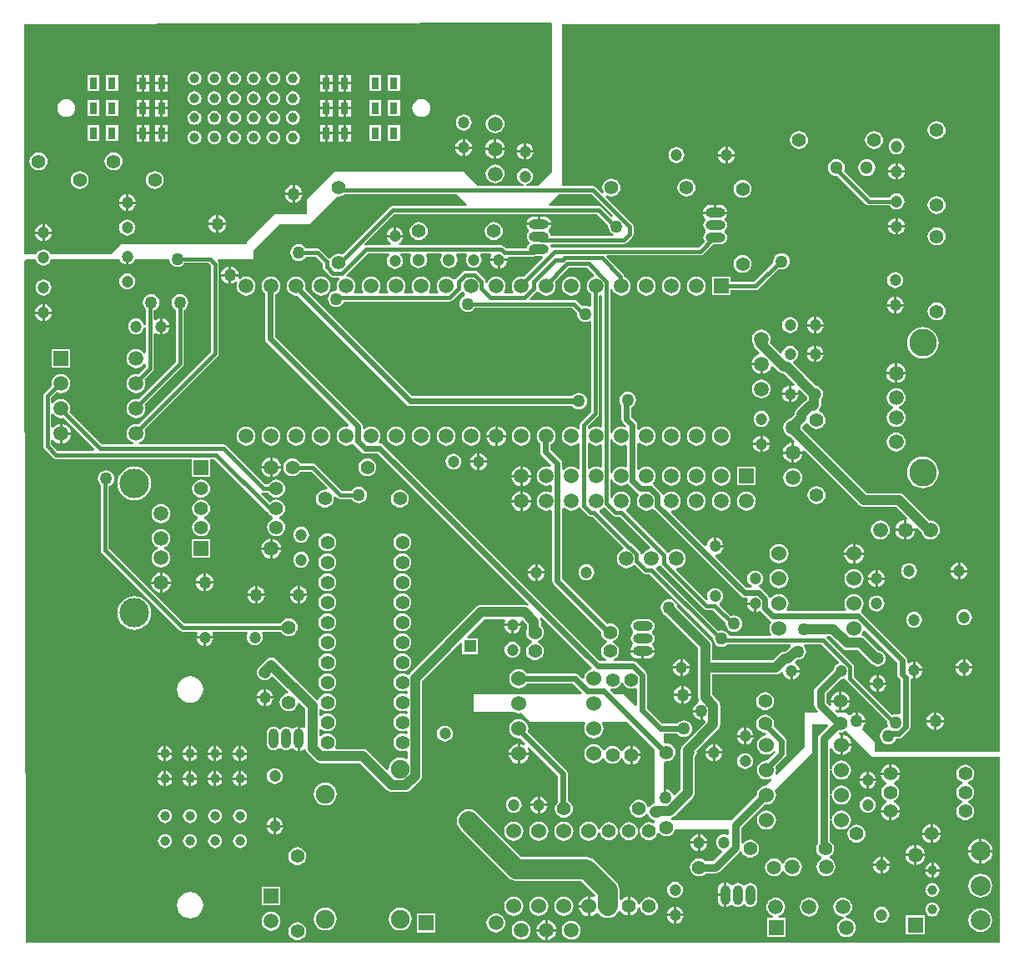
<source format=gbr>
G04 Layer_Physical_Order=4*
G04 Layer_Color=16711680*
%FSLAX44Y44*%
%MOMM*%
%TF.FileFunction,Copper,L4,Bot,Signal*%
%TF.Part,Single*%
G01*
G75*
%ADD16C,0.4000*%
%ADD17C,1.0000*%
%ADD18C,0.6000*%
%ADD19C,0.8000*%
%ADD20C,2.0000*%
%TA.AperFunction,ViaPad*%
%ADD21C,1.2000*%
%TA.AperFunction,ViaPad*%
%ADD22C,1.5000*%
%TA.AperFunction,ViaPad*%
%ADD23C,1.4000*%
%TA.AperFunction,ViaPad*%
%ADD24O,2.0000X1.0000*%
%TA.AperFunction,ViaPad*%
%ADD25O,2.0000X1.0000*%
%TA.AperFunction,ViaPad*%
%ADD26R,1.5000X1.5000*%
%TA.AperFunction,ViaPad*%
%ADD27R,1.5000X1.5000*%
%TA.AperFunction,ViaPad*%
%ADD28C,2.0000*%
%TA.AperFunction,ViaPad*%
%ADD29C,1.5240*%
%TA.AperFunction,ViaPad*%
%ADD30C,1.0000*%
%TA.AperFunction,ViaPad*%
%ADD31O,1.0000X2.0000*%
%TA.AperFunction,ViaPad*%
%ADD32O,1.0000X2.0000*%
%TA.AperFunction,ViaPad*%
%ADD33C,1.3000*%
%TA.AperFunction,ViaPad*%
%ADD34C,1.9000*%
%TA.AperFunction,ViaPad*%
%ADD35R,1.2000X1.2000*%
%TA.AperFunction,ViaPad*%
%ADD36R,0.8000X1.2000*%
%TA.AperFunction,ViaPad*%
%ADD37C,3.0000*%
%TA.AperFunction,ViaPad*%
%ADD38C,1.2700*%
%TA.AperFunction,ViaPad*%
%ADD39C,2.8000*%
G36*
X990600Y195180D02*
X863600D01*
Y205340D01*
X851062Y217878D01*
X851193Y219874D01*
X851237Y219907D01*
X852662Y221764D01*
X853558Y223927D01*
X853696Y224978D01*
X844896D01*
Y226248D01*
X843626D01*
Y235047D01*
X842576Y234909D01*
X840413Y234013D01*
X838556Y232588D01*
X838522Y232544D01*
X836526Y232413D01*
X834390Y234550D01*
X824926D01*
X823286Y236189D01*
X824419Y237885D01*
X825896Y237273D01*
X827116Y237113D01*
Y245298D01*
X818931D01*
X819092Y244077D01*
X819704Y242600D01*
X818008Y241467D01*
X814184Y245292D01*
Y254194D01*
X829049Y269059D01*
X829656Y268979D01*
X831745Y269254D01*
X832344Y269502D01*
X832455Y269506D01*
X834561Y268316D01*
X834618Y268027D01*
X835502Y266704D01*
X876005Y226201D01*
X875844Y224978D01*
X876131Y222798D01*
X876646Y221556D01*
X875831Y219693D01*
X875508Y219389D01*
X875078Y219333D01*
X873046Y218491D01*
X871302Y217153D01*
X869964Y215409D01*
X869122Y213377D01*
X868835Y211198D01*
X869122Y209018D01*
X869964Y206987D01*
X871302Y205242D01*
X873046Y203904D01*
X875078Y203062D01*
X877258Y202775D01*
X879437Y203062D01*
X881469Y203904D01*
X883213Y205242D01*
X884551Y206987D01*
X885190Y208530D01*
X887698D01*
X889649Y208918D01*
X891302Y210023D01*
X897951Y216672D01*
X899056Y218325D01*
X899444Y220276D01*
Y268513D01*
X900569Y269530D01*
X901444Y269950D01*
X902046Y269871D01*
Y278318D01*
Y286764D01*
X901087Y286638D01*
X899009Y285777D01*
X898144Y285113D01*
X896144Y286100D01*
Y288115D01*
X895756Y290066D01*
X894651Y291720D01*
X849919Y336452D01*
X849688Y336607D01*
X849434Y337774D01*
X849501Y339137D01*
X850759Y340776D01*
X851729Y343116D01*
X852059Y345628D01*
X851729Y348139D01*
X850759Y350479D01*
X849217Y352489D01*
X847208Y354031D01*
X844868Y355000D01*
X842356Y355331D01*
X839845Y355000D01*
X837505Y354031D01*
X835495Y352489D01*
X833953Y350479D01*
X832984Y348139D01*
X832653Y345628D01*
X832984Y343116D01*
X833953Y340776D01*
X834591Y339946D01*
X833604Y337946D01*
X774908D01*
X773922Y339946D01*
X774559Y340776D01*
X775529Y343116D01*
X775859Y345628D01*
X775529Y348139D01*
X774559Y350479D01*
X773017Y352489D01*
X771008Y354031D01*
X768668Y355000D01*
X766156Y355331D01*
X763645Y355000D01*
X761305Y354031D01*
X759295Y352489D01*
X758612Y351598D01*
X756474Y352097D01*
X756466Y352135D01*
X755361Y353789D01*
X748917Y360232D01*
X747264Y361338D01*
X745952Y363633D01*
X746061Y364040D01*
X747732Y365322D01*
X749014Y366993D01*
X749820Y368939D01*
X750095Y371028D01*
X749820Y373116D01*
X749014Y375062D01*
X747732Y376733D01*
X746061Y378016D01*
X744115Y378822D01*
X742026Y379097D01*
X739938Y378822D01*
X737992Y378016D01*
X736321Y376733D01*
X735038Y375062D01*
X734232Y373116D01*
X733957Y371028D01*
X734232Y368939D01*
X735038Y366993D01*
X736321Y365322D01*
X737992Y364040D01*
X738750Y363726D01*
X738352Y361726D01*
X733240D01*
X701466Y393500D01*
X702247Y395547D01*
X703616Y395728D01*
X705693Y396588D01*
X707477Y397957D01*
X708846Y399741D01*
X709706Y401818D01*
X709833Y402778D01*
X701386D01*
Y404048D01*
X700116D01*
Y412494D01*
X699157Y412368D01*
X697079Y411507D01*
X695295Y410138D01*
X693927Y408354D01*
X693066Y406277D01*
X692886Y404908D01*
X690838Y404128D01*
X656745Y438221D01*
X656797Y438758D01*
X657530Y440264D01*
X659416Y440512D01*
X661727Y441469D01*
X663712Y442992D01*
X665235Y444977D01*
X666192Y447288D01*
X666518Y449768D01*
X666192Y452248D01*
X665235Y454559D01*
X663712Y456543D01*
X661727Y458066D01*
X659416Y459023D01*
X656936Y459350D01*
X654456Y459023D01*
X652145Y458066D01*
X650161Y456543D01*
X649704Y455948D01*
X647566Y456446D01*
X647476Y456896D01*
X646371Y458550D01*
X639049Y465872D01*
X638656Y466135D01*
X638365Y468040D01*
X638503Y468641D01*
X639835Y470377D01*
X640792Y472688D01*
X641118Y475168D01*
X640792Y477648D01*
X639835Y479959D01*
X638312Y481943D01*
X636327Y483466D01*
X634016Y484423D01*
X631536Y484750D01*
X629056Y484423D01*
X626745Y483466D01*
X624761Y481943D01*
X624464Y481557D01*
X622464Y482235D01*
Y508740D01*
X624464Y509419D01*
X624761Y509032D01*
X626745Y507509D01*
X629056Y506552D01*
X631536Y506226D01*
X634016Y506552D01*
X636327Y507509D01*
X638312Y509032D01*
X639835Y511017D01*
X640792Y513328D01*
X641118Y515808D01*
X640792Y518288D01*
X639835Y520599D01*
X638312Y522583D01*
X636327Y524106D01*
X634016Y525063D01*
X631536Y525390D01*
X629056Y525063D01*
X626745Y524106D01*
X624761Y522583D01*
X624464Y522197D01*
X622464Y522876D01*
Y527135D01*
X622076Y529086D01*
X620971Y530740D01*
X616314Y535397D01*
Y545185D01*
X616697Y545344D01*
X618442Y546682D01*
X619780Y548427D01*
X620621Y550458D01*
X620908Y552638D01*
X620621Y554817D01*
X619780Y556849D01*
X618442Y558593D01*
X616697Y559931D01*
X614666Y560773D01*
X612486Y561060D01*
X610307Y560773D01*
X608275Y559931D01*
X606531Y558593D01*
X605193Y556849D01*
X604351Y554817D01*
X604064Y552638D01*
X604351Y550458D01*
X605193Y548427D01*
X606118Y547220D01*
Y533285D01*
X606506Y531334D01*
X607612Y529680D01*
X611088Y526204D01*
X609955Y524509D01*
X608616Y525063D01*
X606136Y525390D01*
X603656Y525063D01*
X601345Y524106D01*
X599361Y522583D01*
X597838Y520599D01*
X597045Y518683D01*
X595045Y519081D01*
Y664934D01*
X597045Y665332D01*
X597838Y663417D01*
X599361Y661432D01*
X601345Y659909D01*
X603656Y658952D01*
X606136Y658626D01*
X608616Y658952D01*
X610927Y659909D01*
X612912Y661432D01*
X614435Y663417D01*
X615392Y665728D01*
X615718Y668208D01*
X615392Y670688D01*
X614435Y672999D01*
X612912Y674983D01*
X610927Y676506D01*
X608945Y677327D01*
Y678092D01*
X608945Y678093D01*
X608634Y679653D01*
X607750Y680976D01*
X607750Y680976D01*
X591160Y697567D01*
X591926Y699414D01*
X686146D01*
X686146Y699414D01*
X687707Y699725D01*
X689030Y700609D01*
X698824Y710402D01*
X706386D01*
X708214Y710643D01*
X709917Y711348D01*
X711379Y712470D01*
X712501Y713932D01*
X713206Y715635D01*
X713447Y717463D01*
X713206Y719290D01*
X712501Y720993D01*
X711379Y722455D01*
X711252Y722552D01*
Y725073D01*
X711379Y725170D01*
X712501Y726632D01*
X713206Y728335D01*
X713447Y730163D01*
X713206Y731990D01*
X712501Y733693D01*
X711379Y735155D01*
X711696Y737433D01*
X711764Y737485D01*
X712972Y739060D01*
X713732Y740894D01*
X713824Y741593D01*
X688948D01*
X689040Y740894D01*
X689800Y739060D01*
X691009Y737485D01*
X691077Y737433D01*
X691394Y735155D01*
X690272Y733693D01*
X689566Y731990D01*
X689326Y730163D01*
X689566Y728335D01*
X690272Y726632D01*
X691394Y725170D01*
X691520Y725073D01*
Y722552D01*
X691394Y722455D01*
X690272Y720993D01*
X689566Y719290D01*
X689326Y717463D01*
X689566Y715635D01*
X690272Y713932D01*
X690509Y713623D01*
X684457Y707571D01*
X538551D01*
X538551Y707571D01*
X536991Y707261D01*
X536619Y707012D01*
X534616Y707611D01*
X533901Y709178D01*
X534762Y710844D01*
X608676D01*
X608676Y710844D01*
X610237Y711155D01*
X611560Y712039D01*
X617307Y717786D01*
X617307Y717786D01*
X618191Y719109D01*
X618502Y720670D01*
Y728893D01*
X618502Y728893D01*
X618191Y730453D01*
X617307Y731776D01*
X617307Y731777D01*
X590287Y758796D01*
X591437Y760401D01*
X593627Y759494D01*
X595976Y759185D01*
X598326Y759494D01*
X600515Y760401D01*
X602395Y761844D01*
X603838Y763724D01*
X604745Y765913D01*
X605054Y768263D01*
X604745Y770612D01*
X603838Y772801D01*
X602395Y774681D01*
X600515Y776124D01*
X598326Y777031D01*
X595976Y777340D01*
X593627Y777031D01*
X591437Y776124D01*
X589557Y774681D01*
X588115Y772801D01*
X587208Y770612D01*
X586899Y768263D01*
X587208Y765913D01*
X588115Y763724D01*
X586510Y762574D01*
X580477Y768606D01*
X579154Y769491D01*
X577593Y769801D01*
X577593Y769801D01*
X546100D01*
Y934320D01*
X990600D01*
Y195180D01*
D02*
G37*
G36*
X30401Y536972D02*
X32385Y535449D01*
X34696Y534492D01*
X37176Y534166D01*
X39425Y534462D01*
X71203Y502684D01*
X70437Y500836D01*
X33786D01*
X27285Y507337D01*
Y511461D01*
X29285Y512140D01*
X30016Y511187D01*
X32113Y509578D01*
X34555Y508566D01*
X35906Y508388D01*
Y518348D01*
Y528307D01*
X34555Y528129D01*
X32113Y527118D01*
X30016Y525508D01*
X29285Y524556D01*
X27285Y525234D01*
Y537764D01*
X29285Y538427D01*
X30401Y536972D01*
D02*
G37*
G36*
X449691Y751329D02*
X448926Y749481D01*
X373726D01*
X372166Y749171D01*
X370843Y748286D01*
X370842Y748286D01*
X322824Y700268D01*
X321466Y700831D01*
X319116Y701140D01*
X316767Y700831D01*
X314578Y699924D01*
X312697Y698482D01*
X311548Y696983D01*
X311141Y696786D01*
X310228Y696650D01*
X309132Y696701D01*
X300727Y705106D01*
X299403Y705991D01*
X297843Y706301D01*
X297843Y706301D01*
X285825D01*
X285770Y706434D01*
X284432Y708178D01*
X282687Y709516D01*
X280656Y710358D01*
X278476Y710645D01*
X276297Y710358D01*
X274265Y709516D01*
X272521Y708178D01*
X271183Y706434D01*
X270341Y704402D01*
X270054Y702223D01*
X270341Y700043D01*
X271183Y698012D01*
X272521Y696267D01*
X274265Y694929D01*
X276297Y694088D01*
X278476Y693801D01*
X280656Y694088D01*
X282687Y694929D01*
X284432Y696267D01*
X285770Y698012D01*
X285825Y698144D01*
X296153D01*
X302768Y691530D01*
Y687506D01*
X302768Y687506D01*
X303078Y685946D01*
X303962Y684622D01*
X310406Y678179D01*
X311729Y677295D01*
X313290Y676984D01*
X313290Y676984D01*
X319284D01*
X319962Y674984D01*
X319961Y674983D01*
X318438Y672999D01*
X317481Y670688D01*
X317154Y668208D01*
X317481Y665728D01*
X317557Y665543D01*
X317059Y664584D01*
X316196Y663605D01*
X314396Y663368D01*
X312365Y662526D01*
X310621Y661188D01*
X309283Y659444D01*
X308441Y657412D01*
X308154Y655233D01*
X308441Y653053D01*
X309283Y651022D01*
X310621Y649277D01*
X312365Y647939D01*
X314396Y647097D01*
X316576Y646811D01*
X318756Y647097D01*
X320787Y647939D01*
X322532Y649277D01*
X323870Y651022D01*
X324536Y652629D01*
X431830D01*
X431830Y652629D01*
X433391Y652940D01*
X434714Y653824D01*
X443194Y662304D01*
X443332Y662370D01*
X445309Y662337D01*
X445721Y662161D01*
X446576Y661047D01*
X447573Y660282D01*
X447628Y659646D01*
X447188Y658056D01*
X445715Y657446D01*
X443971Y656108D01*
X442633Y654364D01*
X441791Y652332D01*
X441504Y650153D01*
X441791Y647973D01*
X442633Y645942D01*
X443971Y644197D01*
X445715Y642859D01*
X447747Y642018D01*
X449926Y641730D01*
X452106Y642018D01*
X454137Y642859D01*
X455882Y644197D01*
X457220Y645942D01*
X457275Y646074D01*
X556187D01*
X561045Y641216D01*
X560884Y639993D01*
X561171Y637813D01*
X562013Y635782D01*
X563351Y634037D01*
X565095Y632699D01*
X567127Y631857D01*
X569306Y631571D01*
X571486Y631857D01*
X573517Y632699D01*
X575388Y631613D01*
Y540497D01*
X565083Y530191D01*
X564198Y528868D01*
X563888Y527308D01*
X563888Y527308D01*
Y523554D01*
X562799Y522958D01*
X561888Y522755D01*
X560127Y524106D01*
X557816Y525063D01*
X555336Y525390D01*
X552856Y525063D01*
X550545Y524106D01*
X548561Y522583D01*
X547038Y520599D01*
X546081Y518288D01*
X545754Y515808D01*
X546081Y513328D01*
X547038Y511017D01*
X548561Y509032D01*
X550545Y507509D01*
X552856Y506552D01*
X555336Y506226D01*
X557816Y506552D01*
X560127Y507509D01*
X561888Y508861D01*
X562799Y508657D01*
X563888Y508062D01*
Y482914D01*
X562799Y482318D01*
X561888Y482115D01*
X560127Y483466D01*
X557816Y484423D01*
X555336Y484750D01*
X552856Y484423D01*
X550545Y483466D01*
X548561Y481943D01*
X548264Y481557D01*
X546264Y482235D01*
Y487668D01*
X545876Y489619D01*
X544771Y491272D01*
X533764Y502279D01*
Y507110D01*
X534727Y507509D01*
X536712Y509032D01*
X538234Y511017D01*
X539192Y513328D01*
X539518Y515808D01*
X539192Y518288D01*
X538234Y520599D01*
X536712Y522583D01*
X534727Y524106D01*
X532416Y525063D01*
X529936Y525390D01*
X527456Y525063D01*
X525145Y524106D01*
X523161Y522583D01*
X521638Y520599D01*
X520681Y518288D01*
X520354Y515808D01*
X520681Y513328D01*
X521638Y511017D01*
X523161Y509032D01*
X523568Y508719D01*
Y500168D01*
X523956Y498217D01*
X525061Y496563D01*
X535123Y486501D01*
X534971Y485449D01*
X532827Y484253D01*
X532416Y484423D01*
X529936Y484750D01*
X527456Y484423D01*
X525145Y483466D01*
X523161Y481943D01*
X521638Y479959D01*
X520681Y477648D01*
X520354Y475168D01*
X520681Y472688D01*
X521638Y470377D01*
X523161Y468392D01*
X525145Y466869D01*
X527456Y465912D01*
X529936Y465586D01*
X532416Y465912D01*
X534068Y466596D01*
X536068Y465597D01*
Y459338D01*
X534068Y458339D01*
X532416Y459023D01*
X529936Y459350D01*
X527456Y459023D01*
X525145Y458066D01*
X523161Y456543D01*
X521638Y454559D01*
X520681Y452248D01*
X520354Y449768D01*
X520681Y447288D01*
X521638Y444977D01*
X523161Y442992D01*
X525145Y441469D01*
X527456Y440512D01*
X529936Y440186D01*
X532416Y440512D01*
X534068Y441197D01*
X536068Y440197D01*
Y368688D01*
X536456Y366737D01*
X537561Y365083D01*
X585698Y316946D01*
X585629Y316418D01*
X585938Y314068D01*
X586845Y311879D01*
X588287Y309999D01*
X590168Y308556D01*
X591571Y307975D01*
Y305810D01*
X590168Y305229D01*
X588287Y303787D01*
X586845Y301907D01*
X585938Y299717D01*
X585629Y297368D01*
X585938Y295018D01*
X586845Y292829D01*
X588287Y290949D01*
X590168Y289506D01*
X591038Y289146D01*
X590640Y287146D01*
X584198D01*
X364431Y506912D01*
X362777Y508018D01*
X360826Y508406D01*
X359966Y510406D01*
X360434Y511017D01*
X361392Y513328D01*
X361718Y515808D01*
X361392Y518288D01*
X360434Y520599D01*
X358912Y522583D01*
X356927Y524106D01*
X354616Y525063D01*
X352136Y525390D01*
X349656Y525063D01*
X347345Y524106D01*
X345464Y522662D01*
X344995Y522740D01*
X343464Y523397D01*
Y525768D01*
X343076Y527719D01*
X341971Y529372D01*
X254364Y616979D01*
Y659510D01*
X255327Y659909D01*
X257312Y661432D01*
X258834Y663417D01*
X259792Y665728D01*
X260118Y668208D01*
X259792Y670688D01*
X258834Y672999D01*
X257312Y674983D01*
X255327Y676506D01*
X253016Y677463D01*
X250536Y677790D01*
X248056Y677463D01*
X245745Y676506D01*
X243761Y674983D01*
X242238Y672999D01*
X241281Y670688D01*
X240954Y668208D01*
X241281Y665728D01*
X242238Y663417D01*
X243761Y661432D01*
X244168Y661120D01*
Y614868D01*
X244556Y612917D01*
X245662Y611263D01*
X329447Y527478D01*
X329387Y527004D01*
X327229Y525325D01*
X326736Y525390D01*
X324256Y525063D01*
X321945Y524106D01*
X319961Y522583D01*
X318438Y520599D01*
X317481Y518288D01*
X317154Y515808D01*
X317481Y513328D01*
X318438Y511017D01*
X319961Y509032D01*
X321945Y507509D01*
X324256Y506552D01*
X326736Y506226D01*
X329216Y506552D01*
X331527Y507509D01*
X331942Y507827D01*
X334565Y507319D01*
X334762Y507025D01*
X342084Y499703D01*
X343738Y498598D01*
X345689Y498210D01*
X358715D01*
X512388Y344536D01*
X511067Y343029D01*
X510906Y343152D01*
X509204Y343857D01*
X507376Y344098D01*
X463887D01*
X462060Y343857D01*
X460357Y343152D01*
X458894Y342030D01*
X391734Y274870D01*
X390612Y273407D01*
X389060Y272992D01*
X388425Y273479D01*
X386236Y274386D01*
X383886Y274695D01*
X381537Y274386D01*
X379347Y273479D01*
X377467Y272036D01*
X376025Y270156D01*
X375118Y267967D01*
X374809Y265618D01*
X375118Y263268D01*
X376025Y261079D01*
X377467Y259199D01*
X379347Y257756D01*
X381537Y256849D01*
X383886Y256540D01*
X386236Y256849D01*
X387666Y257442D01*
X389660Y256387D01*
Y254529D01*
X387666Y253473D01*
X386236Y254066D01*
X383886Y254375D01*
X381537Y254066D01*
X379347Y253159D01*
X377467Y251716D01*
X376025Y249837D01*
X375118Y247647D01*
X374809Y245298D01*
X375118Y242948D01*
X376025Y240759D01*
X377467Y238879D01*
X379347Y237436D01*
X381537Y236529D01*
X383886Y236220D01*
X386236Y236529D01*
X387666Y237122D01*
X389660Y236067D01*
Y234209D01*
X387666Y233153D01*
X386236Y233746D01*
X383886Y234055D01*
X381537Y233746D01*
X379347Y232839D01*
X377467Y231397D01*
X376025Y229517D01*
X375118Y227327D01*
X374809Y224978D01*
X375118Y222628D01*
X376025Y220439D01*
X377467Y218559D01*
X379347Y217116D01*
X381537Y216209D01*
X383886Y215900D01*
X386236Y216209D01*
X387666Y216802D01*
X389660Y215747D01*
Y213888D01*
X387666Y212833D01*
X386236Y213426D01*
X383886Y213735D01*
X381537Y213426D01*
X379347Y212519D01*
X377467Y211077D01*
X376025Y209196D01*
X375118Y207007D01*
X374809Y204658D01*
X375118Y202308D01*
X376025Y200119D01*
X377467Y198239D01*
X379347Y196796D01*
X381537Y195889D01*
X383886Y195580D01*
X386236Y195889D01*
X387666Y196482D01*
X389666Y195424D01*
Y188095D01*
X387872Y187211D01*
X387296Y187653D01*
X384498Y188812D01*
X381496Y189207D01*
X378494Y188812D01*
X375697Y187653D01*
X373294Y185809D01*
X371451Y183407D01*
X370292Y180610D01*
X369897Y177608D01*
X369926Y177386D01*
X368032Y176452D01*
X348834Y195650D01*
X347372Y196772D01*
X345669Y197477D01*
X343842Y197718D01*
X316227D01*
X315240Y199718D01*
X315548Y200119D01*
X316455Y202308D01*
X316764Y204658D01*
X316455Y207007D01*
X315548Y209196D01*
X314105Y211077D01*
X312225Y212519D01*
X310036Y213426D01*
X307686Y213735D01*
X305337Y213426D01*
X303148Y212519D01*
X301477Y211237D01*
X300613Y211424D01*
X299477Y212028D01*
Y217607D01*
X300613Y218211D01*
X301477Y218398D01*
X303148Y217116D01*
X305337Y216209D01*
X307686Y215900D01*
X310036Y216209D01*
X312225Y217116D01*
X314105Y218559D01*
X315548Y220439D01*
X316455Y222628D01*
X316764Y224978D01*
X316455Y227327D01*
X315548Y229517D01*
X314105Y231397D01*
X312225Y232839D01*
X310036Y233746D01*
X307686Y234055D01*
X305337Y233746D01*
X303148Y232839D01*
X301477Y231557D01*
X300613Y231744D01*
X299477Y232348D01*
Y237927D01*
X300613Y238531D01*
X301477Y238718D01*
X303148Y237436D01*
X305337Y236529D01*
X307686Y236220D01*
X310036Y236529D01*
X312225Y237436D01*
X314105Y238879D01*
X315548Y240759D01*
X316455Y242948D01*
X316764Y245298D01*
X316455Y247647D01*
X315548Y249837D01*
X314105Y251716D01*
X312225Y253159D01*
X310036Y254066D01*
X307686Y254375D01*
X305337Y254066D01*
X303148Y253159D01*
X301267Y251716D01*
X299825Y249837D01*
X299052Y247970D01*
X298707Y247730D01*
X298178Y247548D01*
X296864Y247371D01*
X255687Y288548D01*
X254225Y289670D01*
X252522Y290376D01*
X250695Y290616D01*
X248867Y290376D01*
X247164Y289670D01*
X245702Y288548D01*
X239153Y281999D01*
X238481Y281483D01*
X237965Y280811D01*
X237924Y280770D01*
X236802Y279308D01*
X236096Y277605D01*
X235856Y275778D01*
X236096Y273950D01*
X236802Y272247D01*
X237924Y270785D01*
X237947Y270767D01*
X238481Y270072D01*
X240152Y268790D01*
X242098Y267984D01*
X244186Y267709D01*
X246275Y267984D01*
X248221Y268790D01*
X249892Y270072D01*
X250532Y270905D01*
X252968Y271298D01*
X267924Y256341D01*
X267208Y254229D01*
X265967Y254066D01*
X263778Y253159D01*
X261897Y251716D01*
X260455Y249836D01*
X259548Y247647D01*
X259239Y245298D01*
X259548Y242948D01*
X260455Y240759D01*
X261897Y238879D01*
X263778Y237436D01*
X265967Y236529D01*
X268316Y236220D01*
X270666Y236529D01*
X272855Y237436D01*
X274735Y238879D01*
X276178Y240759D01*
X277085Y242948D01*
X277248Y244189D01*
X279360Y244906D01*
X285356Y238909D01*
Y220112D01*
X285002Y219813D01*
X283356Y219227D01*
X282279Y220054D01*
X280445Y220814D01*
X279746Y220905D01*
Y208468D01*
Y196030D01*
X280445Y196122D01*
X282279Y196882D01*
X283478Y197801D01*
X284869Y197494D01*
X285592Y197069D01*
X285597Y197031D01*
X286302Y195328D01*
X287424Y193866D01*
X295625Y185665D01*
X297087Y184543D01*
X298790Y183838D01*
X300617Y183597D01*
X340917D01*
X368399Y156115D01*
X369862Y154993D01*
X371564Y154288D01*
X373392Y154047D01*
X387061D01*
X388888Y154288D01*
X390591Y154993D01*
X392053Y156115D01*
X401719Y165781D01*
X402841Y167243D01*
X403546Y168946D01*
X403787Y170773D01*
Y266953D01*
X442618Y305784D01*
X444466Y305019D01*
Y294448D01*
X460466D01*
Y310448D01*
X449895D01*
X449129Y312295D01*
X466811Y329977D01*
X487206D01*
X488035Y327977D01*
X487326Y326267D01*
X487200Y325308D01*
X504093D01*
X503966Y326267D01*
X503948Y326312D01*
X505167Y328594D01*
X505724Y328705D01*
X510176Y324253D01*
Y319824D01*
X509738Y318767D01*
X509429Y316418D01*
X509738Y314068D01*
X510645Y311879D01*
X512087Y309999D01*
X513968Y308556D01*
X515370Y307975D01*
Y305810D01*
X513968Y305229D01*
X512087Y303787D01*
X510645Y301907D01*
X509738Y299717D01*
X509429Y297368D01*
X509738Y295018D01*
X510645Y292829D01*
X512087Y290949D01*
X513968Y289506D01*
X516157Y288599D01*
X518506Y288290D01*
X520856Y288599D01*
X523045Y289506D01*
X524925Y290949D01*
X526368Y292829D01*
X527275Y295018D01*
X527584Y297368D01*
X527275Y299717D01*
X526368Y301907D01*
X524925Y303787D01*
X523045Y305229D01*
X521642Y305810D01*
Y307975D01*
X523045Y308556D01*
X524925Y309999D01*
X526368Y311879D01*
X527275Y314068D01*
X527584Y316418D01*
X527275Y318767D01*
X526368Y320956D01*
X524925Y322836D01*
X524297Y323319D01*
Y327178D01*
X524056Y329005D01*
X523351Y330708D01*
X523228Y330868D01*
X524735Y332190D01*
X576277Y280648D01*
X575410Y278686D01*
X573345Y277831D01*
X571335Y276289D01*
X569793Y274279D01*
X568824Y271939D01*
X568566Y269979D01*
X567171Y269273D01*
X566519Y269198D01*
X562684Y273032D01*
X561030Y274137D01*
X559079Y274526D01*
X510210D01*
X508857Y276289D01*
X506848Y277831D01*
X504508Y278800D01*
X501996Y279131D01*
X499485Y278800D01*
X497145Y277831D01*
X495135Y276289D01*
X493593Y274279D01*
X492624Y271939D01*
X492293Y269428D01*
X492624Y266916D01*
X493593Y264576D01*
X495135Y262567D01*
X497145Y261025D01*
X499485Y260055D01*
X501996Y259725D01*
X504508Y260055D01*
X506848Y261025D01*
X508857Y262567D01*
X510210Y264330D01*
X556967D01*
X565849Y255448D01*
X565084Y253600D01*
X502989D01*
X501996Y253731D01*
X501004Y253600D01*
X455930D01*
Y235820D01*
X496890D01*
X497145Y235625D01*
X499485Y234655D01*
X501996Y234325D01*
X504134Y234606D01*
X513080Y225660D01*
X568946D01*
X569932Y223660D01*
X569793Y223479D01*
X568824Y221139D01*
X568493Y218628D01*
X568824Y216116D01*
X569793Y213776D01*
X571335Y211767D01*
X573345Y210225D01*
X575685Y209255D01*
X578196Y208925D01*
X580708Y209255D01*
X583048Y210225D01*
X585057Y211767D01*
X586599Y213776D01*
X587569Y216116D01*
X587899Y218628D01*
X587569Y221139D01*
X586599Y223479D01*
X586461Y223660D01*
X587447Y225660D01*
X612214D01*
X640080Y197794D01*
Y155810D01*
Y142475D01*
X639170Y142355D01*
X637139Y141514D01*
X635395Y140175D01*
X634750Y139334D01*
X633201Y139607D01*
X632622Y139847D01*
X631778Y141887D01*
X630335Y143766D01*
X628455Y145209D01*
X626266Y146116D01*
X623916Y146425D01*
X621567Y146116D01*
X619378Y145209D01*
X617497Y143766D01*
X616055Y141887D01*
X615148Y139697D01*
X614839Y137348D01*
X615148Y134998D01*
X616055Y132809D01*
X617497Y130929D01*
X619378Y129486D01*
X621567Y128579D01*
X623916Y128270D01*
X626266Y128579D01*
X628455Y129486D01*
X630335Y130929D01*
X631196Y132051D01*
X632095Y132046D01*
X633379Y131645D01*
X634056Y130009D01*
X635395Y128265D01*
X637139Y126926D01*
X639170Y126085D01*
X640080Y125965D01*
Y123497D01*
X638080Y122571D01*
X636426Y123256D01*
X634076Y123565D01*
X631727Y123256D01*
X629538Y122349D01*
X627657Y120906D01*
X626215Y119026D01*
X625308Y116837D01*
X624999Y114488D01*
X625308Y112138D01*
X626215Y109949D01*
X627657Y108069D01*
X629538Y106626D01*
X631727Y105719D01*
X634076Y105410D01*
X636426Y105719D01*
X638615Y106626D01*
X640495Y108069D01*
X641938Y109949D01*
X642800Y112031D01*
X643227Y112215D01*
X644917Y112557D01*
X645437Y111879D01*
X647318Y110436D01*
X649507Y109529D01*
X651856Y109220D01*
X654206Y109529D01*
X656395Y110436D01*
X658275Y111879D01*
X659718Y113759D01*
X660625Y115948D01*
X660689Y116440D01*
X715589D01*
Y111381D01*
X713589Y110345D01*
X712365Y110852D01*
X710276Y111127D01*
X708188Y110852D01*
X706242Y110046D01*
X704571Y108763D01*
X703288Y107092D01*
X702482Y105146D01*
X702207Y103058D01*
X702482Y100969D01*
X703288Y99023D01*
X704571Y97352D01*
X706242Y96070D01*
X707710Y95461D01*
X708493Y93416D01*
X698852Y83775D01*
X691526D01*
X691295Y84076D01*
X689415Y85519D01*
X687226Y86426D01*
X684876Y86735D01*
X682527Y86426D01*
X680338Y85519D01*
X678457Y84076D01*
X677015Y82197D01*
X676108Y80007D01*
X675799Y77658D01*
X676108Y75308D01*
X677015Y73119D01*
X678457Y71239D01*
X680338Y69796D01*
X682527Y68889D01*
X684876Y68580D01*
X687226Y68889D01*
X689415Y69796D01*
X691295Y71239D01*
X691526Y71540D01*
X701386D01*
X703727Y72006D01*
X705712Y73332D01*
X726032Y93652D01*
X726257Y93989D01*
X726575Y94050D01*
X728458Y93682D01*
X729085Y92169D01*
X730527Y90289D01*
X732408Y88846D01*
X734597Y87939D01*
X736946Y87630D01*
X739296Y87939D01*
X741485Y88846D01*
X743365Y90289D01*
X744808Y92169D01*
X745715Y94358D01*
X746024Y96708D01*
X745715Y99057D01*
X744808Y101247D01*
X743365Y103126D01*
X741485Y104569D01*
X739296Y105476D01*
X736946Y105785D01*
X734597Y105476D01*
X732408Y104569D01*
X730527Y103126D01*
X729824Y102210D01*
X727824Y102888D01*
Y118304D01*
X751405Y141885D01*
X753456Y141615D01*
X755968Y141945D01*
X758308Y142915D01*
X760317Y144457D01*
X761859Y146466D01*
X762829Y148806D01*
X763159Y151318D01*
X762829Y153829D01*
X762006Y155816D01*
X800100Y193910D01*
Y223120D01*
X815264D01*
X816029Y221272D01*
X807551Y212793D01*
X806224Y210809D01*
X805759Y208468D01*
Y101864D01*
X805285Y101247D01*
X804378Y99057D01*
X804069Y96708D01*
X804378Y94358D01*
X805285Y92169D01*
X806727Y90289D01*
X808607Y88846D01*
X808916Y88718D01*
X809062Y87192D01*
X808976Y86529D01*
X807131Y85113D01*
X805608Y83129D01*
X804651Y80818D01*
X804324Y78338D01*
X804651Y75858D01*
X805608Y73547D01*
X807131Y71562D01*
X809115Y70039D01*
X811426Y69082D01*
X813906Y68756D01*
X816386Y69082D01*
X818697Y70039D01*
X820682Y71562D01*
X822205Y73547D01*
X823162Y75858D01*
X823488Y78338D01*
X823162Y80818D01*
X822205Y83129D01*
X820682Y85113D01*
X818697Y86636D01*
X818136Y86868D01*
X817919Y87822D01*
X818001Y89089D01*
X819565Y90289D01*
X821008Y92169D01*
X821915Y94358D01*
X822224Y96708D01*
X821915Y99057D01*
X821008Y101247D01*
X819565Y103126D01*
X817994Y104332D01*
Y125479D01*
X819994Y125610D01*
X820284Y123406D01*
X821253Y121066D01*
X822795Y119057D01*
X824805Y117515D01*
X827145Y116545D01*
X829656Y116215D01*
X832168Y116545D01*
X834508Y117515D01*
X836517Y119057D01*
X838048Y117807D01*
X837035Y116487D01*
X836128Y114297D01*
X835819Y111948D01*
X836128Y109598D01*
X837035Y107409D01*
X838477Y105529D01*
X840358Y104086D01*
X842547Y103179D01*
X844896Y102870D01*
X847246Y103179D01*
X849435Y104086D01*
X851315Y105529D01*
X852758Y107409D01*
X853665Y109598D01*
X853974Y111948D01*
X853665Y114297D01*
X852758Y116487D01*
X851315Y118366D01*
X849435Y119809D01*
X847246Y120716D01*
X844896Y121025D01*
X842547Y120716D01*
X840358Y119809D01*
X838477Y118367D01*
X836947Y119616D01*
X838059Y121066D01*
X839029Y123406D01*
X839359Y125918D01*
X839029Y128429D01*
X838059Y130769D01*
X836517Y132779D01*
X834508Y134321D01*
X832168Y135290D01*
X829656Y135621D01*
X827145Y135290D01*
X824805Y134321D01*
X822795Y132779D01*
X821253Y130769D01*
X820284Y128429D01*
X819994Y126226D01*
X817994Y126357D01*
Y150879D01*
X819994Y151010D01*
X820284Y148806D01*
X821253Y146466D01*
X822795Y144457D01*
X824805Y142915D01*
X827145Y141945D01*
X829656Y141615D01*
X832168Y141945D01*
X834508Y142915D01*
X836517Y144457D01*
X838059Y146466D01*
X839029Y148806D01*
X839359Y151318D01*
X839029Y153829D01*
X838059Y156169D01*
X836517Y158179D01*
X834508Y159721D01*
X832168Y160690D01*
X829656Y161021D01*
X827145Y160690D01*
X824805Y159721D01*
X822795Y158179D01*
X821253Y156169D01*
X820284Y153829D01*
X819994Y151626D01*
X817994Y151757D01*
Y176279D01*
X819994Y176410D01*
X820284Y174206D01*
X821253Y171866D01*
X822795Y169857D01*
X824805Y168315D01*
X827145Y167345D01*
X829656Y167015D01*
X832168Y167345D01*
X834508Y168315D01*
X836517Y169857D01*
X838059Y171866D01*
X839029Y174206D01*
X839359Y176718D01*
X839029Y179229D01*
X838059Y181569D01*
X836517Y183579D01*
X834508Y185121D01*
X832168Y186090D01*
X829656Y186421D01*
X827145Y186090D01*
X824805Y185121D01*
X822795Y183579D01*
X821253Y181569D01*
X820284Y179229D01*
X819994Y177026D01*
X817994Y177157D01*
Y198498D01*
X819994Y198895D01*
X820781Y196994D01*
X822410Y194871D01*
X824532Y193243D01*
X827004Y192219D01*
X828386Y192037D01*
Y202118D01*
Y212198D01*
X827674Y212104D01*
X826601Y213917D01*
X827342Y214767D01*
X828386Y214630D01*
X830736Y214939D01*
X832925Y215846D01*
X834087Y216737D01*
X860724Y190100D01*
X990600D01*
Y870D01*
X1270D01*
X3Y694145D01*
X1416Y695560D01*
X11536D01*
X11602Y695054D01*
X12408Y693108D01*
X13691Y691437D01*
X15362Y690155D01*
X17308Y689349D01*
X19396Y689074D01*
X21485Y689349D01*
X23431Y690155D01*
X25102Y691437D01*
X26384Y693108D01*
X27190Y695054D01*
X27257Y695560D01*
X96424D01*
X97027Y694106D01*
X98396Y692322D01*
X100180Y690953D01*
X102257Y690092D01*
X103216Y689966D01*
Y698413D01*
X105756D01*
Y689966D01*
X106716Y690092D01*
X108793Y690953D01*
X110577Y692322D01*
X111946Y694106D01*
X112548Y695560D01*
X146905D01*
X147151Y693693D01*
X147993Y691662D01*
X149331Y689917D01*
X151075Y688579D01*
X153106Y687738D01*
X155286Y687450D01*
X157466Y687738D01*
X159497Y688579D01*
X161242Y689917D01*
X162580Y691662D01*
X162635Y691794D01*
X186617D01*
X189308Y689103D01*
Y601317D01*
X115625Y527634D01*
X113376Y527930D01*
X110896Y527603D01*
X108585Y526646D01*
X106601Y525123D01*
X105078Y523139D01*
X104121Y520828D01*
X103794Y518348D01*
X104121Y515868D01*
X105078Y513557D01*
X106601Y511572D01*
X108585Y510049D01*
X110896Y509092D01*
X110502Y507186D01*
X78236D01*
X45765Y539657D01*
X46432Y541268D01*
X46758Y543748D01*
X46432Y546228D01*
X45475Y548539D01*
X43952Y550523D01*
X41967Y552046D01*
X39656Y553003D01*
X37176Y553330D01*
X34696Y553003D01*
X32385Y552046D01*
X30401Y550523D01*
X29285Y549068D01*
X27285Y549731D01*
Y554758D01*
X33086Y560559D01*
X34696Y559892D01*
X37176Y559566D01*
X39656Y559892D01*
X41967Y560849D01*
X43952Y562372D01*
X45475Y564357D01*
X46432Y566668D01*
X46758Y569148D01*
X46432Y571628D01*
X45475Y573939D01*
X43952Y575923D01*
X41967Y577446D01*
X39656Y578403D01*
X37176Y578730D01*
X34696Y578403D01*
X32385Y577446D01*
X30401Y575923D01*
X28878Y573939D01*
X27921Y571628D01*
X27594Y569148D01*
X27890Y566899D01*
X20322Y559332D01*
X19438Y558008D01*
X19128Y556448D01*
X19128Y556447D01*
Y505648D01*
X19128Y505648D01*
X19438Y504087D01*
X20322Y502764D01*
X29212Y493874D01*
X29213Y493874D01*
X30536Y492990D01*
X32096Y492679D01*
X32096Y492679D01*
X169976D01*
Y474558D01*
X188976D01*
Y492679D01*
X192967D01*
X246382Y439264D01*
X246383Y439264D01*
X247332Y438629D01*
X247755Y437609D01*
X249197Y435729D01*
X251077Y434286D01*
X252481Y433705D01*
Y431540D01*
X251077Y430959D01*
X249197Y429516D01*
X247755Y427636D01*
X246848Y425447D01*
X246539Y423098D01*
X246848Y420748D01*
X247755Y418559D01*
X249197Y416679D01*
X251077Y415236D01*
X253267Y414329D01*
X255616Y414020D01*
X257966Y414329D01*
X260155Y415236D01*
X262035Y416679D01*
X263478Y418559D01*
X264385Y420748D01*
X264694Y423098D01*
X264385Y425447D01*
X263478Y427636D01*
X262035Y429516D01*
X260155Y430959D01*
X258752Y431540D01*
Y433705D01*
X260155Y434286D01*
X262035Y435729D01*
X263478Y437609D01*
X264385Y439798D01*
X264694Y442148D01*
X264385Y444497D01*
X263478Y446687D01*
X262035Y448567D01*
X260155Y450009D01*
X257966Y450916D01*
X255616Y451225D01*
X253267Y450916D01*
X251077Y450009D01*
X249198Y448567D01*
X248651Y448531D01*
X239944Y457237D01*
X241219Y458791D01*
X241356Y458700D01*
X242916Y458389D01*
X242916Y458389D01*
X247564D01*
X247755Y457929D01*
X249197Y456049D01*
X251077Y454606D01*
X253267Y453699D01*
X255616Y453390D01*
X257966Y453699D01*
X260155Y454606D01*
X262035Y456049D01*
X263478Y457929D01*
X264385Y460118D01*
X264694Y462468D01*
X264385Y464817D01*
X263478Y467006D01*
X262035Y468886D01*
X260155Y470329D01*
X257966Y471236D01*
X255616Y471545D01*
X253267Y471236D01*
X251077Y470329D01*
X249197Y468886D01*
X247755Y467006D01*
X247564Y466546D01*
X244606D01*
X205160Y505992D01*
X203837Y506875D01*
X202276Y507186D01*
X202276Y507186D01*
X116250D01*
X115856Y509092D01*
X118167Y510049D01*
X120152Y511572D01*
X121674Y513557D01*
X122632Y515868D01*
X122958Y518348D01*
X122632Y520828D01*
X121965Y522438D01*
X196270Y596744D01*
X196270Y596744D01*
X197154Y598067D01*
X197465Y599628D01*
Y690792D01*
X197465Y690793D01*
X197154Y692353D01*
X196348Y693560D01*
X196538Y694445D01*
X197000Y695560D01*
X232410D01*
Y704450D01*
X259080Y731120D01*
X289560D01*
X317799Y759359D01*
X319116Y759185D01*
X321466Y759494D01*
X323655Y760401D01*
X325275Y761644D01*
X439376D01*
X449691Y751329D01*
D02*
G37*
G36*
X592795Y730116D02*
X592634Y728893D01*
X592921Y726713D01*
X593763Y724682D01*
X595101Y722937D01*
X596845Y721599D01*
X598289Y721001D01*
X597891Y719001D01*
X534341D01*
X534136Y720560D01*
X533431Y722263D01*
X532309Y723725D01*
X532626Y726003D01*
X532694Y726055D01*
X533903Y727630D01*
X534662Y729464D01*
X534754Y730163D01*
X509878D01*
X509970Y729464D01*
X510730Y727630D01*
X511939Y726055D01*
X512007Y726003D01*
X512324Y723725D01*
X511202Y722263D01*
X510496Y720560D01*
X510256Y718733D01*
X510496Y716905D01*
X511202Y715202D01*
X512324Y713740D01*
X512450Y713643D01*
Y711122D01*
X512324Y711025D01*
X511202Y709563D01*
X510496Y707860D01*
X510291Y706301D01*
X488893D01*
X486932Y708261D01*
X485609Y709146D01*
X484049Y709456D01*
X484048Y709456D01*
X380749D01*
X380351Y711456D01*
X380573Y711548D01*
X382357Y712917D01*
X383726Y714701D01*
X384586Y716778D01*
X384713Y717738D01*
X367820D01*
X367946Y716778D01*
X368807Y714701D01*
X370176Y712917D01*
X371959Y711548D01*
X372182Y711456D01*
X371784Y709456D01*
X346718D01*
X346718Y709456D01*
X346291Y709371D01*
X345306Y711214D01*
X375416Y741324D01*
X581587D01*
X592795Y730116D01*
D02*
G37*
G36*
X885948Y286003D02*
Y273761D01*
X886336Y271810D01*
X887441Y270156D01*
X889248Y268350D01*
Y234114D01*
X887248Y232780D01*
X886446Y233113D01*
X884266Y233400D01*
X882086Y233113D01*
X881056Y232686D01*
X842465Y271277D01*
Y281190D01*
X842154Y282750D01*
X841270Y284074D01*
X841270Y284074D01*
X814452Y310892D01*
X815280Y312892D01*
X817761D01*
X830038Y300615D01*
X831500Y299493D01*
X833203Y298788D01*
X835031Y298547D01*
X846432D01*
X860224Y284755D01*
X860247Y284737D01*
X860781Y284042D01*
X862452Y282760D01*
X864398Y281954D01*
X866486Y281679D01*
X868575Y281954D01*
X870521Y282760D01*
X872192Y284042D01*
X873474Y285713D01*
X874280Y287659D01*
X874555Y289748D01*
X874280Y291836D01*
X873474Y293782D01*
X872192Y295453D01*
X870521Y296736D01*
X868575Y297542D01*
X867230Y297719D01*
X854349Y310600D01*
X852887Y311722D01*
X851184Y312427D01*
X851033Y312447D01*
X850149Y314581D01*
X850759Y315376D01*
X851634Y317489D01*
X853305Y318251D01*
X853600Y318352D01*
X885948Y286003D01*
D02*
G37*
G36*
X474305Y699299D02*
X474217Y699184D01*
X473356Y697107D01*
X473230Y696148D01*
X490126D01*
X491531Y698144D01*
X517236D01*
X517236Y698144D01*
X518797Y698455D01*
X519572Y698972D01*
X525435D01*
X526263Y696972D01*
X506785Y677494D01*
X504536Y677790D01*
X502056Y677463D01*
X499745Y676506D01*
X497761Y674983D01*
X496238Y672999D01*
X495281Y670688D01*
X494954Y668208D01*
X495281Y665728D01*
X496238Y663417D01*
X496722Y662786D01*
X495736Y660786D01*
X487937D01*
X486951Y662786D01*
X487435Y663417D01*
X488392Y665728D01*
X488718Y668208D01*
X488392Y670688D01*
X487435Y672999D01*
X485912Y674983D01*
X483927Y676506D01*
X481616Y677463D01*
X479136Y677790D01*
X476656Y677463D01*
X474345Y676506D01*
X472361Y674983D01*
X470838Y672999D01*
X470045Y671083D01*
X468045Y671481D01*
Y672971D01*
X467734Y674532D01*
X466850Y675855D01*
X466850Y675855D01*
X460114Y682591D01*
X458791Y683475D01*
X457230Y683786D01*
X457230Y683786D01*
X447703D01*
X446142Y683475D01*
X444819Y682591D01*
X444819Y682591D01*
X438083Y675855D01*
X437562Y675076D01*
X435766Y674756D01*
X435221Y674841D01*
X435112Y674983D01*
X433127Y676506D01*
X430816Y677463D01*
X428336Y677790D01*
X425856Y677463D01*
X423545Y676506D01*
X421561Y674983D01*
X420038Y672999D01*
X419081Y670688D01*
X418754Y668208D01*
X419081Y665728D01*
X420038Y663417D01*
X420522Y662786D01*
X419536Y660786D01*
X411737D01*
X410751Y662786D01*
X411235Y663417D01*
X412192Y665728D01*
X412518Y668208D01*
X412192Y670688D01*
X411235Y672999D01*
X409712Y674983D01*
X407727Y676506D01*
X405416Y677463D01*
X402936Y677790D01*
X400456Y677463D01*
X398145Y676506D01*
X396161Y674983D01*
X394638Y672999D01*
X393681Y670688D01*
X393354Y668208D01*
X393681Y665728D01*
X394638Y663417D01*
X395122Y662786D01*
X394136Y660786D01*
X386337D01*
X385351Y662786D01*
X385835Y663417D01*
X386792Y665728D01*
X387118Y668208D01*
X386792Y670688D01*
X385835Y672999D01*
X384312Y674983D01*
X382327Y676506D01*
X380016Y677463D01*
X377536Y677790D01*
X375056Y677463D01*
X372745Y676506D01*
X370761Y674983D01*
X369238Y672999D01*
X368281Y670688D01*
X367954Y668208D01*
X368281Y665728D01*
X369238Y663417D01*
X369722Y662786D01*
X368736Y660786D01*
X360937D01*
X359951Y662786D01*
X360434Y663417D01*
X361392Y665728D01*
X361718Y668208D01*
X361392Y670688D01*
X360434Y672999D01*
X358912Y674983D01*
X356927Y676506D01*
X354616Y677463D01*
X352136Y677790D01*
X349656Y677463D01*
X347345Y676506D01*
X345361Y674983D01*
X343838Y672999D01*
X342881Y670688D01*
X342554Y668208D01*
X342881Y665728D01*
X343838Y663417D01*
X344322Y662786D01*
X343336Y660786D01*
X335537D01*
X334551Y662786D01*
X335034Y663417D01*
X335992Y665728D01*
X336318Y668208D01*
X335992Y670688D01*
X335034Y672999D01*
X333512Y674983D01*
X331527Y676506D01*
X329216Y677463D01*
X327611Y677674D01*
X326837Y679730D01*
X348407Y701299D01*
X369863D01*
X370561Y699313D01*
X369278Y697642D01*
X368472Y695696D01*
X368197Y693608D01*
X368472Y691519D01*
X369278Y689573D01*
X370561Y687902D01*
X372232Y686620D01*
X374178Y685814D01*
X376266Y685539D01*
X378355Y685814D01*
X380301Y686620D01*
X381972Y687902D01*
X383254Y689573D01*
X384060Y691519D01*
X384335Y693608D01*
X384060Y695696D01*
X383254Y697642D01*
X381972Y699313D01*
X382669Y701299D01*
X391829D01*
X392815Y699299D01*
X392712Y699164D01*
X391855Y697097D01*
X391563Y694878D01*
X391855Y692659D01*
X392712Y690591D01*
X394074Y688815D01*
X395850Y687453D01*
X397917Y686596D01*
X400136Y686304D01*
X402355Y686596D01*
X404423Y687453D01*
X406199Y688815D01*
X407561Y690591D01*
X408418Y692659D01*
X408710Y694878D01*
X408418Y697097D01*
X407561Y699164D01*
X407458Y699299D01*
X408444Y701299D01*
X422829D01*
X423815Y699299D01*
X423712Y699164D01*
X422855Y697097D01*
X422563Y694878D01*
X422855Y692659D01*
X423712Y690591D01*
X425074Y688815D01*
X426850Y687453D01*
X428917Y686596D01*
X431136Y686304D01*
X433355Y686596D01*
X435423Y687453D01*
X437198Y688815D01*
X438561Y690591D01*
X439417Y692659D01*
X439710Y694878D01*
X439417Y697097D01*
X438561Y699164D01*
X438457Y699299D01*
X439444Y701299D01*
X448599D01*
X449585Y699299D01*
X449288Y698912D01*
X448482Y696966D01*
X448207Y694878D01*
X448482Y692789D01*
X449288Y690843D01*
X450571Y689172D01*
X452242Y687890D01*
X454188Y687084D01*
X456276Y686809D01*
X458365Y687084D01*
X460311Y687890D01*
X461982Y689172D01*
X463264Y690843D01*
X464070Y692789D01*
X464345Y694878D01*
X464070Y696966D01*
X463264Y698912D01*
X462967Y699299D01*
X463954Y701299D01*
X473318D01*
X474305Y699299D01*
D02*
G37*
G36*
X608435Y263619D02*
X609877Y261739D01*
X611758Y260296D01*
X613947Y259389D01*
X616296Y259080D01*
X618646Y259389D01*
X619928Y259921D01*
X621928Y258776D01*
Y242615D01*
X620081Y241849D01*
X608330Y253600D01*
X598694D01*
X594925Y257368D01*
X595859Y259263D01*
X597246Y259080D01*
X599596Y259389D01*
X601785Y260296D01*
X603665Y261739D01*
X605108Y263619D01*
X605689Y265022D01*
X607854D01*
X608435Y263619D01*
D02*
G37*
G36*
X578859Y679311D02*
X577989Y677352D01*
X575945Y676506D01*
X573961Y674983D01*
X572438Y672999D01*
X571481Y670688D01*
X571154Y668208D01*
X571481Y665728D01*
X572438Y663417D01*
X573961Y661432D01*
X575388Y660337D01*
Y648372D01*
X573517Y647286D01*
X571486Y648128D01*
X569306Y648415D01*
X567127Y648128D01*
X566096Y647701D01*
X560760Y653036D01*
X559437Y653921D01*
X557876Y654231D01*
X557876Y654231D01*
X513934D01*
X513168Y656079D01*
X519776Y662686D01*
X520093Y662811D01*
X520813Y662847D01*
X522238Y662635D01*
X523161Y661432D01*
X525145Y659909D01*
X527456Y658952D01*
X529936Y658626D01*
X532416Y658952D01*
X534727Y659909D01*
X536712Y661432D01*
X538234Y663417D01*
X539192Y665728D01*
X539518Y668208D01*
X539192Y670688D01*
X538525Y672298D01*
X552969Y686743D01*
X571427D01*
X578859Y679311D01*
D02*
G37*
G36*
X597838Y511017D02*
X599361Y509032D01*
X601345Y507509D01*
X603656Y506552D01*
X606136Y506226D01*
X608616Y506552D01*
X610268Y507237D01*
X612268Y506237D01*
Y484738D01*
X610268Y483739D01*
X608616Y484423D01*
X606136Y484750D01*
X603656Y484423D01*
X601345Y483466D01*
X599361Y481943D01*
X597838Y479959D01*
X597045Y478043D01*
X595045Y478441D01*
Y512534D01*
X597045Y512932D01*
X597838Y511017D01*
D02*
G37*
G36*
X535940Y934174D02*
Y784460D01*
X521281Y769801D01*
X509825D01*
X509693Y771801D01*
X510435Y771898D01*
X512381Y772705D01*
X514052Y773987D01*
X515334Y775658D01*
X516140Y777604D01*
X516415Y779693D01*
X516140Y781781D01*
X515334Y783727D01*
X514052Y785398D01*
X512381Y786681D01*
X510435Y787487D01*
X508346Y787762D01*
X506258Y787487D01*
X504312Y786681D01*
X502641Y785398D01*
X501358Y783727D01*
X500552Y781781D01*
X500277Y779693D01*
X500552Y777604D01*
X501358Y775658D01*
X502641Y773987D01*
X504312Y772705D01*
X506258Y771898D01*
X506999Y771801D01*
X506868Y769801D01*
X460429D01*
X447040Y783190D01*
Y784460D01*
X314960D01*
X287020Y756520D01*
Y741280D01*
X254000D01*
X226060Y713340D01*
Y710800D01*
X97790D01*
X87630Y700640D01*
X26607D01*
X26384Y701177D01*
X25102Y702848D01*
X23431Y704131D01*
X21485Y704937D01*
X19396Y705212D01*
X17308Y704937D01*
X15362Y704131D01*
X13691Y702848D01*
X12408Y701177D01*
X12186Y700640D01*
X0D01*
Y934320D01*
X534524Y935587D01*
X535940Y934174D01*
D02*
G37*
G36*
X575945Y507509D02*
X578256Y506552D01*
X580736Y506226D01*
X583216Y506552D01*
X584888Y507245D01*
X586888Y506257D01*
Y484718D01*
X584888Y483731D01*
X583216Y484423D01*
X580736Y484750D01*
X578256Y484423D01*
X575945Y483466D01*
X574045Y482007D01*
X573658Y482068D01*
X572045Y482731D01*
Y508244D01*
X573658Y508907D01*
X574045Y508968D01*
X575945Y507509D01*
D02*
G37*
G36*
X586888Y658251D02*
Y525358D01*
X584888Y524371D01*
X583216Y525063D01*
X580736Y525390D01*
X578256Y525063D01*
X575945Y524106D01*
X574045Y522647D01*
X573658Y522708D01*
X572045Y523371D01*
Y525618D01*
X582350Y535924D01*
X582350Y535924D01*
X583234Y537247D01*
X583545Y538808D01*
X583545Y538808D01*
Y658374D01*
X585120Y659217D01*
X586888Y658251D01*
D02*
G37*
G36*
X597219Y435384D02*
X597219Y435384D01*
X598542Y434500D01*
X600103Y434189D01*
X600103Y434189D01*
X604517D01*
X635378Y403329D01*
X634661Y401217D01*
X633995Y401129D01*
X631553Y400117D01*
X629456Y398508D01*
X627846Y396411D01*
X627525Y395634D01*
X625525Y396032D01*
Y396111D01*
X625214Y397672D01*
X624330Y398995D01*
X624330Y398995D01*
X617594Y405732D01*
X616270Y406615D01*
X615541Y406761D01*
X583637Y438664D01*
X584207Y440923D01*
X585527Y441469D01*
X587512Y442992D01*
X589482Y443121D01*
X597219Y435384D01*
D02*
G37*
G36*
X827119Y286689D02*
X826557Y284423D01*
X825622Y284036D01*
X823951Y282753D01*
X822668Y281082D01*
X821890Y279203D01*
X803741Y261053D01*
X802414Y259069D01*
X801949Y256728D01*
Y242758D01*
X802414Y240417D01*
X803741Y238432D01*
X805775Y236398D01*
X805009Y234550D01*
X792480D01*
Y200260D01*
X763980Y171760D01*
X762285Y172893D01*
X762829Y174206D01*
X763159Y176718D01*
X762829Y179229D01*
X762559Y179881D01*
X772301Y189623D01*
X773406Y191277D01*
X773794Y193228D01*
Y205928D01*
X773406Y207879D01*
X772301Y209532D01*
X760814Y221019D01*
X760955Y221358D01*
X761264Y223708D01*
X760955Y226057D01*
X760048Y228246D01*
X758605Y230126D01*
X756725Y231569D01*
X754536Y232476D01*
X752186Y232785D01*
X749837Y232476D01*
X747647Y231569D01*
X745767Y230126D01*
X744325Y228246D01*
X743418Y226057D01*
X743109Y223708D01*
X743418Y221358D01*
X744325Y219169D01*
X745767Y217289D01*
X747647Y215846D01*
X749837Y214939D01*
X752186Y214630D01*
X752957Y213623D01*
X752083Y211640D01*
X750945Y211490D01*
X748605Y210521D01*
X746595Y208979D01*
X745053Y206969D01*
X744084Y204629D01*
X743753Y202118D01*
X744084Y199606D01*
X745053Y197266D01*
X746595Y195257D01*
X748605Y193715D01*
X750945Y192745D01*
X753456Y192415D01*
X755968Y192745D01*
X758308Y193715D01*
X760317Y195257D01*
X760633Y195667D01*
X762794Y195420D01*
X762887Y195320D01*
X762853Y194594D01*
X754537Y186278D01*
X753456Y186421D01*
X750945Y186090D01*
X748605Y185121D01*
X746595Y183579D01*
X745053Y181569D01*
X744084Y179229D01*
X743753Y176718D01*
X744084Y174206D01*
X745053Y171866D01*
X746595Y169857D01*
X748605Y168315D01*
X750945Y167345D01*
X753456Y167015D01*
X755968Y167345D01*
X757281Y167889D01*
X758414Y166194D01*
X753208Y160988D01*
X750945Y160690D01*
X748605Y159721D01*
X746595Y158179D01*
X745053Y156169D01*
X744084Y153829D01*
X743786Y151569D01*
X717547Y125330D01*
X657778D01*
X656758Y126327D01*
X656728Y127058D01*
X657055Y128491D01*
X658376Y129038D01*
X659838Y130160D01*
X678439Y148760D01*
X679561Y150223D01*
X680266Y151925D01*
X680507Y153753D01*
Y188902D01*
X681704Y190463D01*
X682510Y192409D01*
X682785Y194498D01*
X682569Y196145D01*
X704489Y218065D01*
X705611Y219527D01*
X706316Y221230D01*
X706557Y223058D01*
Y241937D01*
X706316Y243765D01*
X705611Y245468D01*
X704489Y246930D01*
X698287Y253132D01*
Y273797D01*
X763011D01*
X764839Y274038D01*
X766542Y274743D01*
X768004Y275865D01*
X768337Y276198D01*
X770449Y275482D01*
X770536Y274818D01*
X771397Y272741D01*
X772766Y270957D01*
X774549Y269588D01*
X776627Y268727D01*
X777586Y268601D01*
Y277048D01*
X778856D01*
Y278318D01*
X787303D01*
X787177Y279277D01*
X786316Y281355D01*
X784947Y283138D01*
X783163Y284507D01*
X782973Y284586D01*
X782504Y286945D01*
X784343Y288784D01*
X785206Y288671D01*
X787386Y288958D01*
X789417Y289799D01*
X791162Y291137D01*
X792500Y292882D01*
X793341Y294913D01*
X793628Y297093D01*
X793341Y299272D01*
X792500Y301304D01*
X791560Y302529D01*
X792182Y304230D01*
X792440Y304529D01*
X809279D01*
X827119Y286689D01*
D02*
G37*
G36*
X597187Y740362D02*
X596580Y738140D01*
X596363Y738084D01*
X586160Y748286D01*
X584837Y749171D01*
X583276Y749481D01*
X583276Y749481D01*
X532784D01*
X532019Y751329D01*
X542334Y761644D01*
X575904D01*
X597187Y740362D01*
D02*
G37*
G36*
X597838Y470377D02*
X599361Y468392D01*
X601345Y466869D01*
X603656Y465912D01*
X606136Y465586D01*
X608616Y465912D01*
X610927Y466869D01*
X611603Y467388D01*
X613576Y467062D01*
X613761Y466785D01*
X621884Y458663D01*
X623206Y457779D01*
X623683Y456745D01*
X623917Y455443D01*
X623238Y454559D01*
X622281Y452248D01*
X621954Y449768D01*
X622281Y447288D01*
X623238Y444977D01*
X624761Y442992D01*
X626745Y441469D01*
X629056Y440512D01*
X631536Y440186D01*
X634016Y440512D01*
X636327Y441469D01*
X637003Y441988D01*
X638976Y441662D01*
X639161Y441385D01*
X727524Y353023D01*
X729178Y351918D01*
X731129Y351530D01*
X733549D01*
X734399Y349530D01*
X733706Y347857D01*
X733580Y346898D01*
X742026D01*
Y345628D01*
X743296D01*
Y337181D01*
X744256Y337308D01*
X746333Y338168D01*
X747729Y337938D01*
X748151Y337305D01*
X756214Y329243D01*
X757677Y328265D01*
X757916Y327960D01*
X758447Y325983D01*
X757753Y325079D01*
X756784Y322739D01*
X756453Y320228D01*
X756784Y317716D01*
X757753Y315376D01*
X758283Y314686D01*
X757297Y312686D01*
X715690D01*
X715030Y314279D01*
X713692Y316023D01*
X711947Y317361D01*
X709916Y318203D01*
X707736Y318490D01*
X705556Y318203D01*
X704526Y317776D01*
X641646Y380656D01*
X642173Y382957D01*
X643777Y384187D01*
X646159Y384006D01*
X646363Y383700D01*
X689699Y340364D01*
X689699Y340364D01*
X691022Y339480D01*
X692583Y339169D01*
X699537D01*
X712175Y326531D01*
X712014Y325308D01*
X712301Y323128D01*
X713143Y321097D01*
X714481Y319352D01*
X716225Y318014D01*
X718257Y317173D01*
X720436Y316886D01*
X722616Y317173D01*
X724647Y318014D01*
X726392Y319352D01*
X727730Y321097D01*
X728571Y323128D01*
X728858Y325308D01*
X728571Y327487D01*
X727730Y329519D01*
X726392Y331263D01*
X724647Y332601D01*
X722616Y333443D01*
X720436Y333730D01*
X718257Y333443D01*
X717226Y333016D01*
X705795Y344447D01*
X706207Y346863D01*
X707092Y347542D01*
X708374Y349213D01*
X709180Y351159D01*
X709455Y353248D01*
X709180Y355336D01*
X708374Y357282D01*
X707092Y358953D01*
X705421Y360236D01*
X703475Y361042D01*
X701386Y361317D01*
X699298Y361042D01*
X697352Y360236D01*
X695681Y358953D01*
X694398Y357282D01*
X693592Y355336D01*
X693317Y353248D01*
X693592Y351159D01*
X693822Y350605D01*
X692126Y349472D01*
X661803Y379795D01*
X661868Y380397D01*
X662586Y381841D01*
X664496Y382092D01*
X666807Y383049D01*
X668792Y384572D01*
X670314Y386557D01*
X671272Y388868D01*
X671598Y391348D01*
X671272Y393828D01*
X670314Y396139D01*
X668792Y398123D01*
X666807Y399646D01*
X664496Y400603D01*
X662016Y400930D01*
X659536Y400603D01*
X657225Y399646D01*
X655241Y398123D01*
X654762Y397499D01*
X654751Y397494D01*
X652401Y397707D01*
X652130Y398111D01*
X610736Y439505D01*
X611308Y441762D01*
X612912Y442992D01*
X614435Y444977D01*
X615392Y447288D01*
X615718Y449768D01*
X615392Y452248D01*
X614435Y454559D01*
X612912Y456543D01*
X610927Y458066D01*
X608616Y459023D01*
X606136Y459350D01*
X603656Y459023D01*
X601345Y458066D01*
X599361Y456543D01*
X597838Y454559D01*
X597045Y452643D01*
X595045Y453041D01*
Y471894D01*
X597045Y472292D01*
X597838Y470377D01*
D02*
G37*
G36*
X548561Y442992D02*
X550545Y441469D01*
X552856Y440512D01*
X555336Y440186D01*
X557816Y440512D01*
X560127Y441469D01*
X562112Y442992D01*
X562221Y443134D01*
X562766Y443219D01*
X564562Y442900D01*
X565083Y442120D01*
X571819Y435384D01*
X571819Y435384D01*
X573142Y434500D01*
X574703Y434189D01*
X576577D01*
X608315Y402451D01*
X607745Y400193D01*
X606425Y399646D01*
X604441Y398123D01*
X602918Y396139D01*
X601961Y393828D01*
X601634Y391348D01*
X601961Y388868D01*
X602918Y386557D01*
X604441Y384572D01*
X606425Y383049D01*
X608736Y382092D01*
X611216Y381766D01*
X613696Y382092D01*
X616007Y383049D01*
X617992Y384572D01*
X619962Y384701D01*
X627699Y376964D01*
X627699Y376964D01*
X629022Y376080D01*
X630583Y375769D01*
X630583Y375769D01*
X634997D01*
X699475Y311291D01*
X699314Y310068D01*
X699601Y307888D01*
X700443Y305857D01*
X701781Y304112D01*
X703525Y302774D01*
X705556Y301933D01*
X707736Y301646D01*
X709916Y301933D01*
X711947Y302774D01*
X713692Y304112D01*
X714012Y304529D01*
X777574D01*
X778253Y302529D01*
X777674Y302085D01*
X772697Y297108D01*
X772202D01*
X770374Y296868D01*
X768671Y296162D01*
X767209Y295040D01*
X760087Y287918D01*
X698287D01*
Y303443D01*
X698046Y305270D01*
X697341Y306973D01*
X696219Y308435D01*
X662774Y341880D01*
X662531Y343722D01*
X661690Y345754D01*
X660352Y347498D01*
X658607Y348836D01*
X656576Y349678D01*
X654396Y349965D01*
X652216Y349678D01*
X650185Y348836D01*
X648441Y347498D01*
X647103Y345754D01*
X646261Y343722D01*
X645974Y341543D01*
X646261Y339363D01*
X647103Y337332D01*
X648441Y335587D01*
X650185Y334249D01*
X650612Y334072D01*
X684166Y300518D01*
Y280858D01*
Y250207D01*
X684407Y248380D01*
X684950Y247067D01*
X684996Y246440D01*
X684131Y244669D01*
X682933Y244173D01*
X681076Y242748D01*
X679651Y240891D01*
X678755Y238728D01*
X678617Y237678D01*
X687416D01*
Y236408D01*
X688686D01*
Y227608D01*
X689378Y227699D01*
X690629Y226967D01*
X691350Y226336D01*
X691463Y225009D01*
X668454Y202000D01*
X667332Y200538D01*
X666627Y198835D01*
X666386Y197008D01*
Y194498D01*
Y156677D01*
X661095Y151387D01*
X658795Y151915D01*
X658352Y152986D01*
X656927Y154843D01*
X655070Y156268D01*
X652907Y157164D01*
X651856Y157302D01*
Y148503D01*
X649316D01*
Y158469D01*
X648970Y158773D01*
Y183906D01*
X650970Y185537D01*
X651856Y185420D01*
X654206Y185729D01*
X656395Y186636D01*
X658275Y188079D01*
X659718Y189959D01*
X660625Y192148D01*
X660934Y194498D01*
X660625Y196847D01*
X659718Y199036D01*
X658275Y200917D01*
X656395Y202359D01*
X654206Y203266D01*
X651856Y203575D01*
X650970Y203459D01*
X648979Y205082D01*
X648970Y205114D01*
Y212960D01*
X649206Y213530D01*
X663023D01*
X663681Y212672D01*
X665425Y211334D01*
X667457Y210492D01*
X669636Y210206D01*
X671816Y210492D01*
X673847Y211334D01*
X675592Y212672D01*
X676930Y214417D01*
X677771Y216448D01*
X678058Y218628D01*
X677771Y220807D01*
X676930Y222839D01*
X675592Y224583D01*
X673847Y225921D01*
X671816Y226763D01*
X669636Y227050D01*
X667457Y226763D01*
X665425Y225921D01*
X663681Y224583D01*
X663023Y223726D01*
X647618D01*
X632124Y239219D01*
Y273128D01*
X631736Y275079D01*
X630631Y276733D01*
X621712Y285652D01*
X620058Y286758D01*
X618107Y287146D01*
X598772D01*
X598374Y289146D01*
X599245Y289506D01*
X601125Y290949D01*
X602568Y292829D01*
X603475Y295018D01*
X603784Y297368D01*
X603475Y299717D01*
X602568Y301907D01*
X601125Y303787D01*
X599245Y305229D01*
X597842Y305810D01*
Y307975D01*
X599245Y308556D01*
X601125Y309999D01*
X602568Y311879D01*
X603475Y314068D01*
X603784Y316418D01*
X603475Y318767D01*
X602568Y320956D01*
X601125Y322836D01*
X599245Y324279D01*
X597056Y325186D01*
X594706Y325495D01*
X592357Y325186D01*
X592018Y325046D01*
X546264Y370799D01*
Y442700D01*
X548264Y443379D01*
X548561Y442992D01*
D02*
G37*
%LPC*%
G36*
X640164Y296098D02*
X628996D01*
Y289763D01*
X632726D01*
X634695Y290022D01*
X636529Y290781D01*
X638104Y291990D01*
X639313Y293565D01*
X640072Y295399D01*
X640164Y296098D01*
D02*
G37*
G36*
X669636Y261717D02*
Y254188D01*
X677166D01*
X677028Y255238D01*
X676132Y257401D01*
X674707Y259258D01*
X672850Y260683D01*
X670687Y261579D01*
X669636Y261717D01*
D02*
G37*
G36*
X495646Y306707D02*
X493558Y306432D01*
X491612Y305626D01*
X489941Y304343D01*
X488658Y302672D01*
X487852Y300726D01*
X487577Y298638D01*
X487852Y296549D01*
X488658Y294603D01*
X489941Y292932D01*
X491612Y291650D01*
X493558Y290844D01*
X495646Y290569D01*
X497735Y290844D01*
X499681Y291650D01*
X501352Y292932D01*
X502634Y294603D01*
X503440Y296549D01*
X503715Y298638D01*
X503440Y300726D01*
X502634Y302672D01*
X501352Y304343D01*
X499681Y305626D01*
X497735Y306432D01*
X495646Y306707D01*
D02*
G37*
G36*
X787303Y275778D02*
X780126D01*
Y268601D01*
X781086Y268727D01*
X783163Y269588D01*
X784947Y270957D01*
X786316Y272741D01*
X787177Y274818D01*
X787303Y275778D01*
D02*
G37*
G36*
X867756Y272794D02*
Y265618D01*
X874933D01*
X874807Y266577D01*
X873946Y268654D01*
X872577Y270438D01*
X870793Y271807D01*
X868716Y272668D01*
X867756Y272794D01*
D02*
G37*
G36*
X911763Y277048D02*
X904586D01*
Y269871D01*
X905546Y269998D01*
X907623Y270858D01*
X909407Y272227D01*
X910776Y274011D01*
X911637Y276088D01*
X911763Y277048D01*
D02*
G37*
G36*
X865216Y263078D02*
X858040D01*
X858166Y262118D01*
X859027Y260041D01*
X860396Y258257D01*
X862179Y256888D01*
X864257Y256028D01*
X865216Y255901D01*
Y263078D01*
D02*
G37*
G36*
X874933D02*
X867756D01*
Y255901D01*
X868716Y256028D01*
X870793Y256888D01*
X872577Y258257D01*
X873946Y260041D01*
X874807Y262118D01*
X874933Y263078D01*
D02*
G37*
G36*
X383886Y315335D02*
X381537Y315026D01*
X379347Y314119D01*
X377467Y312677D01*
X376025Y310797D01*
X375118Y308607D01*
X374809Y306258D01*
X375118Y303908D01*
X376025Y301719D01*
X377467Y299839D01*
X379347Y298396D01*
X381537Y297489D01*
X383886Y297180D01*
X386236Y297489D01*
X388425Y298396D01*
X390305Y299839D01*
X391748Y301719D01*
X392655Y303908D01*
X392964Y306258D01*
X392655Y308607D01*
X391748Y310797D01*
X390305Y312677D01*
X388425Y314119D01*
X386236Y315026D01*
X383886Y315335D01*
D02*
G37*
G36*
X865216Y272794D02*
X864257Y272668D01*
X862179Y271807D01*
X860396Y270438D01*
X859027Y268654D01*
X858166Y266577D01*
X858040Y265618D01*
X865216D01*
Y272794D01*
D02*
G37*
G36*
X307686Y315335D02*
X305337Y315026D01*
X303148Y314119D01*
X301267Y312677D01*
X299825Y310797D01*
X298918Y308607D01*
X298609Y306258D01*
X298918Y303908D01*
X299825Y301719D01*
X301267Y299839D01*
X303148Y298396D01*
X305337Y297489D01*
X307686Y297180D01*
X310036Y297489D01*
X312225Y298396D01*
X314105Y299839D01*
X315548Y301719D01*
X316455Y303908D01*
X316764Y306258D01*
X316455Y308607D01*
X315548Y310797D01*
X314105Y312677D01*
X312225Y314119D01*
X310036Y315026D01*
X307686Y315335D01*
D02*
G37*
G36*
Y274695D02*
X305337Y274386D01*
X303148Y273479D01*
X301267Y272036D01*
X299825Y270156D01*
X298918Y267967D01*
X298609Y265618D01*
X298918Y263268D01*
X299825Y261079D01*
X301267Y259199D01*
X303148Y257756D01*
X305337Y256849D01*
X307686Y256540D01*
X310036Y256849D01*
X312225Y257756D01*
X314105Y259199D01*
X315548Y261079D01*
X316455Y263268D01*
X316764Y265618D01*
X316455Y267967D01*
X315548Y270156D01*
X314105Y272036D01*
X312225Y273479D01*
X310036Y274386D01*
X307686Y274695D01*
D02*
G37*
G36*
X665826Y289304D02*
X664867Y289178D01*
X662790Y288317D01*
X661005Y286948D01*
X659637Y285165D01*
X658776Y283087D01*
X658650Y282128D01*
X665826D01*
Y289304D01*
D02*
G37*
G36*
X626456Y296098D02*
X615288D01*
X615380Y295399D01*
X616140Y293565D01*
X617349Y291990D01*
X618924Y290781D01*
X620758Y290022D01*
X622726Y289763D01*
X626456D01*
Y296098D01*
D02*
G37*
G36*
X904586Y286764D02*
Y279588D01*
X911763D01*
X911637Y280547D01*
X910776Y282624D01*
X909407Y284408D01*
X907623Y285777D01*
X905546Y286638D01*
X904586Y286764D01*
D02*
G37*
G36*
X955386Y289304D02*
Y282128D01*
X962563D01*
X962437Y283087D01*
X961576Y285165D01*
X960207Y286948D01*
X958423Y288317D01*
X956346Y289178D01*
X955386Y289304D01*
D02*
G37*
G36*
X952846D02*
X951887Y289178D01*
X949809Y288317D01*
X948026Y286948D01*
X946657Y285165D01*
X945796Y283087D01*
X945670Y282128D01*
X952846D01*
Y289304D01*
D02*
G37*
G36*
X668366D02*
Y282128D01*
X675543D01*
X675416Y283087D01*
X674556Y285165D01*
X673187Y286948D01*
X671403Y288317D01*
X669326Y289178D01*
X668366Y289304D01*
D02*
G37*
G36*
X952846Y279588D02*
X945670D01*
X945796Y278628D01*
X946657Y276551D01*
X948026Y274767D01*
X949809Y273398D01*
X951887Y272537D01*
X952846Y272411D01*
Y279588D01*
D02*
G37*
G36*
X675543D02*
X668366D01*
Y272411D01*
X669326Y272537D01*
X671403Y273398D01*
X673187Y274767D01*
X674556Y276551D01*
X675416Y278628D01*
X675543Y279588D01*
D02*
G37*
G36*
X665826D02*
X658650D01*
X658776Y278628D01*
X659637Y276551D01*
X661005Y274767D01*
X662790Y273398D01*
X664867Y272537D01*
X665826Y272411D01*
Y279588D01*
D02*
G37*
G36*
X383886Y295015D02*
X381537Y294706D01*
X379347Y293799D01*
X377467Y292356D01*
X376025Y290476D01*
X375118Y288287D01*
X374809Y285938D01*
X375118Y283588D01*
X376025Y281399D01*
X377467Y279519D01*
X379347Y278076D01*
X381537Y277169D01*
X383886Y276860D01*
X386236Y277169D01*
X388425Y278076D01*
X390305Y279519D01*
X391748Y281399D01*
X392655Y283588D01*
X392964Y285938D01*
X392655Y288287D01*
X391748Y290476D01*
X390305Y292356D01*
X388425Y293799D01*
X386236Y294706D01*
X383886Y295015D01*
D02*
G37*
G36*
X307686D02*
X305337Y294706D01*
X303148Y293799D01*
X301267Y292356D01*
X299825Y290476D01*
X298918Y288287D01*
X298609Y285938D01*
X298918Y283588D01*
X299825Y281399D01*
X301267Y279519D01*
X303148Y278076D01*
X305337Y277169D01*
X307686Y276860D01*
X310036Y277169D01*
X312225Y278076D01*
X314105Y279519D01*
X315548Y281399D01*
X316455Y283588D01*
X316764Y285938D01*
X316455Y288287D01*
X315548Y290476D01*
X314105Y292356D01*
X312225Y293799D01*
X310036Y294706D01*
X307686Y295015D01*
D02*
G37*
G36*
X962563Y279588D02*
X955386D01*
Y272411D01*
X956346Y272537D01*
X958423Y273398D01*
X960207Y274767D01*
X961576Y276551D01*
X962437Y278628D01*
X962563Y279588D01*
D02*
G37*
G36*
X667096Y261717D02*
X666046Y261579D01*
X663883Y260683D01*
X662026Y259258D01*
X660601Y257401D01*
X659705Y255238D01*
X659567Y254188D01*
X667096D01*
Y261717D01*
D02*
G37*
G36*
X427066Y221617D02*
X424978Y221342D01*
X423032Y220536D01*
X421361Y219253D01*
X420078Y217582D01*
X419272Y215636D01*
X418997Y213548D01*
X419272Y211459D01*
X420078Y209513D01*
X421361Y207842D01*
X423032Y206560D01*
X424978Y205754D01*
X427066Y205479D01*
X429155Y205754D01*
X431101Y206560D01*
X432772Y207842D01*
X434054Y209513D01*
X434860Y211459D01*
X435135Y213548D01*
X434860Y215636D01*
X434054Y217582D01*
X432772Y219253D01*
X431101Y220536D01*
X429155Y221342D01*
X427066Y221617D01*
D02*
G37*
G36*
X830926Y212198D02*
Y203388D01*
X839737D01*
X839555Y204770D01*
X838531Y207241D01*
X836902Y209364D01*
X834780Y210992D01*
X832309Y212016D01*
X830926Y212198D01*
D02*
G37*
G36*
X740313Y209738D02*
X733136D01*
Y202561D01*
X734096Y202687D01*
X736173Y203548D01*
X737957Y204917D01*
X739326Y206701D01*
X740186Y208778D01*
X740313Y209738D01*
D02*
G37*
G36*
X730596Y219454D02*
X729637Y219328D01*
X727560Y218467D01*
X725776Y217098D01*
X724407Y215315D01*
X723546Y213237D01*
X723420Y212278D01*
X730596D01*
Y219454D01*
D02*
G37*
G36*
X933706Y224978D02*
X926176D01*
Y217448D01*
X927227Y217586D01*
X929390Y218482D01*
X931247Y219907D01*
X932672Y221764D01*
X933568Y223927D01*
X933706Y224978D01*
D02*
G37*
G36*
X923636D02*
X916107D01*
X916245Y223927D01*
X917141Y221764D01*
X918566Y219907D01*
X920423Y218482D01*
X922586Y217586D01*
X923636Y217448D01*
Y224978D01*
D02*
G37*
G36*
X733136Y219454D02*
Y212278D01*
X740313D01*
X740186Y213237D01*
X739326Y215315D01*
X737957Y217098D01*
X736173Y218467D01*
X734096Y219328D01*
X733136Y219454D01*
D02*
G37*
G36*
X730596Y209738D02*
X723420D01*
X723546Y208778D01*
X724407Y206701D01*
X725776Y204917D01*
X727560Y203548D01*
X729637Y202687D01*
X730596Y202561D01*
Y209738D01*
D02*
G37*
G36*
X217626Y200695D02*
X216928Y200604D01*
X215094Y199844D01*
X213519Y198635D01*
X212310Y197060D01*
X211550Y195226D01*
X211458Y194528D01*
X217626D01*
Y200695D01*
D02*
G37*
G36*
X194766D02*
Y194528D01*
X200934D01*
X200842Y195226D01*
X200082Y197060D01*
X198874Y198635D01*
X197299Y199844D01*
X195465Y200604D01*
X194766Y200695D01*
D02*
G37*
G36*
X192226D02*
X191528Y200604D01*
X189694Y199844D01*
X188119Y198635D01*
X186910Y197060D01*
X186150Y195226D01*
X186058Y194528D01*
X192226D01*
Y200695D01*
D02*
G37*
G36*
X220166D02*
Y194528D01*
X226334D01*
X226242Y195226D01*
X225483Y197060D01*
X224274Y198635D01*
X222699Y199844D01*
X220865Y200604D01*
X220166Y200695D01*
D02*
G37*
G36*
X501996Y228331D02*
X499485Y228000D01*
X497145Y227031D01*
X495135Y225489D01*
X493593Y223479D01*
X492624Y221139D01*
X492293Y218628D01*
X492624Y216116D01*
X493593Y213776D01*
X495135Y211767D01*
X497145Y210225D01*
X499485Y209255D01*
X501996Y208925D01*
X503077Y209067D01*
X508843Y203301D01*
X507522Y201794D01*
X507120Y202102D01*
X504649Y203126D01*
X503266Y203308D01*
Y194498D01*
X512077D01*
X511895Y195880D01*
X510871Y198351D01*
X510563Y198753D01*
X512070Y200074D01*
X541348Y170796D01*
Y143806D01*
X541297Y143766D01*
X539855Y141887D01*
X538948Y139697D01*
X538639Y137348D01*
X538948Y134998D01*
X539855Y132809D01*
X541297Y130929D01*
X543177Y129486D01*
X545367Y128579D01*
X547716Y128270D01*
X550066Y128579D01*
X552255Y129486D01*
X554135Y130929D01*
X555578Y132809D01*
X556485Y134998D01*
X556794Y137348D01*
X556485Y139697D01*
X555578Y141887D01*
X554135Y143766D01*
X552255Y145209D01*
X551544Y145504D01*
Y172908D01*
X551156Y174859D01*
X550051Y176512D01*
X511099Y215465D01*
X511369Y216116D01*
X511699Y218628D01*
X511369Y221139D01*
X510399Y223479D01*
X508857Y225489D01*
X506848Y227031D01*
X504508Y228000D01*
X501996Y228331D01*
D02*
G37*
G36*
X701386Y202944D02*
Y195768D01*
X708563D01*
X708437Y196727D01*
X707576Y198804D01*
X706207Y200588D01*
X704423Y201957D01*
X702346Y202818D01*
X701386Y202944D01*
D02*
G37*
G36*
X698846D02*
X697887Y202818D01*
X695809Y201957D01*
X694025Y200588D01*
X692657Y198804D01*
X691796Y196727D01*
X691670Y195768D01*
X698846D01*
Y202944D01*
D02*
G37*
G36*
X277206Y220905D02*
X276508Y220814D01*
X274674Y220054D01*
X273099Y218845D01*
X273046Y218777D01*
X270769Y218460D01*
X269307Y219582D01*
X267604Y220287D01*
X265776Y220528D01*
X263949Y220287D01*
X262246Y219582D01*
X260784Y218460D01*
X260687Y218334D01*
X258166D01*
X258069Y218460D01*
X256607Y219582D01*
X254904Y220287D01*
X253076Y220528D01*
X251249Y220287D01*
X249546Y219582D01*
X248084Y218460D01*
X246962Y216998D01*
X246257Y215295D01*
X246016Y213468D01*
Y203468D01*
X246257Y201640D01*
X246962Y199937D01*
X248084Y198475D01*
X249546Y197353D01*
X251249Y196648D01*
X253076Y196407D01*
X254904Y196648D01*
X256607Y197353D01*
X258069Y198475D01*
X258166Y198602D01*
X260687D01*
X260784Y198475D01*
X262246Y197353D01*
X263949Y196648D01*
X265776Y196407D01*
X267604Y196648D01*
X269307Y197353D01*
X270769Y198475D01*
X273046Y198158D01*
X273099Y198090D01*
X274674Y196882D01*
X276508Y196122D01*
X277206Y196030D01*
Y208468D01*
Y220905D01*
D02*
G37*
G36*
X168096Y271722D02*
X164637Y271267D01*
X161414Y269932D01*
X158646Y267808D01*
X156523Y265040D01*
X155187Y261817D01*
X154732Y258358D01*
X155187Y254899D01*
X156523Y251675D01*
X158646Y248908D01*
X161414Y246784D01*
X164637Y245449D01*
X168096Y244993D01*
X171555Y245449D01*
X174778Y246784D01*
X177546Y248908D01*
X179670Y251675D01*
X181005Y254899D01*
X181461Y258358D01*
X181005Y261817D01*
X179670Y265040D01*
X177546Y267808D01*
X174778Y269932D01*
X171555Y271267D01*
X168096Y271722D01*
D02*
G37*
G36*
X677166Y251648D02*
X669636D01*
Y244118D01*
X670687Y244256D01*
X672850Y245152D01*
X674707Y246577D01*
X676132Y248434D01*
X677028Y250597D01*
X677166Y251648D01*
D02*
G37*
G36*
X667096D02*
X659567D01*
X659705Y250597D01*
X660601Y248434D01*
X662026Y246577D01*
X663883Y245152D01*
X666046Y244256D01*
X667096Y244118D01*
Y251648D01*
D02*
G37*
G36*
X827116Y256023D02*
X825896Y255862D01*
X823575Y254901D01*
X821582Y253372D01*
X820053Y251379D01*
X819092Y249058D01*
X818931Y247838D01*
X827116D01*
Y256023D01*
D02*
G37*
G36*
X245456Y258824D02*
Y251648D01*
X252633D01*
X252507Y252607D01*
X251646Y254685D01*
X250277Y256468D01*
X248493Y257837D01*
X246416Y258698D01*
X245456Y258824D01*
D02*
G37*
G36*
X242916D02*
X241957Y258698D01*
X239879Y257837D01*
X238095Y256468D01*
X236727Y254685D01*
X235866Y252607D01*
X235740Y251648D01*
X242916D01*
Y258824D01*
D02*
G37*
G36*
X829656Y256023D02*
Y247838D01*
X837841D01*
X837681Y249058D01*
X836720Y251379D01*
X835190Y253372D01*
X833197Y254901D01*
X830877Y255862D01*
X829656Y256023D01*
D02*
G37*
G36*
X252633Y249108D02*
X245456D01*
Y241931D01*
X246416Y242057D01*
X248493Y242918D01*
X250277Y244287D01*
X251646Y246071D01*
X252507Y248148D01*
X252633Y249108D01*
D02*
G37*
G36*
X926176Y235047D02*
Y227518D01*
X933706D01*
X933568Y228568D01*
X932672Y230731D01*
X931247Y232588D01*
X929390Y234013D01*
X927227Y234909D01*
X926176Y235047D01*
D02*
G37*
G36*
X923636D02*
X922586Y234909D01*
X920423Y234013D01*
X918566Y232588D01*
X917141Y230731D01*
X916245Y228568D01*
X916107Y227518D01*
X923636D01*
Y235047D01*
D02*
G37*
G36*
X846166D02*
Y227518D01*
X853696D01*
X853558Y228568D01*
X852662Y230731D01*
X851237Y232588D01*
X849380Y234013D01*
X847217Y234909D01*
X846166Y235047D01*
D02*
G37*
G36*
X686146Y235138D02*
X678617D01*
X678755Y234087D01*
X679651Y231924D01*
X681076Y230067D01*
X682933Y228642D01*
X685096Y227747D01*
X686146Y227608D01*
Y235138D01*
D02*
G37*
G36*
X242916Y249108D02*
X235740D01*
X235866Y248148D01*
X236727Y246071D01*
X238095Y244287D01*
X239879Y242918D01*
X241957Y242057D01*
X242916Y241931D01*
Y249108D01*
D02*
G37*
G36*
X752186Y255645D02*
X749837Y255336D01*
X747647Y254429D01*
X745767Y252987D01*
X744325Y251106D01*
X743418Y248917D01*
X743109Y246568D01*
X743418Y244218D01*
X744325Y242029D01*
X745767Y240149D01*
X747647Y238706D01*
X749837Y237799D01*
X752186Y237490D01*
X754536Y237799D01*
X756725Y238706D01*
X758605Y240149D01*
X760048Y242029D01*
X760955Y244218D01*
X761264Y246568D01*
X760955Y248917D01*
X760048Y251106D01*
X758605Y252987D01*
X756725Y254429D01*
X754536Y255336D01*
X752186Y255645D01*
D02*
G37*
G36*
X837841Y245298D02*
X829656D01*
Y237113D01*
X830877Y237273D01*
X833197Y238235D01*
X835190Y239764D01*
X836720Y241756D01*
X837681Y244077D01*
X837841Y245298D01*
D02*
G37*
G36*
X632726Y329828D02*
X622726D01*
X620899Y329587D01*
X619196Y328882D01*
X617734Y327760D01*
X616612Y326298D01*
X615906Y324595D01*
X615666Y322768D01*
X615906Y320940D01*
X616612Y319237D01*
X617734Y317775D01*
X617860Y317678D01*
Y315157D01*
X617734Y315060D01*
X616612Y313598D01*
X615906Y311895D01*
X615666Y310068D01*
X615906Y308240D01*
X616612Y306537D01*
X617734Y305075D01*
X617417Y302798D01*
X617349Y302745D01*
X616140Y301170D01*
X615380Y299336D01*
X615288Y298638D01*
X640164D01*
X640072Y299336D01*
X639313Y301170D01*
X638104Y302745D01*
X638036Y302798D01*
X637719Y305075D01*
X638841Y306537D01*
X639546Y308240D01*
X639787Y310068D01*
X639546Y311895D01*
X638841Y313598D01*
X637719Y315060D01*
X637592Y315157D01*
Y317678D01*
X637719Y317775D01*
X638841Y319237D01*
X639546Y320940D01*
X639787Y322768D01*
X639546Y324595D01*
X638841Y326298D01*
X637719Y327760D01*
X636256Y328882D01*
X634554Y329587D01*
X632726Y329828D01*
D02*
G37*
G36*
X307686Y396615D02*
X305337Y396306D01*
X303148Y395399D01*
X301267Y393956D01*
X299825Y392076D01*
X298918Y389887D01*
X298609Y387538D01*
X298918Y385188D01*
X299825Y382999D01*
X301267Y381119D01*
X303148Y379676D01*
X305337Y378769D01*
X307686Y378460D01*
X310036Y378769D01*
X312225Y379676D01*
X314105Y381119D01*
X315548Y382999D01*
X316455Y385188D01*
X316764Y387538D01*
X316455Y389887D01*
X315548Y392076D01*
X314105Y393956D01*
X312225Y395399D01*
X310036Y396306D01*
X307686Y396615D01*
D02*
G37*
G36*
X383886D02*
X381537Y396306D01*
X379347Y395399D01*
X377467Y393956D01*
X376025Y392076D01*
X375118Y389887D01*
X374809Y387538D01*
X375118Y385188D01*
X376025Y382999D01*
X377467Y381119D01*
X379347Y379676D01*
X381537Y378769D01*
X383886Y378460D01*
X386236Y378769D01*
X388425Y379676D01*
X390305Y381119D01*
X391748Y382999D01*
X392655Y385188D01*
X392964Y387538D01*
X392655Y389887D01*
X391748Y392076D01*
X390305Y393956D01*
X388425Y395399D01*
X386236Y396306D01*
X383886Y396615D01*
D02*
G37*
G36*
X863946Y379474D02*
X862987Y379348D01*
X860910Y378487D01*
X859126Y377118D01*
X857757Y375335D01*
X856896Y373257D01*
X856770Y372298D01*
X863946D01*
Y379474D01*
D02*
G37*
G36*
X866486D02*
Y372298D01*
X873663D01*
X873537Y373257D01*
X872676Y375335D01*
X871307Y377118D01*
X869523Y378487D01*
X867446Y379348D01*
X866486Y379474D01*
D02*
G37*
G36*
X947766Y387094D02*
X946807Y386968D01*
X944730Y386107D01*
X942945Y384738D01*
X941577Y382954D01*
X940716Y380877D01*
X940590Y379918D01*
X947766D01*
Y387094D01*
D02*
G37*
G36*
X950306D02*
Y379918D01*
X957483D01*
X957356Y380877D01*
X956496Y382954D01*
X955127Y384738D01*
X953343Y386107D01*
X951266Y386968D01*
X950306Y387094D01*
D02*
G37*
G36*
X518506Y385824D02*
X517547Y385698D01*
X515470Y384837D01*
X513685Y383468D01*
X512317Y381684D01*
X511456Y379607D01*
X511330Y378648D01*
X518506D01*
Y385824D01*
D02*
G37*
G36*
X521046D02*
Y378648D01*
X528223D01*
X528097Y379607D01*
X527236Y381684D01*
X525867Y383468D01*
X524083Y384837D01*
X522006Y385698D01*
X521046Y385824D01*
D02*
G37*
G36*
X518506Y376108D02*
X511330D01*
X511456Y375148D01*
X512317Y373071D01*
X513685Y371287D01*
X515470Y369918D01*
X517547Y369058D01*
X518506Y368931D01*
Y376108D01*
D02*
G37*
G36*
X528223D02*
X521046D01*
Y368931D01*
X522006Y369058D01*
X524083Y369918D01*
X525867Y371287D01*
X527236Y373071D01*
X528097Y375148D01*
X528223Y376108D01*
D02*
G37*
G36*
X181956Y376017D02*
X180906Y375879D01*
X178743Y374983D01*
X176886Y373558D01*
X175461Y371701D01*
X174565Y369538D01*
X174427Y368488D01*
X181956D01*
Y376017D01*
D02*
G37*
G36*
X184496D02*
Y368488D01*
X192026D01*
X191887Y369538D01*
X190992Y371701D01*
X189567Y373558D01*
X187710Y374983D01*
X185547Y375879D01*
X184496Y376017D01*
D02*
G37*
G36*
X957483Y377378D02*
X950306D01*
Y370201D01*
X951266Y370327D01*
X953343Y371188D01*
X955127Y372557D01*
X956496Y374341D01*
X957356Y376418D01*
X957483Y377378D01*
D02*
G37*
G36*
X898236Y386717D02*
X896148Y386442D01*
X894202Y385636D01*
X892531Y384353D01*
X891248Y382682D01*
X890442Y380736D01*
X890167Y378648D01*
X890442Y376559D01*
X891248Y374613D01*
X892531Y372942D01*
X894202Y371660D01*
X896148Y370854D01*
X898236Y370579D01*
X900325Y370854D01*
X902271Y371660D01*
X903942Y372942D01*
X905224Y374613D01*
X906030Y376559D01*
X906305Y378648D01*
X906030Y380736D01*
X905224Y382682D01*
X903942Y384353D01*
X902271Y385636D01*
X900325Y386442D01*
X898236Y386717D01*
D02*
G37*
G36*
X570576Y385447D02*
X568488Y385172D01*
X566542Y384366D01*
X564871Y383083D01*
X563588Y381412D01*
X562782Y379466D01*
X562507Y377378D01*
X562782Y375289D01*
X563588Y373343D01*
X564871Y371672D01*
X566542Y370390D01*
X568488Y369584D01*
X570576Y369309D01*
X572665Y369584D01*
X574611Y370390D01*
X576282Y371672D01*
X577564Y373343D01*
X578370Y375289D01*
X578645Y377378D01*
X578370Y379466D01*
X577564Y381412D01*
X576282Y383083D01*
X574611Y384366D01*
X572665Y385172D01*
X570576Y385447D01*
D02*
G37*
G36*
X947766Y377378D02*
X940590D01*
X940716Y376418D01*
X941577Y374341D01*
X942945Y372557D01*
X944730Y371188D01*
X946807Y370327D01*
X947766Y370201D01*
Y377378D01*
D02*
G37*
G36*
X281016Y398147D02*
X278928Y397872D01*
X276982Y397066D01*
X275311Y395783D01*
X274028Y394112D01*
X273222Y392166D01*
X272947Y390078D01*
X273222Y387989D01*
X274028Y386043D01*
X275311Y384372D01*
X276982Y383090D01*
X278928Y382284D01*
X281016Y382009D01*
X283105Y382284D01*
X285051Y383090D01*
X286722Y384372D01*
X288004Y386043D01*
X288810Y387989D01*
X289085Y390078D01*
X288810Y392166D01*
X288004Y394112D01*
X286722Y395783D01*
X285051Y397066D01*
X283105Y397872D01*
X281016Y398147D01*
D02*
G37*
G36*
X383886Y416935D02*
X381537Y416626D01*
X379347Y415719D01*
X377467Y414277D01*
X376025Y412397D01*
X375118Y410207D01*
X374809Y407858D01*
X375118Y405508D01*
X376025Y403319D01*
X377467Y401439D01*
X379347Y399996D01*
X381537Y399089D01*
X383886Y398780D01*
X386236Y399089D01*
X388425Y399996D01*
X390305Y401439D01*
X391748Y403319D01*
X392655Y405508D01*
X392964Y407858D01*
X392655Y410207D01*
X391748Y412397D01*
X390305Y414277D01*
X388425Y415719D01*
X386236Y416626D01*
X383886Y416935D01*
D02*
G37*
G36*
X249206Y411467D02*
X247855Y411289D01*
X245413Y410277D01*
X243316Y408668D01*
X241706Y406571D01*
X240695Y404129D01*
X240517Y402778D01*
X249206D01*
Y411467D01*
D02*
G37*
G36*
X843626Y406508D02*
Y397698D01*
X852437D01*
X852255Y399080D01*
X851231Y401552D01*
X849603Y403674D01*
X847480Y405302D01*
X845009Y406326D01*
X843626Y406508D01*
D02*
G37*
G36*
X307686Y416935D02*
X305337Y416626D01*
X303148Y415719D01*
X301267Y414277D01*
X299825Y412397D01*
X298918Y410207D01*
X298609Y407858D01*
X298918Y405508D01*
X299825Y403319D01*
X301267Y401439D01*
X303148Y399996D01*
X305337Y399089D01*
X307686Y398780D01*
X310036Y399089D01*
X312225Y399996D01*
X314105Y401439D01*
X315548Y403319D01*
X316455Y405508D01*
X316764Y407858D01*
X316455Y410207D01*
X315548Y412397D01*
X314105Y414277D01*
X312225Y415719D01*
X310036Y416626D01*
X307686Y416935D01*
D02*
G37*
G36*
X281016Y423547D02*
X278928Y423272D01*
X276982Y422466D01*
X275311Y421183D01*
X274028Y419512D01*
X273222Y417566D01*
X272947Y415478D01*
X273222Y413389D01*
X274028Y411443D01*
X275311Y409772D01*
X276982Y408490D01*
X278928Y407684D01*
X281016Y407409D01*
X283105Y407684D01*
X285051Y408490D01*
X286722Y409772D01*
X288004Y411443D01*
X288810Y413389D01*
X289085Y415478D01*
X288810Y417566D01*
X288004Y419512D01*
X286722Y421183D01*
X285051Y422466D01*
X283105Y423272D01*
X281016Y423547D01*
D02*
G37*
G36*
X893156Y419288D02*
X884467D01*
X884645Y417937D01*
X885656Y415494D01*
X887266Y413397D01*
X889363Y411788D01*
X891805Y410776D01*
X893156Y410598D01*
Y419288D01*
D02*
G37*
G36*
X251746Y411467D02*
Y402778D01*
X260436D01*
X260258Y404129D01*
X259246Y406571D01*
X257637Y408668D01*
X255540Y410277D01*
X253097Y411289D01*
X251746Y411467D01*
D02*
G37*
G36*
X702656Y412494D02*
Y405318D01*
X709833D01*
X709706Y406277D01*
X708846Y408354D01*
X707477Y410138D01*
X705693Y411507D01*
X703616Y412368D01*
X702656Y412494D01*
D02*
G37*
G36*
X852437Y395158D02*
X843626D01*
Y386347D01*
X845009Y386529D01*
X847480Y387553D01*
X849603Y389181D01*
X851231Y391304D01*
X852255Y393775D01*
X852437Y395158D01*
D02*
G37*
G36*
X766156Y406131D02*
X763645Y405800D01*
X761305Y404831D01*
X759295Y403289D01*
X757753Y401279D01*
X756784Y398939D01*
X756453Y396428D01*
X756784Y393916D01*
X757753Y391576D01*
X759295Y389567D01*
X761305Y388025D01*
X763645Y387055D01*
X766156Y386725D01*
X768668Y387055D01*
X771008Y388025D01*
X773017Y389567D01*
X774559Y391576D01*
X775529Y393916D01*
X775859Y396428D01*
X775529Y398939D01*
X774559Y401279D01*
X773017Y403289D01*
X771008Y404831D01*
X768668Y405800D01*
X766156Y406131D01*
D02*
G37*
G36*
X138686Y421560D02*
X136206Y421233D01*
X133895Y420276D01*
X131911Y418753D01*
X130388Y416769D01*
X129431Y414458D01*
X129104Y411978D01*
X129431Y409498D01*
X130388Y407187D01*
X131911Y405202D01*
X133895Y403679D01*
X135391Y403060D01*
Y400895D01*
X133895Y400276D01*
X131911Y398753D01*
X130388Y396769D01*
X129431Y394458D01*
X129104Y391978D01*
X129431Y389498D01*
X130388Y387187D01*
X131911Y385202D01*
X133895Y383679D01*
X136206Y382722D01*
X138686Y382396D01*
X141166Y382722D01*
X143477Y383679D01*
X145462Y385202D01*
X146985Y387187D01*
X147942Y389498D01*
X148268Y391978D01*
X147942Y394458D01*
X146985Y396769D01*
X145462Y398753D01*
X143477Y400276D01*
X141982Y400895D01*
Y403060D01*
X143477Y403679D01*
X145462Y405202D01*
X146985Y407187D01*
X147942Y409498D01*
X148268Y411978D01*
X147942Y414458D01*
X146985Y416769D01*
X145462Y418753D01*
X143477Y420276D01*
X141166Y421233D01*
X138686Y421560D01*
D02*
G37*
G36*
X841086Y395158D02*
X832276D01*
X832458Y393775D01*
X833482Y391304D01*
X835110Y389181D01*
X837233Y387553D01*
X839704Y386529D01*
X841086Y386347D01*
Y395158D01*
D02*
G37*
G36*
X188976Y411008D02*
X169976D01*
Y392008D01*
X188976D01*
Y411008D01*
D02*
G37*
G36*
X841086Y406508D02*
X839704Y406326D01*
X837233Y405302D01*
X835110Y403674D01*
X833482Y401552D01*
X832458Y399080D01*
X832276Y397698D01*
X841086D01*
Y406508D01*
D02*
G37*
G36*
X249206Y400238D02*
X240517D01*
X240695Y398887D01*
X241706Y396444D01*
X243316Y394347D01*
X245413Y392738D01*
X247855Y391726D01*
X249206Y391548D01*
Y400238D01*
D02*
G37*
G36*
X260436D02*
X251746D01*
Y391548D01*
X253097Y391726D01*
X255540Y392738D01*
X257637Y394347D01*
X259246Y396444D01*
X260258Y398887D01*
X260436Y400238D01*
D02*
G37*
G36*
X139956Y376887D02*
Y368198D01*
X148646D01*
X148468Y369549D01*
X147456Y371991D01*
X145847Y374088D01*
X143750Y375698D01*
X141307Y376709D01*
X139956Y376887D01*
D02*
G37*
G36*
X740756Y344358D02*
X733580D01*
X733706Y343398D01*
X734567Y341321D01*
X735936Y339537D01*
X737719Y338168D01*
X739797Y337308D01*
X740756Y337181D01*
Y344358D01*
D02*
G37*
G36*
X865216Y353697D02*
X863128Y353422D01*
X861182Y352616D01*
X859511Y351333D01*
X858228Y349662D01*
X857422Y347716D01*
X857147Y345628D01*
X857422Y343539D01*
X858228Y341593D01*
X859511Y339922D01*
X861182Y338640D01*
X863128Y337834D01*
X865216Y337559D01*
X867305Y337834D01*
X869251Y338640D01*
X870922Y339922D01*
X872204Y341593D01*
X873010Y343539D01*
X873285Y345628D01*
X873010Y347716D01*
X872204Y349662D01*
X870922Y351333D01*
X869251Y352616D01*
X867305Y353422D01*
X865216Y353697D01*
D02*
G37*
G36*
X903316Y337187D02*
X901228Y336912D01*
X899282Y336106D01*
X897611Y334823D01*
X896328Y333152D01*
X895522Y331206D01*
X895247Y329118D01*
X895522Y327029D01*
X896328Y325083D01*
X897611Y323412D01*
X899282Y322130D01*
X901228Y321324D01*
X903316Y321049D01*
X905405Y321324D01*
X907351Y322130D01*
X909022Y323412D01*
X910304Y325083D01*
X911110Y327029D01*
X911385Y329118D01*
X911110Y331206D01*
X910304Y333152D01*
X909022Y334823D01*
X907351Y336106D01*
X905405Y336912D01*
X903316Y337187D01*
D02*
G37*
G36*
X954116Y339727D02*
X952028Y339452D01*
X950082Y338646D01*
X948411Y337363D01*
X947128Y335692D01*
X946322Y333746D01*
X946047Y331658D01*
X946322Y329569D01*
X947128Y327623D01*
X948411Y325952D01*
X950082Y324670D01*
X952028Y323864D01*
X954116Y323589D01*
X956205Y323864D01*
X958151Y324670D01*
X959822Y325952D01*
X961104Y327623D01*
X961910Y329569D01*
X962185Y331658D01*
X961910Y333746D01*
X961104Y335692D01*
X959822Y337363D01*
X958151Y338646D01*
X956205Y339452D01*
X954116Y339727D01*
D02*
G37*
G36*
X234026Y353248D02*
X226497D01*
X226635Y352197D01*
X227531Y350034D01*
X228956Y348177D01*
X230813Y346752D01*
X232976Y345857D01*
X234026Y345718D01*
Y353248D01*
D02*
G37*
G36*
X244096D02*
X236566D01*
Y345718D01*
X237617Y345857D01*
X239780Y346752D01*
X241637Y348177D01*
X243062Y350034D01*
X243958Y352197D01*
X244096Y353248D01*
D02*
G37*
G36*
X307686Y355975D02*
X305337Y355666D01*
X303148Y354759D01*
X301267Y353316D01*
X299825Y351437D01*
X298918Y349247D01*
X298609Y346898D01*
X298918Y344548D01*
X299825Y342359D01*
X301267Y340479D01*
X303148Y339036D01*
X305337Y338129D01*
X307686Y337820D01*
X310036Y338129D01*
X312225Y339036D01*
X314105Y340479D01*
X315548Y342359D01*
X316455Y344548D01*
X316764Y346898D01*
X316455Y349247D01*
X315548Y351437D01*
X314105Y353316D01*
X312225Y354759D01*
X310036Y355666D01*
X307686Y355975D01*
D02*
G37*
G36*
X383886D02*
X381537Y355666D01*
X379347Y354759D01*
X377467Y353316D01*
X376025Y351437D01*
X375118Y349247D01*
X374809Y346898D01*
X375118Y344548D01*
X376025Y342359D01*
X377467Y340479D01*
X379347Y339036D01*
X381537Y338129D01*
X383886Y337820D01*
X386236Y338129D01*
X388425Y339036D01*
X390305Y340479D01*
X391748Y342359D01*
X392655Y344548D01*
X392964Y346898D01*
X392655Y349247D01*
X391748Y351437D01*
X390305Y353316D01*
X388425Y354759D01*
X386236Y355666D01*
X383886Y355975D01*
D02*
G37*
G36*
X82896Y481050D02*
X80716Y480763D01*
X78685Y479921D01*
X76941Y478583D01*
X75603Y476839D01*
X74761Y474807D01*
X74474Y472628D01*
X74761Y470448D01*
X75603Y468417D01*
X76941Y466672D01*
X77548Y466207D01*
Y400238D01*
X77548Y400238D01*
X77858Y398677D01*
X78742Y397354D01*
X157483Y318614D01*
X158806Y317730D01*
X160366Y317419D01*
X160366Y317419D01*
X174891D01*
X175042Y317113D01*
X175673Y315419D01*
X174906Y313567D01*
X174780Y312608D01*
X191673D01*
X191546Y313567D01*
X190779Y315419D01*
X191410Y317113D01*
X191561Y317419D01*
X226088D01*
X227075Y315419D01*
X227038Y315372D01*
X226232Y313426D01*
X225957Y311338D01*
X226232Y309249D01*
X227038Y307303D01*
X228321Y305632D01*
X229992Y304350D01*
X231938Y303544D01*
X234026Y303269D01*
X236115Y303544D01*
X238061Y304350D01*
X239732Y305632D01*
X241014Y307303D01*
X241820Y309249D01*
X242095Y311338D01*
X241820Y313426D01*
X241014Y315372D01*
X240978Y315419D01*
X241964Y317419D01*
X260264D01*
X260455Y316959D01*
X261897Y315079D01*
X263778Y313636D01*
X265967Y312729D01*
X268316Y312420D01*
X270666Y312729D01*
X272855Y313636D01*
X274735Y315079D01*
X276178Y316959D01*
X277085Y319148D01*
X277394Y321498D01*
X277085Y323847D01*
X276178Y326036D01*
X274735Y327916D01*
X272855Y329359D01*
X270666Y330266D01*
X268316Y330575D01*
X265967Y330266D01*
X263778Y329359D01*
X261897Y327916D01*
X260455Y326036D01*
X260264Y325576D01*
X162056D01*
X85705Y401927D01*
Y464753D01*
X87107Y465334D01*
X88852Y466672D01*
X90190Y468417D01*
X91031Y470448D01*
X91318Y472628D01*
X91031Y474807D01*
X90190Y476839D01*
X88852Y478583D01*
X87107Y479921D01*
X85076Y480763D01*
X82896Y481050D01*
D02*
G37*
G36*
X494376Y322768D02*
X487200D01*
X487326Y321808D01*
X488187Y319731D01*
X489556Y317947D01*
X491339Y316578D01*
X493417Y315718D01*
X494376Y315591D01*
Y322768D01*
D02*
G37*
G36*
X181956Y310068D02*
X174780D01*
X174906Y309108D01*
X175767Y307031D01*
X177136Y305247D01*
X178920Y303878D01*
X180997Y303018D01*
X181956Y302891D01*
Y310068D01*
D02*
G37*
G36*
X191673D02*
X184496D01*
Y302891D01*
X185456Y303018D01*
X187533Y303878D01*
X189317Y305247D01*
X190686Y307031D01*
X191546Y309108D01*
X191673Y310068D01*
D02*
G37*
G36*
X383886Y335655D02*
X381537Y335346D01*
X379347Y334439D01*
X377467Y332996D01*
X376025Y331116D01*
X375118Y328927D01*
X374809Y326578D01*
X375118Y324228D01*
X376025Y322039D01*
X377467Y320159D01*
X379347Y318716D01*
X381537Y317809D01*
X383886Y317500D01*
X386236Y317809D01*
X388425Y318716D01*
X390305Y320159D01*
X391748Y322039D01*
X392655Y324228D01*
X392964Y326578D01*
X392655Y328927D01*
X391748Y331116D01*
X390305Y332996D01*
X388425Y334439D01*
X386236Y335346D01*
X383886Y335655D01*
D02*
G37*
G36*
X111586Y353260D02*
X108254Y352932D01*
X105049Y351960D01*
X102096Y350381D01*
X99507Y348257D01*
X97383Y345668D01*
X95804Y342715D01*
X94832Y339510D01*
X94504Y336178D01*
X94832Y332845D01*
X95804Y329641D01*
X97383Y326687D01*
X99507Y324099D01*
X102096Y321974D01*
X105049Y320396D01*
X108254Y319424D01*
X111586Y319095D01*
X114919Y319424D01*
X118123Y320396D01*
X121077Y321974D01*
X123665Y324099D01*
X125790Y326687D01*
X127368Y329641D01*
X128340Y332845D01*
X128669Y336178D01*
X128340Y339510D01*
X127368Y342715D01*
X125790Y345668D01*
X123665Y348257D01*
X121077Y350381D01*
X118123Y351960D01*
X114919Y352932D01*
X111586Y353260D01*
D02*
G37*
G36*
X504093Y322768D02*
X496916D01*
Y315591D01*
X497876Y315718D01*
X499953Y316578D01*
X501737Y317947D01*
X503106Y319731D01*
X503966Y321808D01*
X504093Y322768D01*
D02*
G37*
G36*
X307686Y335655D02*
X305337Y335346D01*
X303148Y334439D01*
X301267Y332996D01*
X299825Y331116D01*
X298918Y328927D01*
X298609Y326578D01*
X298918Y324228D01*
X299825Y322039D01*
X301267Y320159D01*
X303148Y318716D01*
X305337Y317809D01*
X307686Y317500D01*
X310036Y317809D01*
X312225Y318716D01*
X314105Y320159D01*
X315548Y322039D01*
X316455Y324228D01*
X316764Y326578D01*
X316455Y328927D01*
X315548Y331116D01*
X314105Y332996D01*
X312225Y334439D01*
X310036Y335346D01*
X307686Y335655D01*
D02*
G37*
G36*
X277206Y353248D02*
X269677D01*
X269815Y352197D01*
X270711Y350034D01*
X272136Y348177D01*
X273993Y346752D01*
X276156Y345857D01*
X277206Y345718D01*
Y353248D01*
D02*
G37*
G36*
X192026Y365948D02*
X184496D01*
Y358418D01*
X185547Y358557D01*
X187710Y359452D01*
X189567Y360877D01*
X190992Y362734D01*
X191887Y364897D01*
X192026Y365948D01*
D02*
G37*
G36*
X766156Y380731D02*
X763645Y380400D01*
X761305Y379431D01*
X759295Y377889D01*
X757753Y375879D01*
X756784Y373539D01*
X756453Y371028D01*
X756784Y368516D01*
X757753Y366176D01*
X759295Y364167D01*
X761305Y362625D01*
X763645Y361655D01*
X766156Y361325D01*
X768668Y361655D01*
X771008Y362625D01*
X773017Y364167D01*
X774559Y366176D01*
X775529Y368516D01*
X775859Y371028D01*
X775529Y373539D01*
X774559Y375879D01*
X773017Y377889D01*
X771008Y379431D01*
X768668Y380400D01*
X766156Y380731D01*
D02*
G37*
G36*
X383886Y376295D02*
X381537Y375986D01*
X379347Y375079D01*
X377467Y373637D01*
X376025Y371757D01*
X375118Y369567D01*
X374809Y367218D01*
X375118Y364868D01*
X376025Y362679D01*
X377467Y360799D01*
X379347Y359356D01*
X381537Y358449D01*
X383886Y358140D01*
X386236Y358449D01*
X388425Y359356D01*
X390305Y360799D01*
X391748Y362679D01*
X392655Y364868D01*
X392964Y367218D01*
X392655Y369567D01*
X391748Y371757D01*
X390305Y373637D01*
X388425Y375079D01*
X386236Y375986D01*
X383886Y376295D01*
D02*
G37*
G36*
X181956Y365948D02*
X174427D01*
X174565Y364897D01*
X175461Y362734D01*
X176886Y360877D01*
X178743Y359452D01*
X180906Y358557D01*
X181956Y358418D01*
Y365948D01*
D02*
G37*
G36*
X873663Y369758D02*
X866486D01*
Y362581D01*
X867446Y362707D01*
X869523Y363568D01*
X871307Y364937D01*
X872676Y366721D01*
X873537Y368798D01*
X873663Y369758D01*
D02*
G37*
G36*
X137416Y376887D02*
X136065Y376709D01*
X133623Y375698D01*
X131526Y374088D01*
X129916Y371991D01*
X128905Y369549D01*
X128727Y368198D01*
X137416D01*
Y376887D01*
D02*
G37*
G36*
X842356Y380731D02*
X839845Y380400D01*
X837505Y379431D01*
X835495Y377889D01*
X833953Y375879D01*
X832984Y373539D01*
X832653Y371028D01*
X832984Y368516D01*
X833953Y366176D01*
X835495Y364167D01*
X837505Y362625D01*
X839845Y361655D01*
X842356Y361325D01*
X844868Y361655D01*
X847208Y362625D01*
X849217Y364167D01*
X850759Y366176D01*
X851729Y368516D01*
X852059Y371028D01*
X851729Y373539D01*
X850759Y375879D01*
X849217Y377889D01*
X847208Y379431D01*
X844868Y380400D01*
X842356Y380731D01*
D02*
G37*
G36*
X863946Y369758D02*
X856770D01*
X856896Y368798D01*
X857757Y366721D01*
X859126Y364937D01*
X860910Y363568D01*
X862987Y362707D01*
X863946Y362581D01*
Y369758D01*
D02*
G37*
G36*
X236566Y363317D02*
Y355788D01*
X244096D01*
X243958Y356838D01*
X243062Y359001D01*
X241637Y360858D01*
X239780Y362283D01*
X237617Y363179D01*
X236566Y363317D01*
D02*
G37*
G36*
X277206D02*
X276156Y363179D01*
X273993Y362283D01*
X272136Y360858D01*
X270711Y359001D01*
X269815Y356838D01*
X269677Y355788D01*
X277206D01*
Y363317D01*
D02*
G37*
G36*
X287276Y353248D02*
X279746D01*
Y345718D01*
X280797Y345857D01*
X282960Y346752D01*
X284817Y348177D01*
X286242Y350034D01*
X287138Y352197D01*
X287276Y353248D01*
D02*
G37*
G36*
X234026Y363317D02*
X232976Y363179D01*
X230813Y362283D01*
X228956Y360858D01*
X227531Y359001D01*
X226635Y356838D01*
X226497Y355788D01*
X234026D01*
Y363317D01*
D02*
G37*
G36*
X148646Y365658D02*
X139956D01*
Y356968D01*
X141307Y357146D01*
X143750Y358158D01*
X145847Y359767D01*
X147456Y361864D01*
X148468Y364307D01*
X148646Y365658D01*
D02*
G37*
G36*
X307686Y376295D02*
X305337Y375986D01*
X303148Y375079D01*
X301267Y373637D01*
X299825Y371757D01*
X298918Y369567D01*
X298609Y367218D01*
X298918Y364868D01*
X299825Y362679D01*
X301267Y360799D01*
X303148Y359356D01*
X305337Y358449D01*
X307686Y358140D01*
X310036Y358449D01*
X312225Y359356D01*
X314105Y360799D01*
X315548Y362679D01*
X316455Y364868D01*
X316764Y367218D01*
X316455Y369567D01*
X315548Y371757D01*
X314105Y373637D01*
X312225Y375079D01*
X310036Y375986D01*
X307686Y376295D01*
D02*
G37*
G36*
X279746Y363317D02*
Y355788D01*
X287276D01*
X287138Y356838D01*
X286242Y359001D01*
X284817Y360858D01*
X282960Y362283D01*
X280797Y363179D01*
X279746Y363317D01*
D02*
G37*
G36*
X137416Y365658D02*
X128727D01*
X128905Y364307D01*
X129916Y361864D01*
X131526Y359767D01*
X133623Y358158D01*
X136065Y357146D01*
X137416Y356968D01*
Y365658D01*
D02*
G37*
G36*
X169366Y200695D02*
Y194528D01*
X175534D01*
X175442Y195226D01*
X174683Y197060D01*
X173474Y198635D01*
X171899Y199844D01*
X170065Y200604D01*
X169366Y200695D01*
D02*
G37*
G36*
X903316Y89028D02*
X894627D01*
X894805Y87677D01*
X895816Y85234D01*
X897426Y83137D01*
X899523Y81528D01*
X901965Y80516D01*
X903316Y80338D01*
Y89028D01*
D02*
G37*
G36*
X914546D02*
X905856D01*
Y80338D01*
X907207Y80516D01*
X909650Y81528D01*
X911747Y83137D01*
X913356Y85234D01*
X914368Y87677D01*
X914546Y89028D01*
D02*
G37*
G36*
X923256Y82235D02*
Y76068D01*
X929424D01*
X929332Y76766D01*
X928572Y78600D01*
X927364Y80175D01*
X925789Y81384D01*
X923955Y82144D01*
X923256Y82235D01*
D02*
G37*
G36*
X277206Y98165D02*
X274857Y97856D01*
X272668Y96949D01*
X270787Y95506D01*
X269345Y93626D01*
X268438Y91437D01*
X268129Y89088D01*
X268438Y86738D01*
X269345Y84549D01*
X270787Y82669D01*
X272668Y81226D01*
X274857Y80319D01*
X277206Y80010D01*
X279556Y80319D01*
X281745Y81226D01*
X283625Y82669D01*
X285068Y84549D01*
X285975Y86738D01*
X286284Y89088D01*
X285975Y91437D01*
X285068Y93626D01*
X283625Y95506D01*
X281745Y96949D01*
X279556Y97856D01*
X277206Y98165D01*
D02*
G37*
G36*
X969356Y92878D02*
X958145D01*
X958409Y90874D01*
X959673Y87823D01*
X961683Y85204D01*
X964302Y83194D01*
X967353Y81930D01*
X969356Y81667D01*
Y92878D01*
D02*
G37*
G36*
X983107D02*
X971896D01*
Y81667D01*
X973900Y81930D01*
X976950Y83194D01*
X979570Y85204D01*
X981580Y87823D01*
X982843Y90874D01*
X983107Y92878D01*
D02*
G37*
G36*
X869026Y88644D02*
X868067Y88518D01*
X865990Y87657D01*
X864205Y86288D01*
X862837Y84504D01*
X861976Y82427D01*
X861850Y81468D01*
X869026D01*
Y88644D01*
D02*
G37*
G36*
X871566D02*
Y81468D01*
X878743D01*
X878616Y82427D01*
X877756Y84504D01*
X876387Y86288D01*
X874603Y87657D01*
X872526Y88518D01*
X871566Y88644D01*
D02*
G37*
G36*
X920716Y82235D02*
X920018Y82144D01*
X918184Y81384D01*
X916609Y80175D01*
X915400Y78600D01*
X914640Y76766D01*
X914548Y76068D01*
X920716D01*
Y82235D01*
D02*
G37*
G36*
X921986Y61858D02*
X920159Y61617D01*
X918456Y60912D01*
X916994Y59790D01*
X915872Y58328D01*
X915166Y56625D01*
X914926Y54798D01*
X915166Y52970D01*
X915872Y51267D01*
X916994Y49805D01*
X918456Y48683D01*
X920159Y47978D01*
X921986Y47737D01*
X923814Y47978D01*
X925517Y48683D01*
X926979Y49805D01*
X928101Y51267D01*
X928806Y52970D01*
X929047Y54798D01*
X928806Y56625D01*
X928101Y58328D01*
X926979Y59790D01*
X925517Y60912D01*
X923814Y61617D01*
X921986Y61858D01*
D02*
G37*
G36*
X710276Y62155D02*
X709578Y62064D01*
X707744Y61304D01*
X706169Y60095D01*
X704960Y58520D01*
X704200Y56686D01*
X703941Y54718D01*
Y50988D01*
X710276D01*
Y62155D01*
D02*
G37*
G36*
X970626Y71251D02*
X967494Y70839D01*
X964575Y69630D01*
X962068Y67706D01*
X960144Y65199D01*
X958935Y62280D01*
X958523Y59148D01*
X958935Y56015D01*
X960144Y53096D01*
X962068Y50589D01*
X964575Y48666D01*
X967494Y47456D01*
X970626Y47044D01*
X973759Y47456D01*
X976678Y48666D01*
X979185Y50589D01*
X981108Y53096D01*
X982317Y56015D01*
X982730Y59148D01*
X982317Y62280D01*
X981108Y65199D01*
X979185Y67706D01*
X976678Y69630D01*
X973759Y70839D01*
X970626Y71251D01*
D02*
G37*
G36*
X451196Y136751D02*
X448064Y136339D01*
X445145Y135130D01*
X442638Y133206D01*
X440714Y130699D01*
X439505Y127780D01*
X439093Y124648D01*
X439505Y121515D01*
X440714Y118596D01*
X442638Y116089D01*
X491173Y67554D01*
X493680Y65631D01*
X496599Y64422D01*
X499731Y64009D01*
X565563D01*
X579718Y49854D01*
X579580Y48332D01*
X578185Y47554D01*
X577671Y47398D01*
X575769Y48186D01*
X574386Y48368D01*
Y38288D01*
Y28207D01*
X575769Y28389D01*
X578240Y29413D01*
X580363Y31041D01*
X582742Y30857D01*
X583608Y29729D01*
X586115Y27806D01*
X589034Y26597D01*
X592166Y26184D01*
X595299Y26597D01*
X598218Y27806D01*
X600725Y29729D01*
X602648Y32236D01*
X603210Y33593D01*
X605375D01*
X605423Y33477D01*
X606952Y31484D01*
X608945Y29955D01*
X611266Y28993D01*
X612486Y28832D01*
Y38288D01*
Y47743D01*
X611266Y47582D01*
X608945Y46621D01*
X606952Y45092D01*
X606270Y44202D01*
X604270Y44881D01*
Y54523D01*
X603857Y57655D01*
X602648Y60574D01*
X600725Y63081D01*
X579135Y84671D01*
X576628Y86595D01*
X573709Y87804D01*
X570576Y88216D01*
X504745D01*
X459755Y133206D01*
X457248Y135130D01*
X454329Y136339D01*
X451196Y136751D01*
D02*
G37*
G36*
X869026Y78928D02*
X861850D01*
X861976Y77968D01*
X862837Y75891D01*
X864205Y74107D01*
X865990Y72738D01*
X868067Y71877D01*
X869026Y71751D01*
Y78928D01*
D02*
G37*
G36*
X878743D02*
X871566D01*
Y71751D01*
X872526Y71877D01*
X874603Y72738D01*
X876387Y74107D01*
X877756Y75891D01*
X878616Y77968D01*
X878743Y78928D01*
D02*
G37*
G36*
X920716Y73528D02*
X914548D01*
X914640Y72829D01*
X915400Y70995D01*
X916609Y69420D01*
X918184Y68211D01*
X920018Y67452D01*
X920716Y67360D01*
Y73528D01*
D02*
G37*
G36*
X929424D02*
X923256D01*
Y67360D01*
X923955Y67452D01*
X925789Y68211D01*
X927364Y69420D01*
X928572Y70995D01*
X929332Y72829D01*
X929424Y73528D01*
D02*
G37*
G36*
X919826Y110678D02*
X911641D01*
X911802Y109457D01*
X912763Y107136D01*
X914292Y105144D01*
X916285Y103615D01*
X918606Y102653D01*
X919826Y102493D01*
Y110678D01*
D02*
G37*
G36*
X930551D02*
X922366D01*
Y102493D01*
X923587Y102653D01*
X925907Y103615D01*
X927900Y105144D01*
X929429Y107136D01*
X930391Y109457D01*
X930551Y110678D01*
D02*
G37*
G36*
X193496Y111418D02*
X191669Y111177D01*
X189966Y110472D01*
X188504Y109350D01*
X187382Y107888D01*
X186677Y106185D01*
X186436Y104358D01*
X186677Y102530D01*
X187382Y100827D01*
X188504Y99365D01*
X189966Y98243D01*
X191669Y97538D01*
X193496Y97297D01*
X195324Y97538D01*
X197027Y98243D01*
X198489Y99365D01*
X199611Y100827D01*
X200316Y102530D01*
X200557Y104358D01*
X200316Y106185D01*
X199611Y107888D01*
X198489Y109350D01*
X197027Y110472D01*
X195324Y111177D01*
X193496Y111418D01*
D02*
G37*
G36*
X218896D02*
X217069Y111177D01*
X215366Y110472D01*
X213904Y109350D01*
X212782Y107888D01*
X212076Y106185D01*
X211836Y104358D01*
X212076Y102530D01*
X212782Y100827D01*
X213904Y99365D01*
X215366Y98243D01*
X217069Y97538D01*
X218896Y97297D01*
X220724Y97538D01*
X222426Y98243D01*
X223889Y99365D01*
X225011Y100827D01*
X225716Y102530D01*
X225957Y104358D01*
X225716Y106185D01*
X225011Y107888D01*
X223889Y109350D01*
X222426Y110472D01*
X220724Y111177D01*
X218896Y111418D01*
D02*
G37*
G36*
X496916Y124191D02*
X494405Y123860D01*
X492065Y122891D01*
X490055Y121349D01*
X488513Y119339D01*
X487544Y116999D01*
X487213Y114488D01*
X487544Y111976D01*
X488513Y109636D01*
X490055Y107627D01*
X492065Y106085D01*
X494405Y105115D01*
X496916Y104785D01*
X499428Y105115D01*
X501768Y106085D01*
X503777Y107627D01*
X505319Y109636D01*
X506289Y111976D01*
X506619Y114488D01*
X506289Y116999D01*
X505319Y119339D01*
X503777Y121349D01*
X501768Y122891D01*
X499428Y123860D01*
X496916Y124191D01*
D02*
G37*
G36*
X522316D02*
X519805Y123860D01*
X517465Y122891D01*
X515455Y121349D01*
X513913Y119339D01*
X512944Y116999D01*
X512613Y114488D01*
X512944Y111976D01*
X513913Y109636D01*
X515455Y107627D01*
X517465Y106085D01*
X519805Y105115D01*
X522316Y104785D01*
X524828Y105115D01*
X527168Y106085D01*
X529177Y107627D01*
X530719Y109636D01*
X531689Y111976D01*
X532019Y114488D01*
X531689Y116999D01*
X530719Y119339D01*
X529177Y121349D01*
X527168Y122891D01*
X524828Y123860D01*
X522316Y124191D01*
D02*
G37*
G36*
X683606Y111504D02*
X682647Y111378D01*
X680570Y110517D01*
X678785Y109148D01*
X677417Y107365D01*
X676556Y105287D01*
X676430Y104328D01*
X683606D01*
Y111504D01*
D02*
G37*
G36*
X686146D02*
Y104328D01*
X693323D01*
X693196Y105287D01*
X692336Y107365D01*
X690967Y109148D01*
X689183Y110517D01*
X687106Y111378D01*
X686146Y111504D01*
D02*
G37*
G36*
X168096Y111418D02*
X166269Y111177D01*
X164566Y110472D01*
X163104Y109350D01*
X161982Y107888D01*
X161276Y106185D01*
X161036Y104358D01*
X161276Y102530D01*
X161982Y100827D01*
X163104Y99365D01*
X164566Y98243D01*
X166269Y97538D01*
X168096Y97297D01*
X169924Y97538D01*
X171626Y98243D01*
X173089Y99365D01*
X174211Y100827D01*
X174916Y102530D01*
X175157Y104358D01*
X174916Y106185D01*
X174211Y107888D01*
X173089Y109350D01*
X171626Y110472D01*
X169924Y111177D01*
X168096Y111418D01*
D02*
G37*
G36*
X905856Y100257D02*
Y91568D01*
X914546D01*
X914368Y92919D01*
X913356Y95361D01*
X911747Y97458D01*
X909650Y99067D01*
X907207Y100079D01*
X905856Y100257D01*
D02*
G37*
G36*
X683606Y101788D02*
X676430D01*
X676556Y100828D01*
X677417Y98751D01*
X678785Y96967D01*
X680570Y95598D01*
X682647Y94738D01*
X683606Y94611D01*
Y101788D01*
D02*
G37*
G36*
X779906Y87920D02*
X777426Y87593D01*
X775115Y86636D01*
X773131Y85113D01*
X771608Y83129D01*
X771162Y82052D01*
X768997D01*
X768938Y82197D01*
X767495Y84076D01*
X765615Y85519D01*
X763426Y86426D01*
X761076Y86735D01*
X758727Y86426D01*
X756537Y85519D01*
X754657Y84076D01*
X753215Y82197D01*
X752308Y80007D01*
X751999Y77658D01*
X752308Y75308D01*
X753215Y73119D01*
X754657Y71239D01*
X756537Y69796D01*
X758727Y68889D01*
X761076Y68580D01*
X763426Y68889D01*
X765615Y69796D01*
X767495Y71239D01*
X768938Y73119D01*
X769279Y73943D01*
X771444D01*
X771608Y73547D01*
X773131Y71562D01*
X775115Y70039D01*
X777426Y69082D01*
X779906Y68756D01*
X782386Y69082D01*
X784697Y70039D01*
X786682Y71562D01*
X788204Y73547D01*
X789162Y75858D01*
X789488Y78338D01*
X789162Y80818D01*
X788204Y83129D01*
X786682Y85113D01*
X784697Y86636D01*
X782386Y87593D01*
X779906Y87920D01*
D02*
G37*
G36*
X903316Y100257D02*
X901965Y100079D01*
X899523Y99067D01*
X897426Y97458D01*
X895816Y95361D01*
X894805Y92919D01*
X894627Y91568D01*
X903316D01*
Y100257D01*
D02*
G37*
G36*
X971896Y106629D02*
Y95418D01*
X983107D01*
X982843Y97421D01*
X981580Y100472D01*
X979570Y103091D01*
X976950Y105101D01*
X973900Y106365D01*
X971896Y106629D01*
D02*
G37*
G36*
X142696Y111418D02*
X140869Y111177D01*
X139166Y110472D01*
X137704Y109350D01*
X136582Y107888D01*
X135877Y106185D01*
X135636Y104358D01*
X135877Y102530D01*
X136582Y100827D01*
X137704Y99365D01*
X139166Y98243D01*
X140869Y97538D01*
X142696Y97297D01*
X144524Y97538D01*
X146227Y98243D01*
X147689Y99365D01*
X148811Y100827D01*
X149516Y102530D01*
X149757Y104358D01*
X149516Y106185D01*
X148811Y107888D01*
X147689Y109350D01*
X146227Y110472D01*
X144524Y111177D01*
X142696Y111418D01*
D02*
G37*
G36*
X693323Y101788D02*
X686146D01*
Y94611D01*
X687106Y94738D01*
X689183Y95598D01*
X690967Y96967D01*
X692336Y98751D01*
X693196Y100828D01*
X693323Y101788D01*
D02*
G37*
G36*
X969356Y106629D02*
X967353Y106365D01*
X964302Y105101D01*
X961683Y103091D01*
X959673Y100472D01*
X958409Y97421D01*
X958145Y95418D01*
X969356D01*
Y106629D01*
D02*
G37*
G36*
X250536Y32630D02*
X248056Y32303D01*
X245745Y31346D01*
X243761Y29823D01*
X242238Y27839D01*
X241281Y25528D01*
X240954Y23048D01*
X241281Y20568D01*
X242238Y18257D01*
X243761Y16272D01*
X245745Y14749D01*
X248056Y13792D01*
X250536Y13466D01*
X253016Y13792D01*
X255327Y14749D01*
X257312Y16272D01*
X258834Y18257D01*
X259792Y20568D01*
X260118Y23048D01*
X259792Y25528D01*
X258834Y27839D01*
X257312Y29823D01*
X255327Y31346D01*
X253016Y32303D01*
X250536Y32630D01*
D02*
G37*
G36*
X305496Y36807D02*
X302494Y36412D01*
X299697Y35253D01*
X297294Y33410D01*
X295451Y31007D01*
X294292Y28210D01*
X293897Y25208D01*
X294292Y22206D01*
X295451Y19408D01*
X297294Y17006D01*
X299697Y15162D01*
X302494Y14004D01*
X305496Y13608D01*
X308498Y14004D01*
X311296Y15162D01*
X313698Y17006D01*
X315541Y19408D01*
X316700Y22206D01*
X317096Y25208D01*
X316700Y28210D01*
X315541Y31007D01*
X313698Y33410D01*
X311296Y35253D01*
X308498Y36412D01*
X305496Y36807D01*
D02*
G37*
G36*
X417230Y30690D02*
X398230D01*
Y11690D01*
X417230D01*
Y30690D01*
D02*
G37*
G36*
X970626Y36251D02*
X967494Y35839D01*
X964575Y34630D01*
X962068Y32706D01*
X960144Y30199D01*
X958935Y27280D01*
X958523Y24148D01*
X958935Y21015D01*
X960144Y18096D01*
X962068Y15589D01*
X964575Y13666D01*
X967494Y12457D01*
X970626Y12044D01*
X973759Y12457D01*
X976678Y13666D01*
X979185Y15589D01*
X981108Y18096D01*
X982317Y21015D01*
X982730Y24148D01*
X982317Y27280D01*
X981108Y30199D01*
X979185Y32706D01*
X976678Y34630D01*
X973759Y35839D01*
X970626Y36251D01*
D02*
G37*
G36*
X531206Y23842D02*
Y15153D01*
X539896D01*
X539718Y16504D01*
X538706Y18946D01*
X537097Y21043D01*
X535000Y22652D01*
X532557Y23664D01*
X531206Y23842D01*
D02*
G37*
G36*
X659476Y28128D02*
X652300D01*
X652426Y27168D01*
X653287Y25091D01*
X654656Y23307D01*
X656440Y21938D01*
X658517Y21077D01*
X659476Y20951D01*
Y28128D01*
D02*
G37*
G36*
X381496Y36807D02*
X378494Y36412D01*
X375697Y35253D01*
X373294Y33410D01*
X371451Y31007D01*
X370292Y28210D01*
X369897Y25208D01*
X370292Y22206D01*
X371451Y19408D01*
X373294Y17006D01*
X375697Y15162D01*
X378494Y14004D01*
X381496Y13608D01*
X384498Y14004D01*
X387296Y15162D01*
X389698Y17006D01*
X391541Y19408D01*
X392700Y22206D01*
X393096Y25208D01*
X392700Y28210D01*
X391541Y31007D01*
X389698Y33410D01*
X387296Y35253D01*
X384498Y36412D01*
X381496Y36807D01*
D02*
G37*
G36*
X528666Y23842D02*
X527315Y23664D01*
X524873Y22652D01*
X522776Y21043D01*
X521166Y18946D01*
X520155Y16504D01*
X519977Y15153D01*
X528666D01*
Y23842D01*
D02*
G37*
G36*
X478730Y30772D02*
X476250Y30445D01*
X473939Y29488D01*
X471955Y27965D01*
X470432Y25981D01*
X469474Y23670D01*
X469148Y21190D01*
X469474Y18710D01*
X470432Y16399D01*
X471955Y14414D01*
X473939Y12892D01*
X476250Y11934D01*
X478730Y11608D01*
X481210Y11934D01*
X483521Y12892D01*
X485505Y14414D01*
X487028Y16399D01*
X487985Y18710D01*
X488312Y21190D01*
X487985Y23670D01*
X487028Y25981D01*
X485505Y27965D01*
X483521Y29488D01*
X481210Y30445D01*
X478730Y30772D01*
D02*
G37*
G36*
X539896Y12613D02*
X531206D01*
Y3923D01*
X532557Y4101D01*
X535000Y5113D01*
X537097Y6722D01*
X538706Y8819D01*
X539718Y11262D01*
X539896Y12613D01*
D02*
G37*
G36*
X504536Y23465D02*
X502056Y23138D01*
X499745Y22181D01*
X497761Y20658D01*
X496238Y18674D01*
X495281Y16363D01*
X494954Y13883D01*
X495281Y11403D01*
X496238Y9092D01*
X497761Y7107D01*
X499745Y5584D01*
X502056Y4627D01*
X504536Y4301D01*
X507016Y4627D01*
X509327Y5584D01*
X511312Y7107D01*
X512835Y9092D01*
X513792Y11403D01*
X514118Y13883D01*
X513792Y16363D01*
X512835Y18674D01*
X511312Y20658D01*
X509327Y22181D01*
X507016Y23138D01*
X504536Y23465D01*
D02*
G37*
G36*
X277206Y21965D02*
X274857Y21656D01*
X272668Y20749D01*
X270787Y19306D01*
X269345Y17426D01*
X268438Y15237D01*
X268129Y12888D01*
X268438Y10538D01*
X269345Y8349D01*
X270787Y6469D01*
X272668Y5026D01*
X274857Y4119D01*
X277206Y3810D01*
X279556Y4119D01*
X281745Y5026D01*
X283625Y6469D01*
X285068Y8349D01*
X285975Y10538D01*
X286284Y12888D01*
X285975Y15237D01*
X285068Y17426D01*
X283625Y19306D01*
X281745Y20749D01*
X279556Y21656D01*
X277206Y21965D01*
D02*
G37*
G36*
X528666Y12613D02*
X519977D01*
X520155Y11262D01*
X521166Y8819D01*
X522776Y6722D01*
X524873Y5113D01*
X527315Y4101D01*
X528666Y3923D01*
Y12613D01*
D02*
G37*
G36*
X762906Y46920D02*
X760426Y46593D01*
X758115Y45636D01*
X756131Y44113D01*
X754608Y42129D01*
X753651Y39818D01*
X753324Y37338D01*
X753651Y34858D01*
X754608Y32547D01*
X756131Y30562D01*
X758115Y29039D01*
X760426Y28082D01*
X759995Y26198D01*
X754176D01*
Y7198D01*
X773176D01*
Y26198D01*
X765818D01*
X765386Y28082D01*
X767697Y29039D01*
X769682Y30562D01*
X771205Y32547D01*
X772162Y34858D01*
X772488Y37338D01*
X772162Y39818D01*
X771205Y42129D01*
X769682Y44113D01*
X767697Y45636D01*
X765386Y46593D01*
X762906Y46920D01*
D02*
G37*
G36*
X914086Y28798D02*
X895086D01*
Y9798D01*
X914086D01*
Y28798D01*
D02*
G37*
G36*
X555336Y23465D02*
X552856Y23138D01*
X550545Y22181D01*
X548561Y20658D01*
X547038Y18674D01*
X546081Y16363D01*
X545754Y13883D01*
X546081Y11403D01*
X547038Y9092D01*
X548561Y7107D01*
X550545Y5584D01*
X552856Y4627D01*
X555336Y4301D01*
X557816Y4627D01*
X560127Y5584D01*
X562112Y7107D01*
X563634Y9092D01*
X564592Y11403D01*
X564918Y13883D01*
X564592Y16363D01*
X563634Y18674D01*
X562112Y20658D01*
X560127Y22181D01*
X557816Y23138D01*
X555336Y23465D01*
D02*
G37*
G36*
X830906Y46920D02*
X828426Y46593D01*
X826115Y45636D01*
X824131Y44113D01*
X822608Y42129D01*
X821651Y39818D01*
X821324Y37338D01*
X821651Y34858D01*
X822608Y32547D01*
X824131Y30562D01*
X826115Y29039D01*
X828426Y28082D01*
X830906Y27756D01*
X831444Y27826D01*
X831835Y27878D01*
X832196Y25953D01*
X831786Y25783D01*
X829885Y24996D01*
X827901Y23473D01*
X826378Y21489D01*
X825421Y19178D01*
X825094Y16698D01*
X825421Y14218D01*
X826378Y11907D01*
X827901Y9922D01*
X829885Y8399D01*
X832196Y7442D01*
X834676Y7116D01*
X837156Y7442D01*
X839467Y8399D01*
X841452Y9922D01*
X842974Y11907D01*
X843932Y14218D01*
X844258Y16698D01*
X843932Y19178D01*
X842974Y21489D01*
X841452Y23473D01*
X839467Y24996D01*
X837156Y25953D01*
X834676Y26280D01*
X834138Y26209D01*
X833748Y26157D01*
X833386Y28082D01*
X833797Y28252D01*
X835697Y29039D01*
X837682Y30562D01*
X839204Y32547D01*
X840162Y34858D01*
X840488Y37338D01*
X840162Y39818D01*
X839204Y42129D01*
X837682Y44113D01*
X835697Y45636D01*
X833386Y46593D01*
X830906Y46920D01*
D02*
G37*
G36*
X662016Y37844D02*
Y30668D01*
X669193D01*
X669066Y31627D01*
X668206Y33705D01*
X666837Y35488D01*
X665053Y36857D01*
X662976Y37718D01*
X662016Y37844D01*
D02*
G37*
G36*
X710276Y48448D02*
X703941D01*
Y44718D01*
X704200Y42749D01*
X704960Y40915D01*
X706169Y39340D01*
X707744Y38131D01*
X709578Y37372D01*
X710276Y37280D01*
Y48448D01*
D02*
G37*
G36*
X615026Y47743D02*
Y38288D01*
Y28832D01*
X616247Y28993D01*
X618568Y29955D01*
X620560Y31484D01*
X622090Y33477D01*
X623051Y35797D01*
X623180Y36779D01*
X625197D01*
X625308Y35938D01*
X626215Y33749D01*
X627657Y31869D01*
X629538Y30426D01*
X631727Y29519D01*
X634076Y29210D01*
X636426Y29519D01*
X638615Y30426D01*
X640495Y31869D01*
X641938Y33749D01*
X642845Y35938D01*
X643154Y38288D01*
X642845Y40637D01*
X641938Y42826D01*
X640495Y44707D01*
X638615Y46149D01*
X636426Y47056D01*
X634076Y47365D01*
X631727Y47056D01*
X629538Y46149D01*
X627657Y44707D01*
X626215Y42826D01*
X625308Y40637D01*
X625197Y39796D01*
X623180D01*
X623051Y40778D01*
X622090Y43099D01*
X620560Y45092D01*
X618568Y46621D01*
X616247Y47582D01*
X615026Y47743D01*
D02*
G37*
G36*
X659476Y37844D02*
X658517Y37718D01*
X656440Y36857D01*
X654656Y35488D01*
X653287Y33705D01*
X652426Y31627D01*
X652300Y30668D01*
X659476D01*
Y37844D01*
D02*
G37*
G36*
X571846Y48368D02*
X570464Y48186D01*
X567993Y47162D01*
X565870Y45534D01*
X564241Y43411D01*
X563218Y40940D01*
X563036Y39558D01*
X571846D01*
Y48368D01*
D02*
G37*
G36*
X660746Y62867D02*
X658658Y62592D01*
X656712Y61786D01*
X655041Y60503D01*
X653758Y58832D01*
X652952Y56886D01*
X652677Y54798D01*
X652952Y52709D01*
X653758Y50763D01*
X655041Y49092D01*
X656712Y47810D01*
X658658Y47004D01*
X660746Y46729D01*
X662835Y47004D01*
X664781Y47810D01*
X666452Y49092D01*
X667734Y50763D01*
X668540Y52709D01*
X668815Y54798D01*
X668540Y56886D01*
X667734Y58832D01*
X666452Y60503D01*
X664781Y61786D01*
X662835Y62592D01*
X660746Y62867D01*
D02*
G37*
G36*
X712816Y62155D02*
Y49718D01*
Y37280D01*
X713515Y37372D01*
X715349Y38131D01*
X716924Y39340D01*
X716976Y39408D01*
X719254Y39725D01*
X720716Y38603D01*
X722419Y37898D01*
X724246Y37657D01*
X726074Y37898D01*
X727776Y38603D01*
X729239Y39725D01*
X729336Y39852D01*
X731857D01*
X731954Y39725D01*
X733416Y38603D01*
X735119Y37898D01*
X736946Y37657D01*
X738774Y37898D01*
X740477Y38603D01*
X741939Y39725D01*
X743061Y41187D01*
X743766Y42890D01*
X744007Y44718D01*
Y54718D01*
X743766Y56545D01*
X743061Y58248D01*
X741939Y59710D01*
X740477Y60832D01*
X738774Y61537D01*
X736946Y61778D01*
X735119Y61537D01*
X733416Y60832D01*
X731954Y59710D01*
X731857Y59584D01*
X729336D01*
X729239Y59710D01*
X727776Y60832D01*
X726074Y61537D01*
X724246Y61778D01*
X722419Y61537D01*
X720716Y60832D01*
X719254Y59710D01*
X716976Y60027D01*
X716924Y60095D01*
X715349Y61304D01*
X713515Y62064D01*
X712816Y62155D01*
D02*
G37*
G36*
X260036Y57948D02*
X241036D01*
Y38948D01*
X260036D01*
Y57948D01*
D02*
G37*
G36*
X547716Y47991D02*
X545205Y47660D01*
X542865Y46691D01*
X540855Y45149D01*
X539313Y43139D01*
X538344Y40799D01*
X538013Y38288D01*
X538344Y35776D01*
X539313Y33436D01*
X540855Y31427D01*
X542865Y29885D01*
X545205Y28915D01*
X547716Y28585D01*
X550228Y28915D01*
X552568Y29885D01*
X554577Y31427D01*
X556119Y33436D01*
X557089Y35776D01*
X557419Y38288D01*
X557089Y40799D01*
X556119Y43139D01*
X554577Y45149D01*
X552568Y46691D01*
X550228Y47660D01*
X547716Y47991D01*
D02*
G37*
G36*
X168096Y52622D02*
X164637Y52167D01*
X161414Y50831D01*
X158646Y48708D01*
X156523Y45940D01*
X155187Y42717D01*
X154732Y39258D01*
X155187Y35799D01*
X156523Y32576D01*
X158646Y29808D01*
X161414Y27684D01*
X164637Y26349D01*
X168096Y25893D01*
X171555Y26349D01*
X174778Y27684D01*
X177546Y29808D01*
X179670Y32576D01*
X181005Y35799D01*
X181461Y39258D01*
X181005Y42717D01*
X179670Y45940D01*
X177546Y48708D01*
X174778Y50831D01*
X171555Y52167D01*
X168096Y52622D01*
D02*
G37*
G36*
X921986Y41858D02*
X920159Y41617D01*
X918456Y40912D01*
X916994Y39790D01*
X915872Y38328D01*
X915166Y36625D01*
X914926Y34798D01*
X915166Y32970D01*
X915872Y31267D01*
X916994Y29805D01*
X918456Y28683D01*
X920159Y27978D01*
X921986Y27737D01*
X923814Y27978D01*
X925517Y28683D01*
X926979Y29805D01*
X928101Y31267D01*
X928806Y32970D01*
X929047Y34798D01*
X928806Y36625D01*
X928101Y38328D01*
X926979Y39790D01*
X925517Y40912D01*
X923814Y41617D01*
X921986Y41858D01*
D02*
G37*
G36*
X669193Y28128D02*
X662016D01*
Y20951D01*
X662976Y21077D01*
X665053Y21938D01*
X666837Y23307D01*
X668206Y25091D01*
X669066Y27168D01*
X669193Y28128D01*
D02*
G37*
G36*
X870296Y37467D02*
X868208Y37192D01*
X866262Y36386D01*
X864591Y35103D01*
X863308Y33432D01*
X862502Y31486D01*
X862227Y29398D01*
X862502Y27309D01*
X863308Y25363D01*
X864591Y23692D01*
X866262Y22410D01*
X868208Y21604D01*
X870296Y21329D01*
X872385Y21604D01*
X874331Y22410D01*
X876002Y23692D01*
X877284Y25363D01*
X878090Y27309D01*
X878365Y29398D01*
X878090Y31486D01*
X877284Y33432D01*
X876002Y35103D01*
X874331Y36386D01*
X872385Y37192D01*
X870296Y37467D01*
D02*
G37*
G36*
X496916Y47991D02*
X494405Y47660D01*
X492065Y46691D01*
X490055Y45149D01*
X488513Y43139D01*
X487544Y40799D01*
X487213Y38288D01*
X487544Y35776D01*
X488513Y33436D01*
X490055Y31427D01*
X492065Y29885D01*
X494405Y28915D01*
X496916Y28585D01*
X499428Y28915D01*
X501768Y29885D01*
X503777Y31427D01*
X505319Y33436D01*
X506289Y35776D01*
X506619Y38288D01*
X506289Y40799D01*
X505319Y43139D01*
X503777Y45149D01*
X501768Y46691D01*
X499428Y47660D01*
X496916Y47991D01*
D02*
G37*
G36*
X522316D02*
X519805Y47660D01*
X517465Y46691D01*
X515455Y45149D01*
X513913Y43139D01*
X512944Y40799D01*
X512613Y38288D01*
X512944Y35776D01*
X513913Y33436D01*
X515455Y31427D01*
X517465Y29885D01*
X519805Y28915D01*
X522316Y28585D01*
X524828Y28915D01*
X527168Y29885D01*
X529177Y31427D01*
X530719Y33436D01*
X531689Y35776D01*
X532019Y38288D01*
X531689Y40799D01*
X530719Y43139D01*
X529177Y45149D01*
X527168Y46691D01*
X524828Y47660D01*
X522316Y47991D01*
D02*
G37*
G36*
X796906Y46920D02*
X794426Y46593D01*
X792115Y45636D01*
X790131Y44113D01*
X788608Y42129D01*
X787651Y39818D01*
X787324Y37338D01*
X787651Y34858D01*
X788608Y32547D01*
X790131Y30562D01*
X792115Y29039D01*
X794426Y28082D01*
X796906Y27756D01*
X799386Y28082D01*
X801697Y29039D01*
X803682Y30562D01*
X805204Y32547D01*
X806162Y34858D01*
X806488Y37338D01*
X806162Y39818D01*
X805204Y42129D01*
X803682Y44113D01*
X801697Y45636D01*
X799386Y46593D01*
X796906Y46920D01*
D02*
G37*
G36*
X571846Y37018D02*
X563036D01*
X563218Y35635D01*
X564241Y33164D01*
X565870Y31041D01*
X567993Y29413D01*
X570464Y28389D01*
X571846Y28207D01*
Y37018D01*
D02*
G37*
G36*
X547716Y124191D02*
X545205Y123860D01*
X542865Y122891D01*
X540855Y121349D01*
X539313Y119339D01*
X538344Y116999D01*
X538013Y114488D01*
X538344Y111976D01*
X539313Y109636D01*
X540855Y107627D01*
X542865Y106085D01*
X545205Y105115D01*
X547716Y104785D01*
X550228Y105115D01*
X552568Y106085D01*
X554577Y107627D01*
X556119Y109636D01*
X557089Y111976D01*
X557419Y114488D01*
X557089Y116999D01*
X556119Y119339D01*
X554577Y121349D01*
X552568Y122891D01*
X550228Y123860D01*
X547716Y124191D01*
D02*
G37*
G36*
X877916Y182363D02*
X876696Y182202D01*
X874375Y181241D01*
X872382Y179712D01*
X870853Y177719D01*
X869892Y175398D01*
X869731Y174178D01*
X877916D01*
Y182363D01*
D02*
G37*
G36*
X880456D02*
Y174178D01*
X888641D01*
X888481Y175398D01*
X887520Y177719D01*
X885990Y179712D01*
X883997Y181241D01*
X881677Y182202D01*
X880456Y182363D01*
D02*
G37*
G36*
X217626Y175296D02*
X216928Y175204D01*
X215094Y174444D01*
X213519Y173235D01*
X212310Y171660D01*
X211550Y169826D01*
X211458Y169128D01*
X217626D01*
Y175296D01*
D02*
G37*
G36*
X220166D02*
Y169128D01*
X226334D01*
X226242Y169826D01*
X225483Y171660D01*
X224274Y173235D01*
X222699Y174444D01*
X220865Y175204D01*
X220166Y175296D01*
D02*
G37*
G36*
X625751Y190688D02*
X617566D01*
Y182502D01*
X618787Y182663D01*
X621107Y183624D01*
X623100Y185154D01*
X624630Y187146D01*
X625591Y189467D01*
X625751Y190688D01*
D02*
G37*
G36*
X500726Y191958D02*
X491916D01*
X492098Y190575D01*
X493121Y188104D01*
X494750Y185981D01*
X496872Y184353D01*
X499344Y183329D01*
X500726Y183147D01*
Y191958D01*
D02*
G37*
G36*
X731866Y193677D02*
X729778Y193402D01*
X727832Y192596D01*
X726161Y191313D01*
X724878Y189642D01*
X724072Y187696D01*
X723797Y185608D01*
X724072Y183519D01*
X724878Y181573D01*
X726161Y179902D01*
X727832Y178620D01*
X729778Y177814D01*
X731866Y177539D01*
X733955Y177814D01*
X735901Y178620D01*
X737572Y179902D01*
X738854Y181573D01*
X739660Y183519D01*
X739935Y185608D01*
X739660Y187696D01*
X738854Y189642D01*
X737572Y191313D01*
X735901Y192596D01*
X733955Y193402D01*
X731866Y193677D01*
D02*
G37*
G36*
X578196Y202931D02*
X575685Y202600D01*
X573345Y201631D01*
X571335Y200089D01*
X569793Y198079D01*
X568824Y195739D01*
X568493Y193228D01*
X568824Y190716D01*
X569793Y188376D01*
X571335Y186367D01*
X573345Y184825D01*
X575685Y183855D01*
X578196Y183525D01*
X580708Y183855D01*
X583048Y184825D01*
X585057Y186367D01*
X586599Y188376D01*
X586712Y188647D01*
X588876Y188647D01*
X589385Y187419D01*
X590827Y185539D01*
X592707Y184096D01*
X594897Y183189D01*
X597246Y182880D01*
X599596Y183189D01*
X601785Y184096D01*
X603665Y185539D01*
X605108Y187419D01*
X605397Y188116D01*
X607561D01*
X607963Y187146D01*
X609492Y185154D01*
X611485Y183624D01*
X613806Y182663D01*
X615026Y182502D01*
Y191958D01*
Y201413D01*
X613806Y201252D01*
X611485Y200291D01*
X609492Y198762D01*
X607963Y196769D01*
X607561Y195799D01*
X605397D01*
X605108Y196496D01*
X603665Y198377D01*
X601785Y199819D01*
X599596Y200726D01*
X597246Y201035D01*
X594897Y200726D01*
X592707Y199819D01*
X590827Y198377D01*
X589385Y196497D01*
X587238Y196539D01*
X586599Y198079D01*
X585057Y200089D01*
X583048Y201631D01*
X580708Y202600D01*
X578196Y202931D01*
D02*
G37*
G36*
X194766Y175296D02*
Y169128D01*
X200934D01*
X200842Y169826D01*
X200082Y171660D01*
X198874Y173235D01*
X197299Y174444D01*
X195465Y175204D01*
X194766Y175296D01*
D02*
G37*
G36*
X857596Y175004D02*
Y167828D01*
X864773D01*
X864647Y168787D01*
X863786Y170865D01*
X862417Y172648D01*
X860633Y174017D01*
X858556Y174878D01*
X857596Y175004D01*
D02*
G37*
G36*
X141426Y175296D02*
X140728Y175204D01*
X138894Y174444D01*
X137319Y173235D01*
X136110Y171660D01*
X135350Y169826D01*
X135258Y169128D01*
X141426D01*
Y175296D01*
D02*
G37*
G36*
X254346Y178437D02*
X252258Y178162D01*
X250312Y177356D01*
X248641Y176073D01*
X247358Y174402D01*
X246552Y172456D01*
X246277Y170368D01*
X246552Y168279D01*
X247358Y166333D01*
X248641Y164662D01*
X250312Y163380D01*
X252258Y162574D01*
X254346Y162299D01*
X256435Y162574D01*
X258381Y163380D01*
X260052Y164662D01*
X261334Y166333D01*
X262140Y168279D01*
X262415Y170368D01*
X262140Y172456D01*
X261334Y174402D01*
X260052Y176073D01*
X258381Y177356D01*
X256435Y178162D01*
X254346Y178437D01*
D02*
G37*
G36*
X855056Y175004D02*
X854097Y174878D01*
X852020Y174017D01*
X850236Y172648D01*
X848867Y170865D01*
X848006Y168787D01*
X847880Y167828D01*
X855056D01*
Y175004D01*
D02*
G37*
G36*
X169366Y175296D02*
Y169128D01*
X175534D01*
X175442Y169826D01*
X174683Y171660D01*
X173474Y173235D01*
X171899Y174444D01*
X170065Y175204D01*
X169366Y175296D01*
D02*
G37*
G36*
X192226D02*
X191528Y175204D01*
X189694Y174444D01*
X188119Y173235D01*
X186910Y171660D01*
X186150Y169826D01*
X186058Y169128D01*
X192226D01*
Y175296D01*
D02*
G37*
G36*
X143966D02*
Y169128D01*
X150134D01*
X150042Y169826D01*
X149283Y171660D01*
X148074Y173235D01*
X146499Y174444D01*
X144665Y175204D01*
X143966Y175296D01*
D02*
G37*
G36*
X166826D02*
X166128Y175204D01*
X164294Y174444D01*
X162719Y173235D01*
X161510Y171660D01*
X160750Y169826D01*
X160658Y169128D01*
X166826D01*
Y175296D01*
D02*
G37*
G36*
X839737Y200848D02*
X830926D01*
Y192037D01*
X832309Y192219D01*
X834780Y193243D01*
X836902Y194871D01*
X838531Y196994D01*
X839555Y199465D01*
X839737Y200848D01*
D02*
G37*
G36*
X617566Y201413D02*
Y193228D01*
X625751D01*
X625591Y194448D01*
X624630Y196769D01*
X623100Y198762D01*
X621107Y200291D01*
X618787Y201252D01*
X617566Y201413D01*
D02*
G37*
G36*
X698846Y193228D02*
X691670D01*
X691796Y192268D01*
X692657Y190191D01*
X694025Y188407D01*
X695809Y187038D01*
X697887Y186178D01*
X698846Y186051D01*
Y193228D01*
D02*
G37*
G36*
X708563D02*
X701386D01*
Y186051D01*
X702346Y186178D01*
X704423Y187038D01*
X706207Y188407D01*
X707576Y190191D01*
X708437Y192268D01*
X708563Y193228D01*
D02*
G37*
G36*
X143966Y200695D02*
Y194528D01*
X150134D01*
X150042Y195226D01*
X149283Y197060D01*
X148074Y198635D01*
X146499Y199844D01*
X144665Y200604D01*
X143966Y200695D01*
D02*
G37*
G36*
X166826D02*
X166128Y200604D01*
X164294Y199844D01*
X162719Y198635D01*
X161510Y197060D01*
X160750Y195226D01*
X160658Y194528D01*
X166826D01*
Y200695D01*
D02*
G37*
G36*
X500726Y203308D02*
X499344Y203126D01*
X496872Y202102D01*
X494750Y200474D01*
X493121Y198351D01*
X492098Y195880D01*
X491916Y194498D01*
X500726D01*
Y203308D01*
D02*
G37*
G36*
X141426Y200695D02*
X140728Y200604D01*
X138894Y199844D01*
X137319Y198635D01*
X136110Y197060D01*
X135350Y195226D01*
X135258Y194528D01*
X141426D01*
Y200695D01*
D02*
G37*
G36*
X226334Y191988D02*
X220166D01*
Y185820D01*
X220865Y185912D01*
X222699Y186672D01*
X224274Y187880D01*
X225483Y189455D01*
X226242Y191289D01*
X226334Y191988D01*
D02*
G37*
G36*
X150134D02*
X143966D01*
Y185820D01*
X144665Y185912D01*
X146499Y186672D01*
X148074Y187880D01*
X149283Y189455D01*
X150042Y191289D01*
X150134Y191988D01*
D02*
G37*
G36*
X166826D02*
X160658D01*
X160750Y191289D01*
X161510Y189455D01*
X162719Y187880D01*
X164294Y186672D01*
X166128Y185912D01*
X166826Y185820D01*
Y191988D01*
D02*
G37*
G36*
X512077Y191958D02*
X503266D01*
Y183147D01*
X504649Y183329D01*
X507120Y184353D01*
X509243Y185981D01*
X510871Y188104D01*
X511895Y190575D01*
X512077Y191958D01*
D02*
G37*
G36*
X141426Y191988D02*
X135258D01*
X135350Y191289D01*
X136110Y189455D01*
X137319Y187880D01*
X138894Y186672D01*
X140728Y185912D01*
X141426Y185820D01*
Y191988D01*
D02*
G37*
G36*
X200934D02*
X194766D01*
Y185820D01*
X195465Y185912D01*
X197299Y186672D01*
X198874Y187880D01*
X200082Y189455D01*
X200842Y191289D01*
X200934Y191988D01*
D02*
G37*
G36*
X217626D02*
X211458D01*
X211550Y191289D01*
X212310Y189455D01*
X213519Y187880D01*
X215094Y186672D01*
X216928Y185912D01*
X217626Y185820D01*
Y191988D01*
D02*
G37*
G36*
X175534D02*
X169366D01*
Y185820D01*
X170065Y185912D01*
X171899Y186672D01*
X173474Y187880D01*
X174683Y189455D01*
X175442Y191289D01*
X175534Y191988D01*
D02*
G37*
G36*
X192226D02*
X186058D01*
X186150Y191289D01*
X186910Y189455D01*
X188119Y187880D01*
X189694Y186672D01*
X191528Y185912D01*
X192226Y185820D01*
Y191988D01*
D02*
G37*
G36*
X193496Y136818D02*
X191669Y136577D01*
X189966Y135872D01*
X188504Y134750D01*
X187382Y133288D01*
X186677Y131585D01*
X186436Y129758D01*
X186677Y127930D01*
X187382Y126227D01*
X188504Y124765D01*
X189966Y123643D01*
X191669Y122938D01*
X193496Y122697D01*
X195324Y122938D01*
X197027Y123643D01*
X198489Y124765D01*
X199611Y126227D01*
X200316Y127930D01*
X200557Y129758D01*
X200316Y131585D01*
X199611Y133288D01*
X198489Y134750D01*
X197027Y135872D01*
X195324Y136577D01*
X193496Y136818D01*
D02*
G37*
G36*
X218896D02*
X217069Y136577D01*
X215366Y135872D01*
X213904Y134750D01*
X212782Y133288D01*
X212076Y131585D01*
X211836Y129758D01*
X212076Y127930D01*
X212782Y126227D01*
X213904Y124765D01*
X215366Y123643D01*
X217069Y122938D01*
X218896Y122697D01*
X220724Y122938D01*
X222426Y123643D01*
X223889Y124765D01*
X225011Y126227D01*
X225716Y127930D01*
X225957Y129758D01*
X225716Y131585D01*
X225011Y133288D01*
X223889Y134750D01*
X222426Y135872D01*
X220724Y136577D01*
X218896Y136818D01*
D02*
G37*
G36*
X142696D02*
X140869Y136577D01*
X139166Y135872D01*
X137704Y134750D01*
X136582Y133288D01*
X135877Y131585D01*
X135636Y129758D01*
X135877Y127930D01*
X136582Y126227D01*
X137704Y124765D01*
X139166Y123643D01*
X140869Y122938D01*
X142696Y122697D01*
X144524Y122938D01*
X146227Y123643D01*
X147689Y124765D01*
X148811Y126227D01*
X149516Y127930D01*
X149757Y129758D01*
X149516Y131585D01*
X148811Y133288D01*
X147689Y134750D01*
X146227Y135872D01*
X144524Y136577D01*
X142696Y136818D01*
D02*
G37*
G36*
X168096D02*
X166269Y136577D01*
X164566Y135872D01*
X163104Y134750D01*
X161982Y133288D01*
X161276Y131585D01*
X161036Y129758D01*
X161276Y127930D01*
X161982Y126227D01*
X163104Y124765D01*
X164566Y123643D01*
X166269Y122938D01*
X168096Y122697D01*
X169924Y122938D01*
X171626Y123643D01*
X173089Y124765D01*
X174211Y126227D01*
X174916Y127930D01*
X175157Y129758D01*
X174916Y131585D01*
X174211Y133288D01*
X173089Y134750D01*
X171626Y135872D01*
X169924Y136577D01*
X168096Y136818D01*
D02*
G37*
G36*
X955386Y181985D02*
X953037Y181676D01*
X950847Y180769D01*
X948967Y179326D01*
X947525Y177446D01*
X946618Y175257D01*
X946309Y172908D01*
X946618Y170558D01*
X947525Y168369D01*
X948967Y166489D01*
X950847Y165046D01*
X952251Y164465D01*
Y162300D01*
X950847Y161719D01*
X948967Y160277D01*
X947525Y158397D01*
X946618Y156207D01*
X946309Y153858D01*
X946618Y151508D01*
X947525Y149319D01*
X948967Y147439D01*
X950847Y145996D01*
X952251Y145415D01*
Y143250D01*
X950847Y142669D01*
X948967Y141227D01*
X947525Y139347D01*
X946618Y137157D01*
X946309Y134808D01*
X946618Y132458D01*
X947525Y130269D01*
X948967Y128389D01*
X950847Y126946D01*
X953037Y126039D01*
X955386Y125730D01*
X957736Y126039D01*
X959925Y126946D01*
X961805Y128389D01*
X963248Y130269D01*
X964155Y132458D01*
X964464Y134808D01*
X964155Y137157D01*
X963248Y139347D01*
X961805Y141227D01*
X959925Y142669D01*
X958522Y143250D01*
Y145415D01*
X959925Y145996D01*
X961805Y147439D01*
X963248Y149319D01*
X964155Y151508D01*
X964464Y153858D01*
X964155Y156207D01*
X963248Y158397D01*
X961805Y160277D01*
X959925Y161719D01*
X958522Y162300D01*
Y164465D01*
X959925Y165046D01*
X961805Y166489D01*
X963248Y168369D01*
X964155Y170558D01*
X964464Y172908D01*
X964155Y175257D01*
X963248Y177446D01*
X961805Y179326D01*
X959925Y180769D01*
X957736Y181676D01*
X955386Y181985D01*
D02*
G37*
G36*
X521046Y139888D02*
X513870D01*
X513996Y138928D01*
X514857Y136851D01*
X516226Y135067D01*
X518009Y133698D01*
X520087Y132837D01*
X521046Y132711D01*
Y139888D01*
D02*
G37*
G36*
X877916Y133538D02*
X869731D01*
X869892Y132317D01*
X870853Y129997D01*
X872382Y128004D01*
X874375Y126475D01*
X876696Y125513D01*
X877916Y125352D01*
Y133538D01*
D02*
G37*
G36*
X888641D02*
X880456D01*
Y125352D01*
X881677Y125513D01*
X883997Y126475D01*
X885990Y128004D01*
X887520Y129997D01*
X888481Y132317D01*
X888641Y133538D01*
D02*
G37*
G36*
X255616Y128014D02*
Y120838D01*
X262793D01*
X262666Y121797D01*
X261806Y123875D01*
X260437Y125658D01*
X258653Y127027D01*
X256576Y127888D01*
X255616Y128014D01*
D02*
G37*
G36*
X253076Y118298D02*
X245900D01*
X246026Y117338D01*
X246887Y115261D01*
X248256Y113477D01*
X250040Y112108D01*
X252117Y111248D01*
X253076Y111121D01*
Y118298D01*
D02*
G37*
G36*
X262793D02*
X255616D01*
Y111121D01*
X256576Y111248D01*
X258653Y112108D01*
X260437Y113477D01*
X261806Y115261D01*
X262666Y117338D01*
X262793Y118298D01*
D02*
G37*
G36*
X573116Y124191D02*
X570605Y123860D01*
X568265Y122891D01*
X566255Y121349D01*
X564713Y119339D01*
X563744Y116999D01*
X563413Y114488D01*
X563744Y111976D01*
X564713Y109636D01*
X566255Y107627D01*
X568265Y106085D01*
X570605Y105115D01*
X573116Y104785D01*
X575628Y105115D01*
X577968Y106085D01*
X579977Y107627D01*
X581519Y109636D01*
X582489Y111976D01*
X582580Y112673D01*
X584598D01*
X584668Y112138D01*
X585575Y109949D01*
X587017Y108069D01*
X588898Y106626D01*
X591087Y105719D01*
X593436Y105410D01*
X595786Y105719D01*
X597975Y106626D01*
X599855Y108069D01*
X601298Y109949D01*
X602205Y112138D01*
X602514Y114488D01*
X602205Y116837D01*
X601298Y119026D01*
X599855Y120906D01*
X597975Y122349D01*
X595786Y123256D01*
X593436Y123565D01*
X591087Y123256D01*
X588898Y122349D01*
X587017Y120906D01*
X585575Y119026D01*
X584668Y116837D01*
X584598Y116303D01*
X582580D01*
X582489Y116999D01*
X581519Y119339D01*
X579977Y121349D01*
X577968Y122891D01*
X575628Y123860D01*
X573116Y124191D01*
D02*
G37*
G36*
X613756Y123565D02*
X611407Y123256D01*
X609217Y122349D01*
X607337Y120906D01*
X605895Y119026D01*
X604988Y116837D01*
X604679Y114488D01*
X604988Y112138D01*
X605895Y109949D01*
X607337Y108069D01*
X609217Y106626D01*
X611407Y105719D01*
X613756Y105410D01*
X616106Y105719D01*
X618295Y106626D01*
X620175Y108069D01*
X621618Y109949D01*
X622525Y112138D01*
X622834Y114488D01*
X622525Y116837D01*
X621618Y119026D01*
X620175Y120906D01*
X618295Y122349D01*
X616106Y123256D01*
X613756Y123565D01*
D02*
G37*
G36*
X753456Y135621D02*
X750945Y135290D01*
X748605Y134321D01*
X746595Y132779D01*
X745053Y130769D01*
X744084Y128429D01*
X743753Y125918D01*
X744084Y123406D01*
X745053Y121066D01*
X746595Y119057D01*
X748605Y117515D01*
X750945Y116545D01*
X753456Y116215D01*
X755968Y116545D01*
X758308Y117515D01*
X760317Y119057D01*
X761859Y121066D01*
X762829Y123406D01*
X763159Y125918D01*
X762829Y128429D01*
X761859Y130769D01*
X760317Y132779D01*
X758308Y134321D01*
X755968Y135290D01*
X753456Y135621D01*
D02*
G37*
G36*
X253076Y128014D02*
X252117Y127888D01*
X250040Y127027D01*
X248256Y125658D01*
X246887Y123875D01*
X246026Y121797D01*
X245900Y120838D01*
X253076D01*
Y128014D01*
D02*
G37*
G36*
X919826Y121403D02*
X918606Y121242D01*
X916285Y120281D01*
X914292Y118752D01*
X912763Y116759D01*
X911802Y114438D01*
X911641Y113218D01*
X919826D01*
Y121403D01*
D02*
G37*
G36*
X922366D02*
Y113218D01*
X930551D01*
X930391Y114438D01*
X929429Y116759D01*
X927900Y118752D01*
X925907Y120281D01*
X923587Y121242D01*
X922366Y121403D01*
D02*
G37*
G36*
X166826Y166588D02*
X160658D01*
X160750Y165889D01*
X161510Y164055D01*
X162719Y162480D01*
X164294Y161271D01*
X166128Y160512D01*
X166826Y160420D01*
Y166588D01*
D02*
G37*
G36*
X175534D02*
X169366D01*
Y160420D01*
X170065Y160512D01*
X171899Y161271D01*
X173474Y162480D01*
X174683Y164055D01*
X175442Y165889D01*
X175534Y166588D01*
D02*
G37*
G36*
X141426D02*
X135258D01*
X135350Y165889D01*
X136110Y164055D01*
X137319Y162480D01*
X138894Y161271D01*
X140728Y160512D01*
X141426Y160420D01*
Y166588D01*
D02*
G37*
G36*
X150134D02*
X143966D01*
Y160420D01*
X144665Y160512D01*
X146499Y161271D01*
X148074Y162480D01*
X149283Y164055D01*
X150042Y165889D01*
X150134Y166588D01*
D02*
G37*
G36*
X217626D02*
X211458D01*
X211550Y165889D01*
X212310Y164055D01*
X213519Y162480D01*
X215094Y161271D01*
X216928Y160512D01*
X217626Y160420D01*
Y166588D01*
D02*
G37*
G36*
X226334D02*
X220166D01*
Y160420D01*
X220865Y160512D01*
X222699Y161271D01*
X224274Y162480D01*
X225483Y164055D01*
X226242Y165889D01*
X226334Y166588D01*
D02*
G37*
G36*
X192226D02*
X186058D01*
X186150Y165889D01*
X186910Y164055D01*
X188119Y162480D01*
X189694Y161271D01*
X191528Y160512D01*
X192226Y160420D01*
Y166588D01*
D02*
G37*
G36*
X200934D02*
X194766D01*
Y160420D01*
X195465Y160512D01*
X197299Y161271D01*
X198874Y162480D01*
X200082Y164055D01*
X200842Y165889D01*
X200934Y166588D01*
D02*
G37*
G36*
X864773Y165288D02*
X857596D01*
Y158111D01*
X858556Y158237D01*
X860633Y159098D01*
X862417Y160467D01*
X863786Y162251D01*
X864647Y164328D01*
X864773Y165288D01*
D02*
G37*
G36*
X856326Y149227D02*
X854238Y148952D01*
X852292Y148146D01*
X850621Y146863D01*
X849338Y145192D01*
X848532Y143246D01*
X848257Y141158D01*
X848532Y139069D01*
X849338Y137123D01*
X850621Y135452D01*
X852292Y134170D01*
X854238Y133364D01*
X856326Y133089D01*
X858415Y133364D01*
X860361Y134170D01*
X862032Y135452D01*
X863314Y137123D01*
X864120Y139069D01*
X864395Y141158D01*
X864120Y143246D01*
X863314Y145192D01*
X862032Y146863D01*
X860361Y148146D01*
X858415Y148952D01*
X856326Y149227D01*
D02*
G37*
G36*
X888641Y171638D02*
X869731D01*
X869892Y170417D01*
X870853Y168097D01*
X872382Y166104D01*
X874375Y164575D01*
X875345Y164173D01*
Y162008D01*
X874648Y161719D01*
X872767Y160277D01*
X871325Y158397D01*
X870418Y156207D01*
X870109Y153858D01*
X870418Y151508D01*
X871325Y149319D01*
X872767Y147439D01*
X874648Y145996D01*
X875345Y145707D01*
Y143542D01*
X874375Y143141D01*
X872382Y141612D01*
X870853Y139619D01*
X869892Y137298D01*
X869731Y136078D01*
X888641D01*
X888481Y137298D01*
X887520Y139619D01*
X885990Y141612D01*
X883997Y143141D01*
X883028Y143542D01*
Y145707D01*
X883725Y145996D01*
X885605Y147439D01*
X887048Y149319D01*
X887955Y151508D01*
X888264Y153858D01*
X887955Y156207D01*
X887048Y158397D01*
X885605Y160277D01*
X883725Y161719D01*
X883028Y162008D01*
Y164173D01*
X883997Y164575D01*
X885990Y166104D01*
X887520Y168097D01*
X888481Y170417D01*
X888641Y171638D01*
D02*
G37*
G36*
X530763Y139888D02*
X523586D01*
Y132711D01*
X524546Y132837D01*
X526623Y133698D01*
X528407Y135067D01*
X529776Y136851D01*
X530636Y138928D01*
X530763Y139888D01*
D02*
G37*
G36*
X496916Y149227D02*
X494828Y148952D01*
X492882Y148146D01*
X491211Y146863D01*
X489928Y145192D01*
X489122Y143246D01*
X488847Y141158D01*
X489122Y139069D01*
X489928Y137123D01*
X491211Y135452D01*
X492882Y134170D01*
X494828Y133364D01*
X496916Y133089D01*
X499005Y133364D01*
X500951Y134170D01*
X502622Y135452D01*
X503904Y137123D01*
X504710Y139069D01*
X504985Y141158D01*
X504710Y143246D01*
X503904Y145192D01*
X502622Y146863D01*
X500951Y148146D01*
X499005Y148952D01*
X496916Y149227D01*
D02*
G37*
G36*
X523586Y149604D02*
Y142428D01*
X530763D01*
X530636Y143387D01*
X529776Y145464D01*
X528407Y147248D01*
X526623Y148617D01*
X524546Y149478D01*
X523586Y149604D01*
D02*
G37*
G36*
X855056Y165288D02*
X847880D01*
X848006Y164328D01*
X848867Y162251D01*
X850236Y160467D01*
X852020Y159098D01*
X854097Y158237D01*
X855056Y158111D01*
Y165288D01*
D02*
G37*
G36*
X305496Y163807D02*
X302494Y163412D01*
X299697Y162253D01*
X297294Y160410D01*
X295451Y158007D01*
X294292Y155210D01*
X293897Y152208D01*
X294292Y149206D01*
X295451Y146408D01*
X297294Y144006D01*
X299697Y142162D01*
X302494Y141004D01*
X305496Y140608D01*
X308498Y141004D01*
X311296Y142162D01*
X313698Y144006D01*
X315541Y146408D01*
X316700Y149206D01*
X317096Y152208D01*
X316700Y155210D01*
X315541Y158007D01*
X313698Y160410D01*
X311296Y162253D01*
X308498Y163412D01*
X305496Y163807D01*
D02*
G37*
G36*
X521046Y149604D02*
X520087Y149478D01*
X518009Y148617D01*
X516226Y147248D01*
X514857Y145464D01*
X513996Y143387D01*
X513870Y142428D01*
X521046D01*
Y149604D01*
D02*
G37*
G36*
X904386Y419288D02*
X895696D01*
Y410598D01*
X897047Y410776D01*
X899490Y411788D01*
X901587Y413397D01*
X903196Y415494D01*
X904208Y417937D01*
X904386Y419288D01*
D02*
G37*
G36*
X447386Y817349D02*
Y810173D01*
X454563D01*
X454436Y811132D01*
X453576Y813209D01*
X452207Y814993D01*
X450423Y816362D01*
X448346Y817223D01*
X447386Y817349D01*
D02*
G37*
G36*
X172766Y826123D02*
X170939Y825882D01*
X169236Y825177D01*
X167774Y824055D01*
X166652Y822593D01*
X165947Y820890D01*
X165706Y819063D01*
X165947Y817235D01*
X166652Y815532D01*
X167774Y814070D01*
X169236Y812948D01*
X170939Y812243D01*
X172766Y812002D01*
X174594Y812243D01*
X176297Y812948D01*
X177759Y814070D01*
X178881Y815532D01*
X179586Y817235D01*
X179827Y819063D01*
X179586Y820890D01*
X178881Y822593D01*
X177759Y824055D01*
X176297Y825177D01*
X174594Y825882D01*
X172766Y826123D01*
D02*
G37*
G36*
X479136Y817592D02*
Y808903D01*
X487826D01*
X487648Y810254D01*
X486636Y812696D01*
X485027Y814793D01*
X482930Y816403D01*
X480487Y817414D01*
X479136Y817592D01*
D02*
G37*
G36*
X444846Y817349D02*
X443887Y817223D01*
X441810Y816362D01*
X440025Y814993D01*
X438657Y813209D01*
X437796Y811132D01*
X437670Y810173D01*
X444846D01*
Y817349D01*
D02*
G37*
G36*
X232766Y826123D02*
X230939Y825882D01*
X229236Y825177D01*
X227774Y824055D01*
X226652Y822593D01*
X225947Y820890D01*
X225706Y819063D01*
X225947Y817235D01*
X226652Y815532D01*
X227774Y814070D01*
X229236Y812948D01*
X230939Y812243D01*
X232766Y812002D01*
X234594Y812243D01*
X236297Y812948D01*
X237759Y814070D01*
X238881Y815532D01*
X239586Y817235D01*
X239827Y819063D01*
X239586Y820890D01*
X238881Y822593D01*
X237759Y824055D01*
X236297Y825177D01*
X234594Y825882D01*
X232766Y826123D01*
D02*
G37*
G36*
X252766D02*
X250939Y825882D01*
X249236Y825177D01*
X247774Y824055D01*
X246652Y822593D01*
X245947Y820890D01*
X245706Y819063D01*
X245947Y817235D01*
X246652Y815532D01*
X247774Y814070D01*
X249236Y812948D01*
X250939Y812243D01*
X252766Y812002D01*
X254594Y812243D01*
X256297Y812948D01*
X257759Y814070D01*
X258881Y815532D01*
X259586Y817235D01*
X259827Y819063D01*
X259586Y820890D01*
X258881Y822593D01*
X257759Y824055D01*
X256297Y825177D01*
X254594Y825882D01*
X252766Y826123D01*
D02*
G37*
G36*
X192766D02*
X190939Y825882D01*
X189236Y825177D01*
X187774Y824055D01*
X186652Y822593D01*
X185947Y820890D01*
X185706Y819063D01*
X185947Y817235D01*
X186652Y815532D01*
X187774Y814070D01*
X189236Y812948D01*
X190939Y812243D01*
X192766Y812002D01*
X194594Y812243D01*
X196297Y812948D01*
X197759Y814070D01*
X198881Y815532D01*
X199586Y817235D01*
X199827Y819063D01*
X199586Y820890D01*
X198881Y822593D01*
X197759Y824055D01*
X196297Y825177D01*
X194594Y825882D01*
X192766Y826123D01*
D02*
G37*
G36*
X212766D02*
X210939Y825882D01*
X209236Y825177D01*
X207774Y824055D01*
X206652Y822593D01*
X205947Y820890D01*
X205706Y819063D01*
X205947Y817235D01*
X206652Y815532D01*
X207774Y814070D01*
X209236Y812948D01*
X210939Y812243D01*
X212766Y812002D01*
X214594Y812243D01*
X216297Y812948D01*
X217759Y814070D01*
X218881Y815532D01*
X219586Y817235D01*
X219827Y819063D01*
X219586Y820890D01*
X218881Y822593D01*
X217759Y824055D01*
X216297Y825177D01*
X214594Y825882D01*
X212766Y826123D01*
D02*
G37*
G36*
X714086Y809729D02*
Y802553D01*
X721263D01*
X721136Y803512D01*
X720276Y805589D01*
X718907Y807373D01*
X717123Y808742D01*
X715046Y809603D01*
X714086Y809729D01*
D02*
G37*
G36*
X507076Y813539D02*
X506117Y813413D01*
X504039Y812552D01*
X502256Y811183D01*
X500887Y809399D01*
X500026Y807322D01*
X499900Y806363D01*
X507076D01*
Y813539D01*
D02*
G37*
G36*
X885536Y818242D02*
X883448Y817967D01*
X881502Y817161D01*
X879831Y815878D01*
X878548Y814207D01*
X877742Y812261D01*
X877467Y810173D01*
X877742Y808084D01*
X878548Y806138D01*
X879831Y804467D01*
X881502Y803185D01*
X883448Y802378D01*
X885536Y802104D01*
X887625Y802378D01*
X889571Y803185D01*
X891242Y804467D01*
X892524Y806138D01*
X893330Y808084D01*
X893605Y810173D01*
X893330Y812261D01*
X892524Y814207D01*
X891242Y815878D01*
X889571Y817161D01*
X887625Y817967D01*
X885536Y818242D01*
D02*
G37*
G36*
X711546Y809729D02*
X710587Y809603D01*
X708510Y808742D01*
X706725Y807373D01*
X705357Y805589D01*
X704496Y803512D01*
X704370Y802553D01*
X711546D01*
Y809729D01*
D02*
G37*
G36*
X862676Y825600D02*
X860327Y825291D01*
X858138Y824384D01*
X856257Y822942D01*
X854815Y821061D01*
X853908Y818872D01*
X853599Y816523D01*
X853908Y814173D01*
X854815Y811984D01*
X856257Y810104D01*
X858138Y808661D01*
X860327Y807754D01*
X862676Y807445D01*
X865026Y807754D01*
X867215Y808661D01*
X869095Y810104D01*
X870538Y811984D01*
X871445Y814173D01*
X871754Y816523D01*
X871445Y818872D01*
X870538Y821061D01*
X869095Y822942D01*
X867215Y824384D01*
X865026Y825291D01*
X862676Y825600D01*
D02*
G37*
G36*
X476596Y817592D02*
X475245Y817414D01*
X472803Y816403D01*
X470706Y814793D01*
X469096Y812696D01*
X468085Y810254D01*
X467907Y808903D01*
X476596D01*
Y817592D01*
D02*
G37*
G36*
X509616Y813539D02*
Y806363D01*
X516793D01*
X516666Y807322D01*
X515806Y809399D01*
X514437Y811183D01*
X512653Y812552D01*
X510576Y813413D01*
X509616Y813539D01*
D02*
G37*
G36*
X786476Y825600D02*
X784127Y825291D01*
X781937Y824384D01*
X780057Y822942D01*
X778615Y821061D01*
X777708Y818872D01*
X777399Y816523D01*
X777708Y814173D01*
X778615Y811984D01*
X780057Y810104D01*
X781937Y808661D01*
X784127Y807754D01*
X786476Y807445D01*
X788826Y807754D01*
X791015Y808661D01*
X792895Y810104D01*
X794338Y811984D01*
X795245Y814173D01*
X795554Y816523D01*
X795245Y818872D01*
X794338Y821061D01*
X792895Y822942D01*
X791015Y824384D01*
X788826Y825291D01*
X786476Y825600D01*
D02*
G37*
G36*
X272766Y826123D02*
X270939Y825882D01*
X269236Y825177D01*
X267774Y824055D01*
X266652Y822593D01*
X265947Y820890D01*
X265706Y819063D01*
X265947Y817235D01*
X266652Y815532D01*
X267774Y814070D01*
X269236Y812948D01*
X270939Y812243D01*
X272766Y812002D01*
X274594Y812243D01*
X276297Y812948D01*
X277759Y814070D01*
X278881Y815532D01*
X279586Y817235D01*
X279827Y819063D01*
X279586Y820890D01*
X278881Y822593D01*
X277759Y824055D01*
X276297Y825177D01*
X274594Y825882D01*
X272766Y826123D01*
D02*
G37*
G36*
X362466Y831563D02*
X350466D01*
Y815563D01*
X362466D01*
Y831563D01*
D02*
G37*
G36*
X381266D02*
X369266D01*
Y815563D01*
X381266D01*
Y831563D01*
D02*
G37*
G36*
X76266D02*
X64266D01*
Y815563D01*
X76266D01*
Y831563D01*
D02*
G37*
G36*
X95066D02*
X83066D01*
Y815563D01*
X95066D01*
Y831563D01*
D02*
G37*
G36*
X118996Y832103D02*
X113726D01*
Y824833D01*
X118996D01*
Y832103D01*
D02*
G37*
G36*
X126806D02*
X121536D01*
Y824833D01*
X126806D01*
Y832103D01*
D02*
G37*
G36*
X926176Y835760D02*
X923827Y835451D01*
X921637Y834544D01*
X919757Y833102D01*
X918315Y831221D01*
X917408Y829032D01*
X917099Y826683D01*
X917408Y824333D01*
X918315Y822144D01*
X919757Y820264D01*
X921637Y818821D01*
X923827Y817914D01*
X926176Y817605D01*
X928526Y817914D01*
X930715Y818821D01*
X932595Y820264D01*
X934038Y822144D01*
X934945Y824333D01*
X935254Y826683D01*
X934945Y829032D01*
X934038Y831221D01*
X932595Y833102D01*
X930715Y834544D01*
X928526Y835451D01*
X926176Y835760D01*
D02*
G37*
G36*
X477866Y842615D02*
X475386Y842288D01*
X473075Y841331D01*
X471091Y839808D01*
X469568Y837824D01*
X468611Y835513D01*
X468284Y833033D01*
X468611Y830553D01*
X469568Y828242D01*
X471091Y826257D01*
X473075Y824734D01*
X475386Y823777D01*
X477866Y823451D01*
X480346Y823777D01*
X482657Y824734D01*
X484642Y826257D01*
X486165Y828242D01*
X487122Y830553D01*
X487448Y833033D01*
X487122Y835513D01*
X486165Y837824D01*
X484642Y839808D01*
X482657Y841331D01*
X480346Y842288D01*
X477866Y842615D01*
D02*
G37*
G36*
X137796Y822293D02*
X132526D01*
Y815023D01*
X137796D01*
Y822293D01*
D02*
G37*
G36*
X145606D02*
X140336D01*
Y815023D01*
X145606D01*
Y822293D01*
D02*
G37*
G36*
X118996D02*
X113726D01*
Y815023D01*
X118996D01*
Y822293D01*
D02*
G37*
G36*
X126806D02*
X121536D01*
Y815023D01*
X126806D01*
Y822293D01*
D02*
G37*
G36*
X323996D02*
X318726D01*
Y815023D01*
X323996D01*
Y822293D01*
D02*
G37*
G36*
X331806D02*
X326536D01*
Y815023D01*
X331806D01*
Y822293D01*
D02*
G37*
G36*
X305196D02*
X299926D01*
Y815023D01*
X305196D01*
Y822293D01*
D02*
G37*
G36*
X313006D02*
X307736D01*
Y815023D01*
X313006D01*
Y822293D01*
D02*
G37*
G36*
X454563Y807633D02*
X447386D01*
Y800456D01*
X448346Y800582D01*
X450423Y801443D01*
X452207Y802812D01*
X453576Y804596D01*
X454436Y806673D01*
X454563Y807633D01*
D02*
G37*
G36*
X105756Y761469D02*
Y754293D01*
X112933D01*
X112807Y755252D01*
X111946Y757329D01*
X110577Y759113D01*
X108793Y760482D01*
X106716Y761343D01*
X105756Y761469D01*
D02*
G37*
G36*
X729326Y776070D02*
X726977Y775761D01*
X724788Y774854D01*
X722907Y773411D01*
X721465Y771531D01*
X720558Y769342D01*
X720249Y766993D01*
X720558Y764643D01*
X721465Y762454D01*
X722907Y760574D01*
X724788Y759131D01*
X726977Y758224D01*
X729326Y757915D01*
X731676Y758224D01*
X733865Y759131D01*
X735745Y760574D01*
X737188Y762454D01*
X738095Y764643D01*
X738404Y766993D01*
X738095Y769342D01*
X737188Y771531D01*
X735745Y773411D01*
X733865Y774854D01*
X731676Y775761D01*
X729326Y776070D01*
D02*
G37*
G36*
X282196Y760643D02*
X274666D01*
Y753113D01*
X275717Y753251D01*
X277880Y754147D01*
X279737Y755572D01*
X281162Y757429D01*
X282057Y759592D01*
X282196Y760643D01*
D02*
G37*
G36*
X103216Y761469D02*
X102257Y761343D01*
X100180Y760482D01*
X98396Y759113D01*
X97027Y757329D01*
X96166Y755252D01*
X96040Y754293D01*
X103216D01*
Y761469D01*
D02*
G37*
G36*
X274666Y770712D02*
Y763183D01*
X282196D01*
X282057Y764233D01*
X281162Y766396D01*
X279737Y768253D01*
X277880Y769678D01*
X275717Y770574D01*
X274666Y770712D01*
D02*
G37*
G36*
X56226Y784960D02*
X53877Y784651D01*
X51687Y783744D01*
X49807Y782301D01*
X48365Y780421D01*
X47458Y778232D01*
X47149Y775883D01*
X47458Y773533D01*
X48365Y771344D01*
X49807Y769464D01*
X51687Y768021D01*
X53877Y767114D01*
X56226Y766805D01*
X58576Y767114D01*
X60765Y768021D01*
X62645Y769464D01*
X64088Y771344D01*
X64995Y773533D01*
X65304Y775883D01*
X64995Y778232D01*
X64088Y780421D01*
X62645Y782301D01*
X60765Y783744D01*
X58576Y784651D01*
X56226Y784960D01*
D02*
G37*
G36*
X672176Y777340D02*
X669827Y777031D01*
X667637Y776124D01*
X665757Y774681D01*
X664315Y772801D01*
X663408Y770612D01*
X663099Y768263D01*
X663408Y765913D01*
X664315Y763724D01*
X665757Y761844D01*
X667637Y760401D01*
X669827Y759494D01*
X672176Y759185D01*
X674526Y759494D01*
X676715Y760401D01*
X678595Y761844D01*
X680038Y763724D01*
X680945Y765913D01*
X681254Y768263D01*
X680945Y770612D01*
X680038Y772801D01*
X678595Y774681D01*
X676715Y776124D01*
X674526Y777031D01*
X672176Y777340D01*
D02*
G37*
G36*
X272126Y770712D02*
X271076Y770574D01*
X268913Y769678D01*
X267056Y768253D01*
X265631Y766396D01*
X264735Y764233D01*
X264597Y763183D01*
X272126D01*
Y770712D01*
D02*
G37*
G36*
X700116Y750468D02*
X696386D01*
X694418Y750209D01*
X692584Y749449D01*
X691009Y748240D01*
X689800Y746665D01*
X689040Y744831D01*
X688948Y744133D01*
X700116D01*
Y750468D01*
D02*
G37*
G36*
X706386D02*
X702656D01*
Y744133D01*
X713824D01*
X713732Y744831D01*
X712972Y746665D01*
X711764Y748240D01*
X710189Y749449D01*
X708355Y750209D01*
X706386Y750468D01*
D02*
G37*
G36*
X527316Y739038D02*
X523586D01*
Y732703D01*
X534754D01*
X534662Y733401D01*
X533903Y735235D01*
X532694Y736810D01*
X531119Y738019D01*
X529285Y738779D01*
X527316Y739038D01*
D02*
G37*
G36*
X926176Y759560D02*
X923827Y759251D01*
X921637Y758344D01*
X919757Y756901D01*
X918315Y755021D01*
X917408Y752832D01*
X917099Y750483D01*
X917408Y748133D01*
X918315Y745944D01*
X919757Y744064D01*
X921637Y742621D01*
X923827Y741714D01*
X926176Y741405D01*
X928526Y741714D01*
X930715Y742621D01*
X932595Y744064D01*
X934038Y745944D01*
X934945Y748133D01*
X935254Y750483D01*
X934945Y752832D01*
X934038Y755021D01*
X932595Y756901D01*
X930715Y758344D01*
X928526Y759251D01*
X926176Y759560D01*
D02*
G37*
G36*
X824316Y797156D02*
X822097Y796864D01*
X820030Y796007D01*
X818254Y794645D01*
X816892Y792869D01*
X816035Y790801D01*
X815743Y788583D01*
X816035Y786364D01*
X816892Y784296D01*
X818254Y782520D01*
X820030Y781158D01*
X822097Y780301D01*
X824316Y780009D01*
X825673Y780188D01*
X854452Y751409D01*
X854453Y751409D01*
X855776Y750525D01*
X857336Y750214D01*
X878582D01*
X879831Y748587D01*
X881502Y747305D01*
X883448Y746498D01*
X885536Y746224D01*
X887625Y746498D01*
X889571Y747305D01*
X891242Y748587D01*
X892524Y750258D01*
X893330Y752204D01*
X893605Y754293D01*
X893330Y756381D01*
X892524Y758327D01*
X891242Y759998D01*
X889571Y761281D01*
X887625Y762087D01*
X885536Y762362D01*
X883448Y762087D01*
X881502Y761281D01*
X879831Y759998D01*
X878582Y758371D01*
X859026D01*
X832139Y785257D01*
X832598Y786364D01*
X832890Y788583D01*
X832598Y790801D01*
X831741Y792869D01*
X830379Y794645D01*
X828603Y796007D01*
X826535Y796864D01*
X824316Y797156D01*
D02*
G37*
G36*
X272126Y760643D02*
X264597D01*
X264735Y759592D01*
X265631Y757429D01*
X267056Y755572D01*
X268913Y754147D01*
X271076Y753251D01*
X272126Y753113D01*
Y760643D01*
D02*
G37*
G36*
X103216Y751753D02*
X96040D01*
X96166Y750793D01*
X97027Y748716D01*
X98396Y746932D01*
X100180Y745563D01*
X102257Y744702D01*
X103216Y744576D01*
Y751753D01*
D02*
G37*
G36*
X112933D02*
X105756D01*
Y744576D01*
X106716Y744702D01*
X108793Y745563D01*
X110577Y746932D01*
X111946Y748716D01*
X112807Y750793D01*
X112933Y751753D01*
D02*
G37*
G36*
X132426Y784960D02*
X130077Y784651D01*
X127887Y783744D01*
X126007Y782301D01*
X124565Y780421D01*
X123658Y778232D01*
X123349Y775883D01*
X123658Y773533D01*
X124565Y771344D01*
X126007Y769464D01*
X127887Y768021D01*
X130077Y767114D01*
X132426Y766805D01*
X134776Y767114D01*
X136965Y768021D01*
X138845Y769464D01*
X140288Y771344D01*
X141195Y773533D01*
X141504Y775883D01*
X141195Y778232D01*
X140288Y780421D01*
X138845Y782301D01*
X136965Y783744D01*
X134776Y784651D01*
X132426Y784960D01*
D02*
G37*
G36*
X662016Y809352D02*
X659928Y809077D01*
X657982Y808271D01*
X656311Y806988D01*
X655028Y805317D01*
X654222Y803371D01*
X653947Y801283D01*
X654222Y799194D01*
X655028Y797248D01*
X656311Y795577D01*
X657982Y794295D01*
X659928Y793488D01*
X662016Y793214D01*
X664105Y793488D01*
X666051Y794295D01*
X667722Y795577D01*
X669004Y797248D01*
X669810Y799194D01*
X670085Y801283D01*
X669810Y803371D01*
X669004Y805317D01*
X667722Y806988D01*
X666051Y808271D01*
X664105Y809077D01*
X662016Y809352D01*
D02*
G37*
G36*
X507076Y803823D02*
X499900D01*
X500026Y802863D01*
X500887Y800786D01*
X502256Y799002D01*
X504039Y797633D01*
X506117Y796772D01*
X507076Y796646D01*
Y803823D01*
D02*
G37*
G36*
X711546Y800013D02*
X704370D01*
X704496Y799053D01*
X705357Y796976D01*
X706725Y795192D01*
X708510Y793823D01*
X710587Y792962D01*
X711546Y792836D01*
Y800013D01*
D02*
G37*
G36*
X721263D02*
X714086D01*
Y792836D01*
X715046Y792962D01*
X717123Y793823D01*
X718907Y795192D01*
X720276Y796976D01*
X721136Y799053D01*
X721263Y800013D01*
D02*
G37*
G36*
X487826Y806363D02*
X479136D01*
Y797673D01*
X480487Y797851D01*
X482930Y798863D01*
X485027Y800472D01*
X486636Y802569D01*
X487648Y805012D01*
X487826Y806363D01*
D02*
G37*
G36*
X444846Y807633D02*
X437670D01*
X437796Y806673D01*
X438657Y804596D01*
X440025Y802812D01*
X441810Y801443D01*
X443887Y800582D01*
X444846Y800456D01*
Y807633D01*
D02*
G37*
G36*
X516793Y803823D02*
X509616D01*
Y796646D01*
X510576Y796772D01*
X512653Y797633D01*
X514437Y799002D01*
X515806Y800786D01*
X516666Y802863D01*
X516793Y803823D01*
D02*
G37*
G36*
X476596Y806363D02*
X467907D01*
X468085Y805012D01*
X469096Y802569D01*
X470706Y800472D01*
X472803Y798863D01*
X475245Y797851D01*
X476596Y797673D01*
Y806363D01*
D02*
G37*
G36*
X893983Y783503D02*
X886806D01*
Y776326D01*
X887766Y776452D01*
X889843Y777313D01*
X891627Y778682D01*
X892996Y780466D01*
X893857Y782543D01*
X893983Y783503D01*
D02*
G37*
G36*
X855316Y797156D02*
X853097Y796864D01*
X851030Y796007D01*
X849254Y794645D01*
X847891Y792869D01*
X847035Y790801D01*
X846743Y788583D01*
X847035Y786364D01*
X847891Y784296D01*
X849254Y782520D01*
X851030Y781158D01*
X853097Y780301D01*
X855316Y780009D01*
X857535Y780301D01*
X859603Y781158D01*
X861378Y782520D01*
X862741Y784296D01*
X863597Y786364D01*
X863890Y788583D01*
X863597Y790801D01*
X862741Y792869D01*
X861378Y794645D01*
X859603Y796007D01*
X857535Y796864D01*
X855316Y797156D01*
D02*
G37*
G36*
X477866Y791814D02*
X475386Y791488D01*
X473075Y790531D01*
X471091Y789008D01*
X469568Y787024D01*
X468611Y784713D01*
X468284Y782233D01*
X468611Y779753D01*
X469568Y777442D01*
X471091Y775457D01*
X473075Y773934D01*
X475386Y772977D01*
X477866Y772651D01*
X480346Y772977D01*
X482657Y773934D01*
X484642Y775457D01*
X486165Y777442D01*
X487122Y779753D01*
X487448Y782233D01*
X487122Y784713D01*
X486165Y787024D01*
X484642Y789008D01*
X482657Y790531D01*
X480346Y791488D01*
X477866Y791814D01*
D02*
G37*
G36*
X884266Y783503D02*
X877090D01*
X877216Y782543D01*
X878077Y780466D01*
X879445Y778682D01*
X881229Y777313D01*
X883307Y776452D01*
X884266Y776326D01*
Y783503D01*
D02*
G37*
G36*
Y793219D02*
X883307Y793093D01*
X881229Y792232D01*
X879445Y790863D01*
X878077Y789079D01*
X877216Y787002D01*
X877090Y786043D01*
X884266D01*
Y793219D01*
D02*
G37*
G36*
X886806D02*
Y786043D01*
X893983D01*
X893857Y787002D01*
X892996Y789079D01*
X891627Y790863D01*
X889843Y792232D01*
X887766Y793093D01*
X886806Y793219D01*
D02*
G37*
G36*
X14316Y804010D02*
X11967Y803701D01*
X9778Y802794D01*
X7897Y801351D01*
X6455Y799471D01*
X5548Y797282D01*
X5239Y794933D01*
X5548Y792583D01*
X6455Y790394D01*
X7897Y788514D01*
X9778Y787071D01*
X11967Y786164D01*
X14316Y785855D01*
X16666Y786164D01*
X18855Y787071D01*
X20735Y788514D01*
X22178Y790394D01*
X23085Y792583D01*
X23394Y794933D01*
X23085Y797282D01*
X22178Y799471D01*
X20735Y801351D01*
X18855Y802794D01*
X16666Y803701D01*
X14316Y804010D01*
D02*
G37*
G36*
X90516D02*
X88167Y803701D01*
X85977Y802794D01*
X84097Y801351D01*
X82655Y799471D01*
X81748Y797282D01*
X81439Y794933D01*
X81748Y792583D01*
X82655Y790394D01*
X84097Y788514D01*
X85977Y787071D01*
X88167Y786164D01*
X90516Y785855D01*
X92866Y786164D01*
X95055Y787071D01*
X96935Y788514D01*
X98378Y790394D01*
X99285Y792583D01*
X99594Y794933D01*
X99285Y797282D01*
X98378Y799471D01*
X96935Y801351D01*
X95055Y802794D01*
X92866Y803701D01*
X90516Y804010D01*
D02*
G37*
G36*
X145606Y873093D02*
X140336D01*
Y865823D01*
X145606D01*
Y873093D01*
D02*
G37*
G36*
X305196D02*
X299926D01*
Y865823D01*
X305196D01*
Y873093D01*
D02*
G37*
G36*
X126806D02*
X121536D01*
Y865823D01*
X126806D01*
Y873093D01*
D02*
G37*
G36*
X137796D02*
X132526D01*
Y865823D01*
X137796D01*
Y873093D01*
D02*
G37*
G36*
X331806D02*
X326536D01*
Y865823D01*
X331806D01*
Y873093D01*
D02*
G37*
G36*
X76266Y882363D02*
X64266D01*
Y866363D01*
X76266D01*
Y882363D01*
D02*
G37*
G36*
X313006Y873093D02*
X307736D01*
Y865823D01*
X313006D01*
Y873093D01*
D02*
G37*
G36*
X323996D02*
X318726D01*
Y865823D01*
X323996D01*
Y873093D01*
D02*
G37*
G36*
X192766Y866123D02*
X190939Y865882D01*
X189236Y865177D01*
X187774Y864055D01*
X186652Y862593D01*
X185947Y860890D01*
X185706Y859063D01*
X185947Y857235D01*
X186652Y855532D01*
X187774Y854070D01*
X189236Y852948D01*
X190939Y852243D01*
X192766Y852002D01*
X194594Y852243D01*
X196297Y852948D01*
X197759Y854070D01*
X198881Y855532D01*
X199586Y857235D01*
X199827Y859063D01*
X199586Y860890D01*
X198881Y862593D01*
X197759Y864055D01*
X196297Y865177D01*
X194594Y865882D01*
X192766Y866123D01*
D02*
G37*
G36*
X212766D02*
X210939Y865882D01*
X209236Y865177D01*
X207774Y864055D01*
X206652Y862593D01*
X205947Y860890D01*
X205706Y859063D01*
X205947Y857235D01*
X206652Y855532D01*
X207774Y854070D01*
X209236Y852948D01*
X210939Y852243D01*
X212766Y852002D01*
X214594Y852243D01*
X216297Y852948D01*
X217759Y854070D01*
X218881Y855532D01*
X219586Y857235D01*
X219827Y859063D01*
X219586Y860890D01*
X218881Y862593D01*
X217759Y864055D01*
X216297Y865177D01*
X214594Y865882D01*
X212766Y866123D01*
D02*
G37*
G36*
X331806Y857503D02*
X326536D01*
Y850233D01*
X331806D01*
Y857503D01*
D02*
G37*
G36*
X172766Y866123D02*
X170939Y865882D01*
X169236Y865177D01*
X167774Y864055D01*
X166652Y862593D01*
X165947Y860890D01*
X165706Y859063D01*
X165947Y857235D01*
X166652Y855532D01*
X167774Y854070D01*
X169236Y852948D01*
X170939Y852243D01*
X172766Y852002D01*
X174594Y852243D01*
X176297Y852948D01*
X177759Y854070D01*
X178881Y855532D01*
X179586Y857235D01*
X179827Y859063D01*
X179586Y860890D01*
X178881Y862593D01*
X177759Y864055D01*
X176297Y865177D01*
X174594Y865882D01*
X172766Y866123D01*
D02*
G37*
G36*
X272766D02*
X270939Y865882D01*
X269236Y865177D01*
X267774Y864055D01*
X266652Y862593D01*
X265947Y860890D01*
X265706Y859063D01*
X265947Y857235D01*
X266652Y855532D01*
X267774Y854070D01*
X269236Y852948D01*
X270939Y852243D01*
X272766Y852002D01*
X274594Y852243D01*
X276297Y852948D01*
X277759Y854070D01*
X278881Y855532D01*
X279586Y857235D01*
X279827Y859063D01*
X279586Y860890D01*
X278881Y862593D01*
X277759Y864055D01*
X276297Y865177D01*
X274594Y865882D01*
X272766Y866123D01*
D02*
G37*
G36*
X118996Y873093D02*
X113726D01*
Y865823D01*
X118996D01*
Y873093D01*
D02*
G37*
G36*
X232766Y866123D02*
X230939Y865882D01*
X229236Y865177D01*
X227774Y864055D01*
X226652Y862593D01*
X225947Y860890D01*
X225706Y859063D01*
X225947Y857235D01*
X226652Y855532D01*
X227774Y854070D01*
X229236Y852948D01*
X230939Y852243D01*
X232766Y852002D01*
X234594Y852243D01*
X236297Y852948D01*
X237759Y854070D01*
X238881Y855532D01*
X239586Y857235D01*
X239827Y859063D01*
X239586Y860890D01*
X238881Y862593D01*
X237759Y864055D01*
X236297Y865177D01*
X234594Y865882D01*
X232766Y866123D01*
D02*
G37*
G36*
X252766D02*
X250939Y865882D01*
X249236Y865177D01*
X247774Y864055D01*
X246652Y862593D01*
X245947Y860890D01*
X245706Y859063D01*
X245947Y857235D01*
X246652Y855532D01*
X247774Y854070D01*
X249236Y852948D01*
X250939Y852243D01*
X252766Y852002D01*
X254594Y852243D01*
X256297Y852948D01*
X257759Y854070D01*
X258881Y855532D01*
X259586Y857235D01*
X259827Y859063D01*
X259586Y860890D01*
X258881Y862593D01*
X257759Y864055D01*
X256297Y865177D01*
X254594Y865882D01*
X252766Y866123D01*
D02*
G37*
G36*
X95066Y882363D02*
X83066D01*
Y866363D01*
X95066D01*
Y882363D01*
D02*
G37*
G36*
X137796Y882903D02*
X132526D01*
Y875633D01*
X137796D01*
Y882903D01*
D02*
G37*
G36*
X145606D02*
X140336D01*
Y875633D01*
X145606D01*
Y882903D01*
D02*
G37*
G36*
X118996D02*
X113726D01*
Y875633D01*
X118996D01*
Y882903D01*
D02*
G37*
G36*
X126806D02*
X121536D01*
Y875633D01*
X126806D01*
Y882903D01*
D02*
G37*
G36*
X323996D02*
X318726D01*
Y875633D01*
X323996D01*
Y882903D01*
D02*
G37*
G36*
X331806D02*
X326536D01*
Y875633D01*
X331806D01*
Y882903D01*
D02*
G37*
G36*
X305196D02*
X299926D01*
Y875633D01*
X305196D01*
Y882903D01*
D02*
G37*
G36*
X313006D02*
X307736D01*
Y875633D01*
X313006D01*
Y882903D01*
D02*
G37*
G36*
X172766Y886123D02*
X170939Y885882D01*
X169236Y885177D01*
X167774Y884055D01*
X166652Y882593D01*
X165947Y880890D01*
X165706Y879063D01*
X165947Y877235D01*
X166652Y875532D01*
X167774Y874070D01*
X169236Y872948D01*
X170939Y872243D01*
X172766Y872002D01*
X174594Y872243D01*
X176297Y872948D01*
X177759Y874070D01*
X178881Y875532D01*
X179586Y877235D01*
X179827Y879063D01*
X179586Y880890D01*
X178881Y882593D01*
X177759Y884055D01*
X176297Y885177D01*
X174594Y885882D01*
X172766Y886123D01*
D02*
G37*
G36*
X192766D02*
X190939Y885882D01*
X189236Y885177D01*
X187774Y884055D01*
X186652Y882593D01*
X185947Y880890D01*
X185706Y879063D01*
X185947Y877235D01*
X186652Y875532D01*
X187774Y874070D01*
X189236Y872948D01*
X190939Y872243D01*
X192766Y872002D01*
X194594Y872243D01*
X196297Y872948D01*
X197759Y874070D01*
X198881Y875532D01*
X199586Y877235D01*
X199827Y879063D01*
X199586Y880890D01*
X198881Y882593D01*
X197759Y884055D01*
X196297Y885177D01*
X194594Y885882D01*
X192766Y886123D01*
D02*
G37*
G36*
X362466Y882363D02*
X350466D01*
Y866363D01*
X362466D01*
Y882363D01*
D02*
G37*
G36*
X381266D02*
X369266D01*
Y866363D01*
X381266D01*
Y882363D01*
D02*
G37*
G36*
X252766Y886123D02*
X250939Y885882D01*
X249236Y885177D01*
X247774Y884055D01*
X246652Y882593D01*
X245947Y880890D01*
X245706Y879063D01*
X245947Y877235D01*
X246652Y875532D01*
X247774Y874070D01*
X249236Y872948D01*
X250939Y872243D01*
X252766Y872002D01*
X254594Y872243D01*
X256297Y872948D01*
X257759Y874070D01*
X258881Y875532D01*
X259586Y877235D01*
X259827Y879063D01*
X259586Y880890D01*
X258881Y882593D01*
X257759Y884055D01*
X256297Y885177D01*
X254594Y885882D01*
X252766Y886123D01*
D02*
G37*
G36*
X272766D02*
X270939Y885882D01*
X269236Y885177D01*
X267774Y884055D01*
X266652Y882593D01*
X265947Y880890D01*
X265706Y879063D01*
X265947Y877235D01*
X266652Y875532D01*
X267774Y874070D01*
X269236Y872948D01*
X270939Y872243D01*
X272766Y872002D01*
X274594Y872243D01*
X276297Y872948D01*
X277759Y874070D01*
X278881Y875532D01*
X279586Y877235D01*
X279827Y879063D01*
X279586Y880890D01*
X278881Y882593D01*
X277759Y884055D01*
X276297Y885177D01*
X274594Y885882D01*
X272766Y886123D01*
D02*
G37*
G36*
X212766D02*
X210939Y885882D01*
X209236Y885177D01*
X207774Y884055D01*
X206652Y882593D01*
X205947Y880890D01*
X205706Y879063D01*
X205947Y877235D01*
X206652Y875532D01*
X207774Y874070D01*
X209236Y872948D01*
X210939Y872243D01*
X212766Y872002D01*
X214594Y872243D01*
X216297Y872948D01*
X217759Y874070D01*
X218881Y875532D01*
X219586Y877235D01*
X219827Y879063D01*
X219586Y880890D01*
X218881Y882593D01*
X217759Y884055D01*
X216297Y885177D01*
X214594Y885882D01*
X212766Y886123D01*
D02*
G37*
G36*
X232766D02*
X230939Y885882D01*
X229236Y885177D01*
X227774Y884055D01*
X226652Y882593D01*
X225947Y880890D01*
X225706Y879063D01*
X225947Y877235D01*
X226652Y875532D01*
X227774Y874070D01*
X229236Y872948D01*
X230939Y872243D01*
X232766Y872002D01*
X234594Y872243D01*
X236297Y872948D01*
X237759Y874070D01*
X238881Y875532D01*
X239586Y877235D01*
X239827Y879063D01*
X239586Y880890D01*
X238881Y882593D01*
X237759Y884055D01*
X236297Y885177D01*
X234594Y885882D01*
X232766Y886123D01*
D02*
G37*
G36*
X323996Y857503D02*
X318726D01*
Y850233D01*
X323996D01*
Y857503D01*
D02*
G37*
G36*
X232766Y846123D02*
X230939Y845882D01*
X229236Y845177D01*
X227774Y844055D01*
X226652Y842593D01*
X225947Y840890D01*
X225706Y839063D01*
X225947Y837235D01*
X226652Y835532D01*
X227774Y834070D01*
X229236Y832948D01*
X230939Y832243D01*
X232766Y832002D01*
X234594Y832243D01*
X236297Y832948D01*
X237759Y834070D01*
X238881Y835532D01*
X239586Y837235D01*
X239827Y839063D01*
X239586Y840890D01*
X238881Y842593D01*
X237759Y844055D01*
X236297Y845177D01*
X234594Y845882D01*
X232766Y846123D01*
D02*
G37*
G36*
X252766D02*
X250939Y845882D01*
X249236Y845177D01*
X247774Y844055D01*
X246652Y842593D01*
X245947Y840890D01*
X245706Y839063D01*
X245947Y837235D01*
X246652Y835532D01*
X247774Y834070D01*
X249236Y832948D01*
X250939Y832243D01*
X252766Y832002D01*
X254594Y832243D01*
X256297Y832948D01*
X257759Y834070D01*
X258881Y835532D01*
X259586Y837235D01*
X259827Y839063D01*
X259586Y840890D01*
X258881Y842593D01*
X257759Y844055D01*
X256297Y845177D01*
X254594Y845882D01*
X252766Y846123D01*
D02*
G37*
G36*
X192766D02*
X190939Y845882D01*
X189236Y845177D01*
X187774Y844055D01*
X186652Y842593D01*
X185947Y840890D01*
X185706Y839063D01*
X185947Y837235D01*
X186652Y835532D01*
X187774Y834070D01*
X189236Y832948D01*
X190939Y832243D01*
X192766Y832002D01*
X194594Y832243D01*
X196297Y832948D01*
X197759Y834070D01*
X198881Y835532D01*
X199586Y837235D01*
X199827Y839063D01*
X199586Y840890D01*
X198881Y842593D01*
X197759Y844055D01*
X196297Y845177D01*
X194594Y845882D01*
X192766Y846123D01*
D02*
G37*
G36*
X212766D02*
X210939Y845882D01*
X209236Y845177D01*
X207774Y844055D01*
X206652Y842593D01*
X205947Y840890D01*
X205706Y839063D01*
X205947Y837235D01*
X206652Y835532D01*
X207774Y834070D01*
X209236Y832948D01*
X210939Y832243D01*
X212766Y832002D01*
X214594Y832243D01*
X216297Y832948D01*
X217759Y834070D01*
X218881Y835532D01*
X219586Y837235D01*
X219827Y839063D01*
X219586Y840890D01*
X218881Y842593D01*
X217759Y844055D01*
X216297Y845177D01*
X214594Y845882D01*
X212766Y846123D01*
D02*
G37*
G36*
X402966Y858091D02*
X400604Y857780D01*
X398402Y856868D01*
X396512Y855417D01*
X395061Y853527D01*
X394149Y851325D01*
X393838Y848963D01*
X394149Y846600D01*
X395061Y844398D01*
X396512Y842508D01*
X398402Y841057D01*
X400604Y840145D01*
X402966Y839835D01*
X405329Y840145D01*
X407530Y841057D01*
X409421Y842508D01*
X410872Y844398D01*
X411783Y846600D01*
X412094Y848963D01*
X411783Y851325D01*
X410872Y853527D01*
X409421Y855417D01*
X407530Y856868D01*
X405329Y857780D01*
X402966Y858091D01*
D02*
G37*
G36*
X118996Y847693D02*
X113726D01*
Y840423D01*
X118996D01*
Y847693D01*
D02*
G37*
G36*
X272766Y846123D02*
X270939Y845882D01*
X269236Y845177D01*
X267774Y844055D01*
X266652Y842593D01*
X265947Y840890D01*
X265706Y839063D01*
X265947Y837235D01*
X266652Y835532D01*
X267774Y834070D01*
X269236Y832948D01*
X270939Y832243D01*
X272766Y832002D01*
X274594Y832243D01*
X276297Y832948D01*
X277759Y834070D01*
X278881Y835532D01*
X279586Y837235D01*
X279827Y839063D01*
X279586Y840890D01*
X278881Y842593D01*
X277759Y844055D01*
X276297Y845177D01*
X274594Y845882D01*
X272766Y846123D01*
D02*
G37*
G36*
X42566Y858091D02*
X40204Y857780D01*
X38002Y856868D01*
X36112Y855417D01*
X34661Y853527D01*
X33749Y851325D01*
X33438Y848963D01*
X33749Y846600D01*
X34661Y844398D01*
X36112Y842508D01*
X38002Y841057D01*
X40204Y840145D01*
X42566Y839835D01*
X44929Y840145D01*
X47130Y841057D01*
X49021Y842508D01*
X50471Y844398D01*
X51383Y846600D01*
X51694Y848963D01*
X51383Y851325D01*
X50471Y853527D01*
X49021Y855417D01*
X47130Y856868D01*
X44929Y857780D01*
X42566Y858091D01*
D02*
G37*
G36*
X305196Y832103D02*
X299926D01*
Y824833D01*
X305196D01*
Y832103D01*
D02*
G37*
G36*
X313006D02*
X307736D01*
Y824833D01*
X313006D01*
Y832103D01*
D02*
G37*
G36*
X137796D02*
X132526D01*
Y824833D01*
X137796D01*
Y832103D01*
D02*
G37*
G36*
X145606D02*
X140336D01*
Y824833D01*
X145606D01*
Y832103D01*
D02*
G37*
G36*
X446116Y842372D02*
X444028Y842097D01*
X442082Y841291D01*
X440411Y840008D01*
X439128Y838337D01*
X438322Y836391D01*
X438047Y834303D01*
X438322Y832214D01*
X439128Y830268D01*
X440411Y828597D01*
X442082Y827315D01*
X444028Y826508D01*
X446116Y826234D01*
X448205Y826508D01*
X450151Y827315D01*
X451822Y828597D01*
X453104Y830268D01*
X453910Y832214D01*
X454185Y834303D01*
X453910Y836391D01*
X453104Y838337D01*
X451822Y840008D01*
X450151Y841291D01*
X448205Y842097D01*
X446116Y842372D01*
D02*
G37*
G36*
X172766Y846123D02*
X170939Y845882D01*
X169236Y845177D01*
X167774Y844055D01*
X166652Y842593D01*
X165947Y840890D01*
X165706Y839063D01*
X165947Y837235D01*
X166652Y835532D01*
X167774Y834070D01*
X169236Y832948D01*
X170939Y832243D01*
X172766Y832002D01*
X174594Y832243D01*
X176297Y832948D01*
X177759Y834070D01*
X178881Y835532D01*
X179586Y837235D01*
X179827Y839063D01*
X179586Y840890D01*
X178881Y842593D01*
X177759Y844055D01*
X176297Y845177D01*
X174594Y845882D01*
X172766Y846123D01*
D02*
G37*
G36*
X323996Y832103D02*
X318726D01*
Y824833D01*
X323996D01*
Y832103D01*
D02*
G37*
G36*
X331806D02*
X326536D01*
Y824833D01*
X331806D01*
Y832103D01*
D02*
G37*
G36*
X126806Y847693D02*
X121536D01*
Y840423D01*
X126806D01*
Y847693D01*
D02*
G37*
G36*
X118996Y857503D02*
X113726D01*
Y850233D01*
X118996D01*
Y857503D01*
D02*
G37*
G36*
X126806D02*
X121536D01*
Y850233D01*
X126806D01*
Y857503D01*
D02*
G37*
G36*
X362466Y856963D02*
X350466D01*
Y840963D01*
X362466D01*
Y856963D01*
D02*
G37*
G36*
X381266D02*
X369266D01*
Y840963D01*
X381266D01*
Y856963D01*
D02*
G37*
G36*
X305196Y857503D02*
X299926D01*
Y850233D01*
X305196D01*
Y857503D01*
D02*
G37*
G36*
X313006D02*
X307736D01*
Y850233D01*
X313006D01*
Y857503D01*
D02*
G37*
G36*
X137796D02*
X132526D01*
Y850233D01*
X137796D01*
Y857503D01*
D02*
G37*
G36*
X145606D02*
X140336D01*
Y850233D01*
X145606D01*
Y857503D01*
D02*
G37*
G36*
X305196Y847693D02*
X299926D01*
Y840423D01*
X305196D01*
Y847693D01*
D02*
G37*
G36*
X313006D02*
X307736D01*
Y840423D01*
X313006D01*
Y847693D01*
D02*
G37*
G36*
X137796D02*
X132526D01*
Y840423D01*
X137796D01*
Y847693D01*
D02*
G37*
G36*
X145606D02*
X140336D01*
Y840423D01*
X145606D01*
Y847693D01*
D02*
G37*
G36*
X76266Y856963D02*
X64266D01*
Y840963D01*
X76266D01*
Y856963D01*
D02*
G37*
G36*
X95066D02*
X83066D01*
Y840963D01*
X95066D01*
Y856963D01*
D02*
G37*
G36*
X323996Y847693D02*
X318726D01*
Y840423D01*
X323996D01*
Y847693D01*
D02*
G37*
G36*
X331806D02*
X326536D01*
Y840423D01*
X331806D01*
Y847693D01*
D02*
G37*
G36*
X225136Y525390D02*
X222656Y525063D01*
X220345Y524106D01*
X218361Y522583D01*
X216838Y520599D01*
X215881Y518288D01*
X215554Y515808D01*
X215881Y513328D01*
X216838Y511017D01*
X218361Y509032D01*
X220345Y507509D01*
X222656Y506552D01*
X225136Y506226D01*
X227616Y506552D01*
X229927Y507509D01*
X231912Y509032D01*
X233435Y511017D01*
X234392Y513328D01*
X234718Y515808D01*
X234392Y518288D01*
X233435Y520599D01*
X231912Y522583D01*
X229927Y524106D01*
X227616Y525063D01*
X225136Y525390D01*
D02*
G37*
G36*
X250536D02*
X248056Y525063D01*
X245745Y524106D01*
X243761Y522583D01*
X242238Y520599D01*
X241281Y518288D01*
X240954Y515808D01*
X241281Y513328D01*
X242238Y511017D01*
X243761Y509032D01*
X245745Y507509D01*
X248056Y506552D01*
X250536Y506226D01*
X253016Y506552D01*
X255327Y507509D01*
X257312Y509032D01*
X258834Y511017D01*
X259792Y513328D01*
X260118Y515808D01*
X259792Y518288D01*
X258834Y520599D01*
X257312Y522583D01*
X255327Y524106D01*
X253016Y525063D01*
X250536Y525390D01*
D02*
G37*
G36*
X477866Y514538D02*
X469177D01*
X469355Y513187D01*
X470366Y510744D01*
X471976Y508647D01*
X474073Y507038D01*
X476515Y506026D01*
X477866Y505848D01*
Y514538D01*
D02*
G37*
G36*
X489096D02*
X480406D01*
Y505848D01*
X481757Y506026D01*
X484200Y507038D01*
X486297Y508647D01*
X487906Y510744D01*
X488918Y513187D01*
X489096Y514538D01*
D02*
G37*
G36*
X377536Y525390D02*
X375056Y525063D01*
X372745Y524106D01*
X370761Y522583D01*
X369238Y520599D01*
X368281Y518288D01*
X367954Y515808D01*
X368281Y513328D01*
X369238Y511017D01*
X370761Y509032D01*
X372745Y507509D01*
X375056Y506552D01*
X377536Y506226D01*
X380016Y506552D01*
X382327Y507509D01*
X384312Y509032D01*
X385835Y511017D01*
X386792Y513328D01*
X387118Y515808D01*
X386792Y518288D01*
X385835Y520599D01*
X384312Y522583D01*
X382327Y524106D01*
X380016Y525063D01*
X377536Y525390D01*
D02*
G37*
G36*
X402936D02*
X400456Y525063D01*
X398145Y524106D01*
X396161Y522583D01*
X394638Y520599D01*
X393681Y518288D01*
X393354Y515808D01*
X393681Y513328D01*
X394638Y511017D01*
X396161Y509032D01*
X398145Y507509D01*
X400456Y506552D01*
X402936Y506226D01*
X405416Y506552D01*
X407727Y507509D01*
X409712Y509032D01*
X411235Y511017D01*
X412192Y513328D01*
X412518Y515808D01*
X412192Y518288D01*
X411235Y520599D01*
X409712Y522583D01*
X407727Y524106D01*
X405416Y525063D01*
X402936Y525390D01*
D02*
G37*
G36*
X275936D02*
X273456Y525063D01*
X271145Y524106D01*
X269161Y522583D01*
X267638Y520599D01*
X266681Y518288D01*
X266354Y515808D01*
X266681Y513328D01*
X267638Y511017D01*
X269161Y509032D01*
X271145Y507509D01*
X273456Y506552D01*
X275936Y506226D01*
X278416Y506552D01*
X280727Y507509D01*
X282712Y509032D01*
X284235Y511017D01*
X285192Y513328D01*
X285518Y515808D01*
X285192Y518288D01*
X284235Y520599D01*
X282712Y522583D01*
X280727Y524106D01*
X278416Y525063D01*
X275936Y525390D01*
D02*
G37*
G36*
X301336D02*
X298856Y525063D01*
X296545Y524106D01*
X294561Y522583D01*
X293038Y520599D01*
X292081Y518288D01*
X291754Y515808D01*
X292081Y513328D01*
X293038Y511017D01*
X294561Y509032D01*
X296545Y507509D01*
X298856Y506552D01*
X301336Y506226D01*
X303816Y506552D01*
X306127Y507509D01*
X308112Y509032D01*
X309634Y511017D01*
X310592Y513328D01*
X310918Y515808D01*
X310592Y518288D01*
X309634Y520599D01*
X308112Y522583D01*
X306127Y524106D01*
X303816Y525063D01*
X301336Y525390D01*
D02*
G37*
G36*
X459740Y498266D02*
X458781Y498140D01*
X456703Y497280D01*
X454919Y495911D01*
X453550Y494127D01*
X452690Y492049D01*
X452564Y491090D01*
X459740D01*
Y498266D01*
D02*
G37*
G36*
X462280D02*
Y491090D01*
X469456D01*
X469330Y492049D01*
X468470Y494127D01*
X467101Y495911D01*
X465317Y497280D01*
X463239Y498140D01*
X462280Y498266D01*
D02*
G37*
G36*
X778856Y497753D02*
X770167D01*
X770345Y496402D01*
X771356Y493959D01*
X772966Y491862D01*
X775063Y490253D01*
X777505Y489241D01*
X778856Y489063D01*
Y497753D01*
D02*
G37*
G36*
X790086D02*
X781396D01*
Y489063D01*
X782747Y489241D01*
X785190Y490253D01*
X787287Y491862D01*
X788896Y493959D01*
X789908Y496402D01*
X790086Y497753D01*
D02*
G37*
G36*
X885040Y519272D02*
X882560Y518945D01*
X880249Y517988D01*
X878264Y516465D01*
X876742Y514481D01*
X875785Y512170D01*
X875458Y509690D01*
X875785Y507210D01*
X876742Y504899D01*
X878264Y502915D01*
X880249Y501392D01*
X882560Y500434D01*
X885040Y500108D01*
X887520Y500434D01*
X889831Y501392D01*
X891815Y502915D01*
X893338Y504899D01*
X894295Y507210D01*
X894622Y509690D01*
X894295Y512170D01*
X893338Y514481D01*
X891815Y516465D01*
X889831Y517988D01*
X887520Y518945D01*
X885040Y519272D01*
D02*
G37*
G36*
X778856Y508982D02*
X777505Y508804D01*
X775063Y507793D01*
X772966Y506183D01*
X771356Y504086D01*
X770345Y501644D01*
X770167Y500293D01*
X778856D01*
Y508982D01*
D02*
G37*
G36*
X747106Y506643D02*
X739930D01*
X740056Y505683D01*
X740917Y503606D01*
X742286Y501822D01*
X744070Y500453D01*
X746147Y499592D01*
X747106Y499466D01*
Y506643D01*
D02*
G37*
G36*
X756823D02*
X749646D01*
Y499466D01*
X750606Y499592D01*
X752683Y500453D01*
X754467Y501822D01*
X755836Y503606D01*
X756696Y505683D01*
X756823Y506643D01*
D02*
G37*
G36*
X428336Y525390D02*
X425856Y525063D01*
X423545Y524106D01*
X421561Y522583D01*
X420038Y520599D01*
X419081Y518288D01*
X418754Y515808D01*
X419081Y513328D01*
X420038Y511017D01*
X421561Y509032D01*
X423545Y507509D01*
X425856Y506552D01*
X428336Y506226D01*
X430816Y506552D01*
X433127Y507509D01*
X435112Y509032D01*
X436634Y511017D01*
X437592Y513328D01*
X437918Y515808D01*
X437592Y518288D01*
X436634Y520599D01*
X435112Y522583D01*
X433127Y524106D01*
X430816Y525063D01*
X428336Y525390D01*
D02*
G37*
G36*
X38446Y528307D02*
Y519618D01*
X47136D01*
X46958Y520969D01*
X45946Y523411D01*
X44337Y525508D01*
X42240Y527118D01*
X39797Y528129D01*
X38446Y528307D01*
D02*
G37*
G36*
X885040Y564272D02*
X882560Y563946D01*
X880249Y562988D01*
X878264Y561465D01*
X876742Y559481D01*
X875785Y557170D01*
X875458Y554690D01*
X875785Y552210D01*
X876742Y549899D01*
X878264Y547915D01*
X880249Y546392D01*
X881744Y545772D01*
Y543608D01*
X880249Y542988D01*
X878264Y541465D01*
X876742Y539481D01*
X875785Y537170D01*
X875458Y534690D01*
X875785Y532210D01*
X876742Y529899D01*
X878264Y527915D01*
X880249Y526392D01*
X882560Y525434D01*
X885040Y525108D01*
X887520Y525434D01*
X889831Y526392D01*
X891815Y527915D01*
X893338Y529899D01*
X894295Y532210D01*
X894622Y534690D01*
X894295Y537170D01*
X893338Y539481D01*
X891815Y541465D01*
X889831Y542988D01*
X888336Y543608D01*
Y545772D01*
X889831Y546392D01*
X891815Y547915D01*
X893338Y549899D01*
X894295Y552210D01*
X894622Y554690D01*
X894295Y557170D01*
X893338Y559481D01*
X891815Y561465D01*
X889831Y562988D01*
X887520Y563946D01*
X885040Y564272D01*
D02*
G37*
G36*
X477866Y525767D02*
X476515Y525589D01*
X474073Y524577D01*
X471976Y522968D01*
X470366Y520871D01*
X469355Y518429D01*
X469177Y517078D01*
X477866D01*
Y525767D01*
D02*
G37*
G36*
X480406D02*
Y517078D01*
X489096D01*
X488918Y518429D01*
X487906Y520871D01*
X486297Y522968D01*
X484200Y524577D01*
X481757Y525589D01*
X480406Y525767D01*
D02*
G37*
G36*
X776316Y557443D02*
X769140D01*
X769266Y556483D01*
X770127Y554406D01*
X771496Y552622D01*
X773279Y551253D01*
X775357Y550392D01*
X776316Y550266D01*
Y557443D01*
D02*
G37*
G36*
X786033D02*
X778856D01*
Y550266D01*
X779816Y550392D01*
X781893Y551253D01*
X783677Y552622D01*
X785046Y554406D01*
X785907Y556483D01*
X786033Y557443D01*
D02*
G37*
G36*
X748376Y541382D02*
X746288Y541107D01*
X744342Y540301D01*
X742671Y539018D01*
X741388Y537347D01*
X740582Y535401D01*
X740307Y533313D01*
X740582Y531224D01*
X741388Y529278D01*
X742671Y527607D01*
X744342Y526325D01*
X746288Y525518D01*
X748376Y525244D01*
X750465Y525518D01*
X752411Y526325D01*
X754082Y527607D01*
X755364Y529278D01*
X756170Y531224D01*
X756445Y533313D01*
X756170Y535401D01*
X755364Y537347D01*
X754082Y539018D01*
X752411Y540301D01*
X750465Y541107D01*
X748376Y541382D01*
D02*
G37*
G36*
X275936Y677790D02*
X273456Y677463D01*
X271145Y676506D01*
X269161Y674983D01*
X267638Y672999D01*
X266681Y670688D01*
X266354Y668208D01*
X266681Y665728D01*
X267638Y663417D01*
X269161Y661432D01*
X271145Y659909D01*
X273456Y658952D01*
X275936Y658626D01*
X276910Y658754D01*
X387901Y547763D01*
X389555Y546658D01*
X391506Y546270D01*
X556343D01*
X557001Y545412D01*
X558745Y544074D01*
X560776Y543232D01*
X562956Y542946D01*
X565136Y543232D01*
X567167Y544074D01*
X568912Y545412D01*
X570250Y547157D01*
X571091Y549188D01*
X571378Y551368D01*
X571091Y553547D01*
X570250Y555579D01*
X568912Y557323D01*
X567167Y558661D01*
X565136Y559503D01*
X562956Y559790D01*
X560776Y559503D01*
X558745Y558661D01*
X557001Y557323D01*
X556343Y556466D01*
X393618D01*
X284947Y665137D01*
X285192Y665728D01*
X285518Y668208D01*
X285192Y670688D01*
X284235Y672999D01*
X282712Y674983D01*
X280727Y676506D01*
X278416Y677463D01*
X275936Y677790D01*
D02*
G37*
G36*
X656936Y525390D02*
X654456Y525063D01*
X652145Y524106D01*
X650161Y522583D01*
X648638Y520599D01*
X647681Y518288D01*
X647354Y515808D01*
X647681Y513328D01*
X648638Y511017D01*
X650161Y509032D01*
X652145Y507509D01*
X654456Y506552D01*
X656936Y506226D01*
X659416Y506552D01*
X661727Y507509D01*
X663712Y509032D01*
X665235Y511017D01*
X666192Y513328D01*
X666518Y515808D01*
X666192Y518288D01*
X665235Y520599D01*
X663712Y522583D01*
X661727Y524106D01*
X659416Y525063D01*
X656936Y525390D01*
D02*
G37*
G36*
X682336D02*
X679856Y525063D01*
X677545Y524106D01*
X675561Y522583D01*
X674038Y520599D01*
X673081Y518288D01*
X672754Y515808D01*
X673081Y513328D01*
X674038Y511017D01*
X675561Y509032D01*
X677545Y507509D01*
X679856Y506552D01*
X682336Y506226D01*
X684816Y506552D01*
X687127Y507509D01*
X689112Y509032D01*
X690635Y511017D01*
X691592Y513328D01*
X691918Y515808D01*
X691592Y518288D01*
X690635Y520599D01*
X689112Y522583D01*
X687127Y524106D01*
X684816Y525063D01*
X682336Y525390D01*
D02*
G37*
G36*
X453736D02*
X451256Y525063D01*
X448945Y524106D01*
X446961Y522583D01*
X445438Y520599D01*
X444481Y518288D01*
X444154Y515808D01*
X444481Y513328D01*
X445438Y511017D01*
X446961Y509032D01*
X448945Y507509D01*
X451256Y506552D01*
X453736Y506226D01*
X456216Y506552D01*
X458527Y507509D01*
X460512Y509032D01*
X462034Y511017D01*
X462992Y513328D01*
X463318Y515808D01*
X462992Y518288D01*
X462034Y520599D01*
X460512Y522583D01*
X458527Y524106D01*
X456216Y525063D01*
X453736Y525390D01*
D02*
G37*
G36*
X504536D02*
X502056Y525063D01*
X499745Y524106D01*
X497761Y522583D01*
X496238Y520599D01*
X495281Y518288D01*
X494954Y515808D01*
X495281Y513328D01*
X496238Y511017D01*
X497761Y509032D01*
X499745Y507509D01*
X502056Y506552D01*
X504536Y506226D01*
X507016Y506552D01*
X509327Y507509D01*
X511312Y509032D01*
X512835Y511017D01*
X513792Y513328D01*
X514118Y515808D01*
X513792Y518288D01*
X512835Y520599D01*
X511312Y522583D01*
X509327Y524106D01*
X507016Y525063D01*
X504536Y525390D01*
D02*
G37*
G36*
X747106Y516359D02*
X746147Y516233D01*
X744070Y515372D01*
X742286Y514003D01*
X740917Y512219D01*
X740056Y510142D01*
X739930Y509183D01*
X747106D01*
Y516359D01*
D02*
G37*
G36*
X749646D02*
Y509183D01*
X756823D01*
X756696Y510142D01*
X755836Y512219D01*
X754467Y514003D01*
X752683Y515372D01*
X750606Y516233D01*
X749646Y516359D01*
D02*
G37*
G36*
X707736Y525390D02*
X705256Y525063D01*
X702945Y524106D01*
X700961Y522583D01*
X699438Y520599D01*
X698481Y518288D01*
X698154Y515808D01*
X698481Y513328D01*
X699438Y511017D01*
X700961Y509032D01*
X702945Y507509D01*
X705256Y506552D01*
X707736Y506226D01*
X710216Y506552D01*
X712527Y507509D01*
X714512Y509032D01*
X716034Y511017D01*
X716992Y513328D01*
X717318Y515808D01*
X716992Y518288D01*
X716034Y520599D01*
X714512Y522583D01*
X712527Y524106D01*
X710216Y525063D01*
X707736Y525390D01*
D02*
G37*
G36*
X47136Y517078D02*
X38446D01*
Y508388D01*
X39797Y508566D01*
X42240Y509578D01*
X44337Y511187D01*
X45946Y513284D01*
X46958Y515727D01*
X47136Y517078D01*
D02*
G37*
G36*
X251746Y494017D02*
Y485328D01*
X260436D01*
X260258Y486679D01*
X259246Y489121D01*
X257637Y491218D01*
X255540Y492827D01*
X253097Y493839D01*
X251746Y494017D01*
D02*
G37*
G36*
X804256Y464920D02*
X801907Y464611D01*
X799717Y463704D01*
X797837Y462262D01*
X796395Y460381D01*
X795488Y458192D01*
X795179Y455843D01*
X795488Y453493D01*
X796395Y451304D01*
X797837Y449424D01*
X799717Y447981D01*
X801907Y447074D01*
X804256Y446765D01*
X806606Y447074D01*
X808795Y447981D01*
X810675Y449424D01*
X812118Y451304D01*
X813025Y453493D01*
X813334Y455843D01*
X813025Y458192D01*
X812118Y460381D01*
X810675Y462262D01*
X808795Y463704D01*
X806606Y464611D01*
X804256Y464920D01*
D02*
G37*
G36*
X111586Y484860D02*
X108254Y484532D01*
X105049Y483560D01*
X102096Y481981D01*
X99507Y479857D01*
X97383Y477268D01*
X95804Y474315D01*
X94832Y471110D01*
X94504Y467778D01*
X94832Y464445D01*
X95804Y461241D01*
X97383Y458287D01*
X99507Y455699D01*
X102096Y453574D01*
X105049Y451996D01*
X108254Y451024D01*
X111586Y450695D01*
X114919Y451024D01*
X118123Y451996D01*
X121077Y453574D01*
X123665Y455699D01*
X125790Y458287D01*
X127368Y461241D01*
X128340Y464445D01*
X128669Y467778D01*
X128340Y471110D01*
X127368Y474315D01*
X125790Y477268D01*
X123665Y479857D01*
X121077Y481981D01*
X118123Y483560D01*
X114919Y484532D01*
X111586Y484860D01*
D02*
G37*
G36*
X733136Y459350D02*
X730656Y459023D01*
X728345Y458066D01*
X726361Y456543D01*
X724838Y454559D01*
X723881Y452248D01*
X723554Y449768D01*
X723881Y447288D01*
X724838Y444977D01*
X726361Y442992D01*
X728345Y441469D01*
X730656Y440512D01*
X733136Y440186D01*
X735616Y440512D01*
X737927Y441469D01*
X739912Y442992D01*
X741434Y444977D01*
X742392Y447288D01*
X742718Y449768D01*
X742392Y452248D01*
X741434Y454559D01*
X739912Y456543D01*
X737927Y458066D01*
X735616Y459023D01*
X733136Y459350D01*
D02*
G37*
G36*
X381346Y461385D02*
X378997Y461076D01*
X376808Y460169D01*
X374927Y458727D01*
X373485Y456847D01*
X372578Y454657D01*
X372269Y452308D01*
X372578Y449958D01*
X373485Y447769D01*
X374927Y445889D01*
X376808Y444446D01*
X378997Y443539D01*
X381346Y443230D01*
X383696Y443539D01*
X385885Y444446D01*
X387765Y445889D01*
X389208Y447769D01*
X390115Y449958D01*
X390424Y452308D01*
X390115Y454657D01*
X389208Y456847D01*
X387765Y458727D01*
X385885Y460169D01*
X383696Y461076D01*
X381346Y461385D01*
D02*
G37*
G36*
X179416Y471545D02*
X177067Y471236D01*
X174877Y470329D01*
X172997Y468886D01*
X171555Y467006D01*
X170648Y464817D01*
X170339Y462468D01*
X170648Y460118D01*
X171555Y457929D01*
X172997Y456049D01*
X174877Y454606D01*
X177067Y453699D01*
X179416Y453390D01*
X181766Y453699D01*
X183955Y454606D01*
X185835Y456049D01*
X187278Y457929D01*
X188185Y460118D01*
X188494Y462468D01*
X188185Y464817D01*
X187278Y467006D01*
X185835Y468886D01*
X183955Y470329D01*
X181766Y471236D01*
X179416Y471545D01*
D02*
G37*
G36*
X272126Y493135D02*
X269777Y492826D01*
X267588Y491919D01*
X265707Y490476D01*
X264265Y488596D01*
X263358Y486407D01*
X263049Y484058D01*
X263358Y481708D01*
X264265Y479519D01*
X265707Y477639D01*
X267588Y476196D01*
X269777Y475289D01*
X272126Y474980D01*
X274476Y475289D01*
X276665Y476196D01*
X278545Y477639D01*
X279988Y479519D01*
X280179Y479979D01*
X290757D01*
X307665Y463071D01*
X306731Y461177D01*
X305146Y461385D01*
X302797Y461076D01*
X300607Y460169D01*
X298727Y458727D01*
X297285Y456847D01*
X296378Y454657D01*
X296069Y452308D01*
X296378Y449958D01*
X297285Y447769D01*
X298727Y445889D01*
X300607Y444446D01*
X302797Y443539D01*
X305146Y443230D01*
X307496Y443539D01*
X309685Y444446D01*
X311565Y445889D01*
X313008Y447769D01*
X313915Y449958D01*
X314224Y452308D01*
X314015Y453893D01*
X315910Y454827D01*
X317502Y453234D01*
X318826Y452350D01*
X320386Y452039D01*
X320386Y452039D01*
X332088D01*
X332143Y451907D01*
X333481Y450162D01*
X335225Y448824D01*
X337257Y447982D01*
X339436Y447696D01*
X341616Y447982D01*
X343647Y448824D01*
X345392Y450162D01*
X346730Y451907D01*
X347571Y453938D01*
X347858Y456118D01*
X347571Y458297D01*
X346730Y460329D01*
X345392Y462073D01*
X343647Y463411D01*
X341616Y464253D01*
X339436Y464540D01*
X337257Y464253D01*
X335225Y463411D01*
X333481Y462073D01*
X332143Y460329D01*
X332088Y460196D01*
X322076D01*
X295330Y486941D01*
X294007Y487826D01*
X292446Y488136D01*
X292446Y488136D01*
X280179D01*
X279988Y488596D01*
X278545Y490476D01*
X276665Y491919D01*
X274476Y492826D01*
X272126Y493135D01*
D02*
G37*
G36*
X503266Y459727D02*
X501915Y459549D01*
X499473Y458537D01*
X497376Y456928D01*
X495766Y454831D01*
X494755Y452389D01*
X494577Y451038D01*
X503266D01*
Y459727D01*
D02*
G37*
G36*
X505806D02*
Y451038D01*
X514496D01*
X514318Y452389D01*
X513306Y454831D01*
X511697Y456928D01*
X509600Y458537D01*
X507157Y459549D01*
X505806Y459727D01*
D02*
G37*
G36*
X893156Y430517D02*
X891805Y430339D01*
X889363Y429328D01*
X887266Y427718D01*
X885656Y425621D01*
X884645Y423179D01*
X884467Y421828D01*
X893156D01*
Y430517D01*
D02*
G37*
G36*
X138686Y446560D02*
X136206Y446233D01*
X133895Y445276D01*
X131911Y443753D01*
X130388Y441769D01*
X129431Y439458D01*
X129104Y436978D01*
X129431Y434498D01*
X130388Y432187D01*
X131911Y430202D01*
X133895Y428679D01*
X136206Y427722D01*
X138686Y427396D01*
X141166Y427722D01*
X143477Y428679D01*
X145462Y430202D01*
X146985Y432187D01*
X147942Y434498D01*
X148268Y436978D01*
X147942Y439458D01*
X146985Y441769D01*
X145462Y443753D01*
X143477Y445276D01*
X141166Y446233D01*
X138686Y446560D01*
D02*
G37*
G36*
X869026Y430140D02*
X866546Y429813D01*
X864235Y428856D01*
X862251Y427333D01*
X860728Y425349D01*
X859771Y423038D01*
X859444Y420558D01*
X859771Y418078D01*
X860728Y415767D01*
X862251Y413782D01*
X864235Y412259D01*
X866546Y411302D01*
X869026Y410976D01*
X871506Y411302D01*
X873817Y412259D01*
X875802Y413782D01*
X877325Y415767D01*
X878282Y418078D01*
X878608Y420558D01*
X878282Y423038D01*
X877325Y425349D01*
X875802Y427333D01*
X873817Y428856D01*
X871506Y429813D01*
X869026Y430140D01*
D02*
G37*
G36*
X179416Y451225D02*
X177067Y450916D01*
X174877Y450009D01*
X172997Y448567D01*
X171555Y446687D01*
X170648Y444497D01*
X170339Y442148D01*
X170648Y439798D01*
X171555Y437609D01*
X172997Y435729D01*
X174877Y434286D01*
X176280Y433705D01*
Y431540D01*
X174877Y430959D01*
X172997Y429516D01*
X171555Y427636D01*
X170648Y425447D01*
X170339Y423098D01*
X170648Y420748D01*
X171555Y418559D01*
X172997Y416679D01*
X174877Y415236D01*
X177067Y414329D01*
X179416Y414020D01*
X181766Y414329D01*
X183955Y415236D01*
X185835Y416679D01*
X187278Y418559D01*
X188185Y420748D01*
X188494Y423098D01*
X188185Y425447D01*
X187278Y427636D01*
X185835Y429516D01*
X183955Y430959D01*
X182552Y431540D01*
Y433705D01*
X183955Y434286D01*
X185835Y435729D01*
X187278Y437609D01*
X188185Y439798D01*
X188494Y442148D01*
X188185Y444497D01*
X187278Y446687D01*
X185835Y448567D01*
X183955Y450009D01*
X181766Y450916D01*
X179416Y451225D01*
D02*
G37*
G36*
X682336Y459350D02*
X679856Y459023D01*
X677545Y458066D01*
X675561Y456543D01*
X674038Y454559D01*
X673081Y452248D01*
X672754Y449768D01*
X673081Y447288D01*
X674038Y444977D01*
X675561Y442992D01*
X677545Y441469D01*
X679856Y440512D01*
X682336Y440186D01*
X684816Y440512D01*
X687127Y441469D01*
X689112Y442992D01*
X690635Y444977D01*
X691592Y447288D01*
X691918Y449768D01*
X691592Y452248D01*
X690635Y454559D01*
X689112Y456543D01*
X687127Y458066D01*
X684816Y459023D01*
X682336Y459350D01*
D02*
G37*
G36*
X707736D02*
X705256Y459023D01*
X702945Y458066D01*
X700961Y456543D01*
X699438Y454559D01*
X698481Y452248D01*
X698154Y449768D01*
X698481Y447288D01*
X699438Y444977D01*
X700961Y442992D01*
X702945Y441469D01*
X705256Y440512D01*
X707736Y440186D01*
X710216Y440512D01*
X712527Y441469D01*
X714512Y442992D01*
X716034Y444977D01*
X716992Y447288D01*
X717318Y449768D01*
X716992Y452248D01*
X716034Y454559D01*
X714512Y456543D01*
X712527Y458066D01*
X710216Y459023D01*
X707736Y459350D01*
D02*
G37*
G36*
X503266Y448498D02*
X494577D01*
X494755Y447147D01*
X495766Y444704D01*
X497376Y442607D01*
X499473Y440998D01*
X501915Y439986D01*
X503266Y439808D01*
Y448498D01*
D02*
G37*
G36*
X514496D02*
X505806D01*
Y439808D01*
X507157Y439986D01*
X509600Y440998D01*
X511697Y442607D01*
X513306Y444704D01*
X514318Y447147D01*
X514496Y448498D01*
D02*
G37*
G36*
X912140Y494967D02*
X909003Y494659D01*
X905987Y493744D01*
X903208Y492258D01*
X900771Y490258D01*
X898772Y487822D01*
X897286Y485043D01*
X896372Y482026D01*
X896063Y478890D01*
X896372Y475754D01*
X897286Y472737D01*
X898772Y469958D01*
X900771Y467522D01*
X903208Y465522D01*
X905987Y464036D01*
X909003Y463121D01*
X912140Y462813D01*
X915276Y463121D01*
X918292Y464036D01*
X921072Y465522D01*
X923508Y467522D01*
X925508Y469958D01*
X926994Y472737D01*
X927908Y475754D01*
X928217Y478890D01*
X927908Y482026D01*
X926994Y485043D01*
X925508Y487822D01*
X923508Y490258D01*
X921072Y492258D01*
X918292Y493744D01*
X915276Y494659D01*
X912140Y494967D01*
D02*
G37*
G36*
X503266Y485127D02*
X501915Y484949D01*
X499473Y483937D01*
X497376Y482328D01*
X495766Y480231D01*
X494755Y477789D01*
X494577Y476438D01*
X503266D01*
Y485127D01*
D02*
G37*
G36*
X505806D02*
Y476438D01*
X514496D01*
X514318Y477789D01*
X513306Y480231D01*
X511697Y482328D01*
X509600Y483937D01*
X507157Y484949D01*
X505806Y485127D01*
D02*
G37*
G36*
X260436Y482788D02*
X251746D01*
Y474098D01*
X253097Y474276D01*
X255540Y475288D01*
X257637Y476897D01*
X259246Y478994D01*
X260258Y481437D01*
X260436Y482788D01*
D02*
G37*
G36*
X348326Y493135D02*
X345977Y492826D01*
X343787Y491919D01*
X341907Y490476D01*
X340465Y488596D01*
X339558Y486407D01*
X339249Y484058D01*
X339558Y481708D01*
X340465Y479519D01*
X341907Y477639D01*
X343787Y476196D01*
X345977Y475289D01*
X348326Y474980D01*
X350676Y475289D01*
X352865Y476196D01*
X354745Y477639D01*
X356188Y479519D01*
X357095Y481708D01*
X357404Y484058D01*
X357095Y486407D01*
X356188Y488596D01*
X354745Y490476D01*
X352865Y491919D01*
X350676Y492826D01*
X348326Y493135D01*
D02*
G37*
G36*
X435610Y497889D02*
X433522Y497614D01*
X431576Y496808D01*
X429904Y495526D01*
X428622Y493854D01*
X427816Y491908D01*
X427541Y489820D01*
X427816Y487732D01*
X428622Y485785D01*
X429904Y484114D01*
X431576Y482832D01*
X433522Y482026D01*
X435610Y481751D01*
X437698Y482026D01*
X439645Y482832D01*
X441316Y484114D01*
X442598Y485785D01*
X443404Y487732D01*
X443679Y489820D01*
X443404Y491908D01*
X442598Y493854D01*
X441316Y495526D01*
X439645Y496808D01*
X437698Y497614D01*
X435610Y497889D01*
D02*
G37*
G36*
X249206Y494017D02*
X247855Y493839D01*
X245413Y492827D01*
X243316Y491218D01*
X241706Y489121D01*
X240695Y486679D01*
X240517Y485328D01*
X249206D01*
Y494017D01*
D02*
G37*
G36*
X459740Y488550D02*
X452564D01*
X452690Y487591D01*
X453550Y485513D01*
X454919Y483729D01*
X456703Y482360D01*
X458781Y481500D01*
X459740Y481373D01*
Y488550D01*
D02*
G37*
G36*
X469456D02*
X462280D01*
Y481373D01*
X463239Y481500D01*
X465317Y482360D01*
X467101Y483729D01*
X468470Y485513D01*
X469330Y487591D01*
X469456Y488550D01*
D02*
G37*
G36*
X514496Y473898D02*
X505806D01*
Y465208D01*
X507157Y465386D01*
X509600Y466398D01*
X511697Y468007D01*
X513306Y470104D01*
X514318Y472547D01*
X514496Y473898D01*
D02*
G37*
G36*
X656936Y484750D02*
X654456Y484423D01*
X652145Y483466D01*
X650161Y481943D01*
X648638Y479959D01*
X647681Y477648D01*
X647354Y475168D01*
X647681Y472688D01*
X648638Y470377D01*
X650161Y468392D01*
X652145Y466869D01*
X654456Y465912D01*
X656936Y465586D01*
X659416Y465912D01*
X661727Y466869D01*
X663712Y468392D01*
X665235Y470377D01*
X666192Y472688D01*
X666518Y475168D01*
X666192Y477648D01*
X665235Y479959D01*
X663712Y481943D01*
X661727Y483466D01*
X659416Y484423D01*
X656936Y484750D01*
D02*
G37*
G36*
X780126Y483204D02*
X777646Y482878D01*
X775335Y481921D01*
X773351Y480398D01*
X771828Y478414D01*
X770871Y476103D01*
X770544Y473623D01*
X770871Y471143D01*
X771828Y468832D01*
X773351Y466847D01*
X775335Y465324D01*
X777646Y464367D01*
X780126Y464041D01*
X782606Y464367D01*
X784917Y465324D01*
X786902Y466847D01*
X788425Y468832D01*
X789382Y471143D01*
X789708Y473623D01*
X789382Y476103D01*
X788425Y478414D01*
X786902Y480398D01*
X784917Y481921D01*
X782606Y482878D01*
X780126Y483204D01*
D02*
G37*
G36*
X503266Y473898D02*
X494577D01*
X494755Y472547D01*
X495766Y470104D01*
X497376Y468007D01*
X499473Y466398D01*
X501915Y465386D01*
X503266Y465208D01*
Y473898D01*
D02*
G37*
G36*
X742636Y484668D02*
X723636D01*
Y465668D01*
X742636D01*
Y484668D01*
D02*
G37*
G36*
X249206Y482788D02*
X240517D01*
X240695Y481437D01*
X241706Y478994D01*
X243316Y476897D01*
X245413Y475288D01*
X247855Y474276D01*
X249206Y474098D01*
Y482788D01*
D02*
G37*
G36*
X682336Y484750D02*
X679856Y484423D01*
X677545Y483466D01*
X675561Y481943D01*
X674038Y479959D01*
X673081Y477648D01*
X672754Y475168D01*
X673081Y472688D01*
X674038Y470377D01*
X675561Y468392D01*
X677545Y466869D01*
X679856Y465912D01*
X682336Y465586D01*
X684816Y465912D01*
X687127Y466869D01*
X689112Y468392D01*
X690635Y470377D01*
X691592Y472688D01*
X691918Y475168D01*
X691592Y477648D01*
X690635Y479959D01*
X689112Y481943D01*
X687127Y483466D01*
X684816Y484423D01*
X682336Y484750D01*
D02*
G37*
G36*
X707736D02*
X705256Y484423D01*
X702945Y483466D01*
X700961Y481943D01*
X699438Y479959D01*
X698481Y477648D01*
X698154Y475168D01*
X698481Y472688D01*
X699438Y470377D01*
X700961Y468392D01*
X702945Y466869D01*
X705256Y465912D01*
X707736Y465586D01*
X710216Y465912D01*
X712527Y466869D01*
X714512Y468392D01*
X716034Y470377D01*
X716992Y472688D01*
X717318Y475168D01*
X716992Y477648D01*
X716034Y479959D01*
X714512Y481943D01*
X712527Y483466D01*
X710216Y484423D01*
X707736Y484750D01*
D02*
G37*
G36*
X729326Y699870D02*
X726977Y699561D01*
X724788Y698654D01*
X722907Y697212D01*
X721465Y695331D01*
X720558Y693142D01*
X720249Y690793D01*
X720558Y688443D01*
X721465Y686254D01*
X722907Y684374D01*
X724788Y682931D01*
X726977Y682024D01*
X729326Y681715D01*
X731676Y682024D01*
X733865Y682931D01*
X735745Y684374D01*
X737188Y686254D01*
X738095Y688443D01*
X738404Y690793D01*
X738095Y693142D01*
X737188Y695331D01*
X735745Y697212D01*
X733865Y698654D01*
X731676Y699561D01*
X729326Y699870D01*
D02*
G37*
G36*
X768696Y701755D02*
X766516Y701468D01*
X764485Y700626D01*
X762741Y699288D01*
X761403Y697544D01*
X760561Y695512D01*
X760274Y693333D01*
X760435Y692109D01*
X740612Y672286D01*
X717236D01*
Y677708D01*
X698236D01*
Y658708D01*
X717236D01*
Y664129D01*
X742301D01*
X742301Y664129D01*
X743862Y664440D01*
X745185Y665324D01*
X765486Y685624D01*
X766516Y685198D01*
X768696Y684911D01*
X770876Y685198D01*
X772907Y686039D01*
X774652Y687377D01*
X775990Y689122D01*
X776831Y691153D01*
X777118Y693333D01*
X776831Y695512D01*
X775990Y697544D01*
X774652Y699288D01*
X772907Y700626D01*
X770876Y701468D01*
X768696Y701755D01*
D02*
G37*
G36*
X207356Y688162D02*
X206306Y688024D01*
X204143Y687128D01*
X202286Y685703D01*
X200861Y683846D01*
X199965Y681683D01*
X199827Y680633D01*
X207356D01*
Y688162D01*
D02*
G37*
G36*
X209896D02*
Y680633D01*
X217426D01*
X217288Y681683D01*
X216392Y683846D01*
X214967Y685703D01*
X213110Y687128D01*
X210947Y688024D01*
X209896Y688162D01*
D02*
G37*
G36*
X926176Y727810D02*
X923827Y727501D01*
X921637Y726594D01*
X919757Y725152D01*
X918315Y723271D01*
X917408Y721082D01*
X917099Y718733D01*
X917408Y716383D01*
X918315Y714194D01*
X919757Y712314D01*
X921637Y710871D01*
X923827Y709964D01*
X926176Y709655D01*
X928526Y709964D01*
X930715Y710871D01*
X932595Y712314D01*
X934038Y714194D01*
X934945Y716383D01*
X935254Y718733D01*
X934945Y721082D01*
X934038Y723271D01*
X932595Y725152D01*
X930715Y726594D01*
X928526Y727501D01*
X926176Y727810D01*
D02*
G37*
G36*
X18126Y721273D02*
X10950D01*
X11076Y720313D01*
X11937Y718236D01*
X13305Y716452D01*
X15089Y715083D01*
X17167Y714222D01*
X18126Y714096D01*
Y721273D01*
D02*
G37*
G36*
X480406Y693608D02*
X473230D01*
X473356Y692648D01*
X474217Y690571D01*
X475586Y688787D01*
X477369Y687418D01*
X479447Y686557D01*
X480406Y686431D01*
Y693608D01*
D02*
G37*
G36*
X490123D02*
X482946D01*
Y686431D01*
X483906Y686557D01*
X485983Y687418D01*
X487767Y688787D01*
X489136Y690571D01*
X489996Y692648D01*
X490123Y693608D01*
D02*
G37*
G36*
X631536Y677790D02*
X629056Y677463D01*
X626745Y676506D01*
X624761Y674983D01*
X623238Y672999D01*
X622281Y670688D01*
X621954Y668208D01*
X622281Y665728D01*
X623238Y663417D01*
X624761Y661432D01*
X626745Y659909D01*
X629056Y658952D01*
X631536Y658626D01*
X634016Y658952D01*
X636327Y659909D01*
X638312Y661432D01*
X639835Y663417D01*
X640792Y665728D01*
X641118Y668208D01*
X640792Y670688D01*
X639835Y672999D01*
X638312Y674983D01*
X636327Y676506D01*
X634016Y677463D01*
X631536Y677790D01*
D02*
G37*
G36*
X656936D02*
X654456Y677463D01*
X652145Y676506D01*
X650161Y674983D01*
X648638Y672999D01*
X647681Y670688D01*
X647354Y668208D01*
X647681Y665728D01*
X648638Y663417D01*
X650161Y661432D01*
X652145Y659909D01*
X654456Y658952D01*
X656936Y658626D01*
X659416Y658952D01*
X661727Y659909D01*
X663712Y661432D01*
X665235Y663417D01*
X666192Y665728D01*
X666518Y668208D01*
X666192Y670688D01*
X665235Y672999D01*
X663712Y674983D01*
X661727Y676506D01*
X659416Y677463D01*
X656936Y677790D01*
D02*
G37*
G36*
X301336D02*
X298856Y677463D01*
X296545Y676506D01*
X294561Y674983D01*
X293038Y672999D01*
X292081Y670688D01*
X291754Y668208D01*
X292081Y665728D01*
X293038Y663417D01*
X294561Y661432D01*
X296545Y659909D01*
X298856Y658952D01*
X301336Y658626D01*
X303816Y658952D01*
X306127Y659909D01*
X308112Y661432D01*
X309634Y663417D01*
X310592Y665728D01*
X310918Y668208D01*
X310592Y670688D01*
X309634Y672999D01*
X308112Y674983D01*
X306127Y676506D01*
X303816Y677463D01*
X301336Y677790D01*
D02*
G37*
G36*
X555336D02*
X552856Y677463D01*
X550545Y676506D01*
X548561Y674983D01*
X547038Y672999D01*
X546081Y670688D01*
X545754Y668208D01*
X546081Y665728D01*
X547038Y663417D01*
X548561Y661432D01*
X550545Y659909D01*
X552856Y658952D01*
X555336Y658626D01*
X557816Y658952D01*
X560127Y659909D01*
X562112Y661432D01*
X563634Y663417D01*
X564592Y665728D01*
X564918Y668208D01*
X564592Y670688D01*
X563634Y672999D01*
X562112Y674983D01*
X560127Y676506D01*
X557816Y677463D01*
X555336Y677790D01*
D02*
G37*
G36*
X884266Y682352D02*
X882178Y682077D01*
X880232Y681271D01*
X878561Y679988D01*
X877278Y678317D01*
X876472Y676371D01*
X876197Y674283D01*
X876472Y672194D01*
X877278Y670248D01*
X878561Y668577D01*
X880232Y667295D01*
X882178Y666488D01*
X884266Y666214D01*
X886355Y666488D01*
X888301Y667295D01*
X889972Y668577D01*
X891254Y670248D01*
X892060Y672194D01*
X892335Y674283D01*
X892060Y676371D01*
X891254Y678317D01*
X889972Y679988D01*
X888301Y681271D01*
X886355Y682077D01*
X884266Y682352D01*
D02*
G37*
G36*
X207356Y678093D02*
X199827D01*
X199965Y677042D01*
X200861Y674879D01*
X202286Y673022D01*
X204143Y671597D01*
X206306Y670701D01*
X207356Y670563D01*
Y678093D01*
D02*
G37*
G36*
X682336Y677790D02*
X679856Y677463D01*
X677545Y676506D01*
X675561Y674983D01*
X674038Y672999D01*
X673081Y670688D01*
X672754Y668208D01*
X673081Y665728D01*
X674038Y663417D01*
X675561Y661432D01*
X677545Y659909D01*
X679856Y658952D01*
X682336Y658626D01*
X684816Y658952D01*
X687127Y659909D01*
X689112Y661432D01*
X690635Y663417D01*
X691592Y665728D01*
X691918Y668208D01*
X691592Y670688D01*
X690635Y672999D01*
X689112Y674983D01*
X687127Y676506D01*
X684816Y677463D01*
X682336Y677790D01*
D02*
G37*
G36*
X104486Y681082D02*
X102398Y680807D01*
X100452Y680001D01*
X98781Y678718D01*
X97498Y677047D01*
X96692Y675101D01*
X96417Y673013D01*
X96692Y670924D01*
X97498Y668978D01*
X98781Y667307D01*
X100452Y666025D01*
X102398Y665219D01*
X104486Y664944D01*
X106575Y665219D01*
X108521Y666025D01*
X110192Y667307D01*
X111474Y668978D01*
X112280Y670924D01*
X112555Y673013D01*
X112280Y675101D01*
X111474Y677047D01*
X110192Y678718D01*
X108521Y680001D01*
X106575Y680807D01*
X104486Y681082D01*
D02*
G37*
G36*
X27843Y721273D02*
X20666D01*
Y714096D01*
X21626Y714222D01*
X23703Y715083D01*
X25487Y716452D01*
X26856Y718236D01*
X27717Y720313D01*
X27843Y721273D01*
D02*
G37*
G36*
X20666Y730989D02*
Y723813D01*
X27843D01*
X27717Y724772D01*
X26856Y726849D01*
X25487Y728633D01*
X23703Y730002D01*
X21626Y730863D01*
X20666Y730989D01*
D02*
G37*
G36*
X884266Y737339D02*
X883307Y737213D01*
X881229Y736352D01*
X879445Y734983D01*
X878077Y733199D01*
X877216Y731122D01*
X877090Y730163D01*
X884266D01*
Y737339D01*
D02*
G37*
G36*
X204726Y730163D02*
X197196D01*
Y722633D01*
X198247Y722771D01*
X200410Y723667D01*
X202267Y725092D01*
X203692Y726949D01*
X204587Y729112D01*
X204726Y730163D01*
D02*
G37*
G36*
X18126Y730989D02*
X17167Y730863D01*
X15089Y730002D01*
X13305Y728633D01*
X11937Y726849D01*
X11076Y724772D01*
X10950Y723813D01*
X18126D01*
Y730989D01*
D02*
G37*
G36*
X197196Y740232D02*
Y732703D01*
X204726D01*
X204587Y733753D01*
X203692Y735916D01*
X202267Y737773D01*
X200410Y739198D01*
X198247Y740094D01*
X197196Y740232D01*
D02*
G37*
G36*
X521046Y739038D02*
X517316D01*
X515348Y738779D01*
X513514Y738019D01*
X511939Y736810D01*
X510730Y735235D01*
X509970Y733401D01*
X509878Y732703D01*
X521046D01*
Y739038D01*
D02*
G37*
G36*
X886806Y737339D02*
Y730163D01*
X893983D01*
X893857Y731122D01*
X892996Y733199D01*
X891627Y734983D01*
X889843Y736352D01*
X887766Y737213D01*
X886806Y737339D01*
D02*
G37*
G36*
X194656Y740232D02*
X193606Y740094D01*
X191443Y739198D01*
X189586Y737773D01*
X188161Y735916D01*
X187265Y733753D01*
X187127Y732703D01*
X194656D01*
Y740232D01*
D02*
G37*
G36*
X104486Y735692D02*
X102398Y735417D01*
X100452Y734611D01*
X98781Y733328D01*
X97498Y731657D01*
X96692Y729711D01*
X96417Y727623D01*
X96692Y725534D01*
X97498Y723588D01*
X98781Y721917D01*
X100452Y720635D01*
X102398Y719828D01*
X104486Y719554D01*
X106575Y719828D01*
X108521Y720635D01*
X110192Y721917D01*
X111474Y723588D01*
X112280Y725534D01*
X112555Y727623D01*
X112280Y729711D01*
X111474Y731657D01*
X110192Y733328D01*
X108521Y734611D01*
X106575Y735417D01*
X104486Y735692D01*
D02*
G37*
G36*
X374996Y727454D02*
X374037Y727328D01*
X371959Y726467D01*
X370176Y725098D01*
X368807Y723315D01*
X367946Y721237D01*
X367820Y720278D01*
X374996D01*
Y727454D01*
D02*
G37*
G36*
X400396Y733165D02*
X398047Y732856D01*
X395858Y731949D01*
X393977Y730507D01*
X392535Y728626D01*
X391628Y726437D01*
X391319Y724088D01*
X391628Y721738D01*
X392535Y719549D01*
X393977Y717669D01*
X395858Y716226D01*
X398047Y715319D01*
X400396Y715010D01*
X402746Y715319D01*
X404935Y716226D01*
X406815Y717669D01*
X408258Y719549D01*
X409165Y721738D01*
X409474Y724088D01*
X409165Y726437D01*
X408258Y728626D01*
X406815Y730507D01*
X404935Y731949D01*
X402746Y732856D01*
X400396Y733165D01*
D02*
G37*
G36*
X476596D02*
X474247Y732856D01*
X472057Y731949D01*
X470177Y730507D01*
X468735Y728626D01*
X467828Y726437D01*
X467519Y724088D01*
X467828Y721738D01*
X468735Y719549D01*
X470177Y717669D01*
X472057Y716226D01*
X474247Y715319D01*
X476596Y715010D01*
X478946Y715319D01*
X481135Y716226D01*
X483015Y717669D01*
X484458Y719549D01*
X485365Y721738D01*
X485674Y724088D01*
X485365Y726437D01*
X484458Y728626D01*
X483015Y730507D01*
X481135Y731949D01*
X478946Y732856D01*
X476596Y733165D01*
D02*
G37*
G36*
X893983Y727623D02*
X886806D01*
Y720446D01*
X887766Y720572D01*
X889843Y721433D01*
X891627Y722802D01*
X892996Y724586D01*
X893857Y726663D01*
X893983Y727623D01*
D02*
G37*
G36*
X194656Y730163D02*
X187127D01*
X187265Y729112D01*
X188161Y726949D01*
X189586Y725092D01*
X191443Y723667D01*
X193606Y722771D01*
X194656Y722633D01*
Y730163D01*
D02*
G37*
G36*
X377536Y727454D02*
Y720278D01*
X384713D01*
X384586Y721237D01*
X383726Y723315D01*
X382357Y725098D01*
X380573Y726467D01*
X378496Y727328D01*
X377536Y727454D01*
D02*
G37*
G36*
X884266Y727623D02*
X877090D01*
X877216Y726663D01*
X878077Y724586D01*
X879445Y722802D01*
X881229Y721433D01*
X883307Y720572D01*
X884266Y720446D01*
Y727623D01*
D02*
G37*
G36*
X217426Y678093D02*
X209896D01*
Y670563D01*
X210947Y670701D01*
X213110Y671597D01*
X214551Y672703D01*
X216207Y671475D01*
X215881Y670688D01*
X215554Y668208D01*
X215881Y665728D01*
X216838Y663417D01*
X218361Y661432D01*
X220345Y659909D01*
X222656Y658952D01*
X225136Y658626D01*
X227616Y658952D01*
X229927Y659909D01*
X231912Y661432D01*
X233435Y663417D01*
X234392Y665728D01*
X234718Y668208D01*
X234392Y670688D01*
X233435Y672999D01*
X231912Y674983D01*
X229927Y676506D01*
X227616Y677463D01*
X225136Y677790D01*
X222656Y677463D01*
X220345Y676506D01*
X218711Y675251D01*
X217207Y676114D01*
X216991Y676326D01*
X217288Y677042D01*
X217426Y678093D01*
D02*
G37*
G36*
X801716Y598083D02*
X794540D01*
X794666Y597123D01*
X795527Y595046D01*
X796896Y593262D01*
X798680Y591893D01*
X800757Y591032D01*
X801716Y590906D01*
Y598083D01*
D02*
G37*
G36*
X811433D02*
X804256D01*
Y590906D01*
X805216Y591032D01*
X807293Y591893D01*
X809077Y593262D01*
X810446Y595046D01*
X811307Y597123D01*
X811433Y598083D01*
D02*
G37*
G36*
X886310Y589699D02*
Y581010D01*
X894999D01*
X894822Y582361D01*
X893810Y584803D01*
X892201Y586901D01*
X890103Y588510D01*
X887661Y589522D01*
X886310Y589699D01*
D02*
G37*
G36*
X46676Y604048D02*
X27676D01*
Y585048D01*
X46676D01*
Y604048D01*
D02*
G37*
G36*
X804256Y607799D02*
Y600623D01*
X811433D01*
X811307Y601582D01*
X810446Y603659D01*
X809077Y605443D01*
X807293Y606812D01*
X805216Y607673D01*
X804256Y607799D01*
D02*
G37*
G36*
X147223Y626023D02*
X140046D01*
Y618846D01*
X141006Y618972D01*
X143083Y619833D01*
X144867Y621202D01*
X146236Y622986D01*
X147097Y625063D01*
X147223Y626023D01*
D02*
G37*
G36*
X912140Y626567D02*
X909003Y626259D01*
X905987Y625344D01*
X903208Y623858D01*
X900771Y621858D01*
X898772Y619422D01*
X897286Y616643D01*
X896372Y613627D01*
X896063Y610490D01*
X896372Y607353D01*
X897286Y604337D01*
X898772Y601558D01*
X900771Y599122D01*
X903208Y597122D01*
X905987Y595636D01*
X909003Y594721D01*
X912140Y594413D01*
X915276Y594721D01*
X918292Y595636D01*
X921072Y597122D01*
X923508Y599122D01*
X925508Y601558D01*
X926994Y604337D01*
X927908Y607353D01*
X928217Y610490D01*
X927908Y613627D01*
X926994Y616643D01*
X925508Y619422D01*
X923508Y621858D01*
X921072Y623858D01*
X918292Y625344D01*
X915276Y626259D01*
X912140Y626567D01*
D02*
G37*
G36*
X801716Y607799D02*
X800757Y607673D01*
X798680Y606812D01*
X796896Y605443D01*
X795527Y603659D01*
X794666Y601582D01*
X794540Y600623D01*
X801716D01*
Y607799D01*
D02*
G37*
G36*
X776316Y567159D02*
X775357Y567033D01*
X773279Y566172D01*
X771496Y564803D01*
X770127Y563019D01*
X769266Y560942D01*
X769140Y559983D01*
X776316D01*
Y567159D01*
D02*
G37*
G36*
X748376Y624174D02*
X745896Y623848D01*
X743585Y622891D01*
X741601Y621368D01*
X740078Y619384D01*
X739121Y617073D01*
X738794Y614593D01*
X739121Y612113D01*
X740078Y609802D01*
X740099Y609774D01*
X740286Y608350D01*
X740992Y606648D01*
X742114Y605185D01*
X746427Y600872D01*
X746237Y600311D01*
X745572Y598898D01*
X743313Y597962D01*
X741216Y596353D01*
X739606Y594256D01*
X738595Y591814D01*
X738417Y590463D01*
X748376D01*
Y589193D01*
X749646D01*
Y579233D01*
X750997Y579411D01*
X753440Y580423D01*
X755537Y582032D01*
X757146Y584129D01*
X758082Y586389D01*
X759495Y587053D01*
X760056Y587244D01*
X765939Y581360D01*
X767401Y580238D01*
X769104Y579533D01*
X770931Y579292D01*
X771152D01*
X782258Y568186D01*
X781125Y566490D01*
X779816Y567033D01*
X778856Y567159D01*
Y559983D01*
X786033D01*
X785907Y560942D01*
X785364Y562252D01*
X787059Y563385D01*
X794656Y555788D01*
Y552571D01*
X793657Y552157D01*
X792195Y551035D01*
X783994Y542834D01*
X782872Y541372D01*
X782167Y539669D01*
X781926Y537842D01*
Y537477D01*
X778200Y533751D01*
X777646Y533678D01*
X775335Y532721D01*
X773351Y531198D01*
X771828Y529214D01*
X770871Y526903D01*
X770544Y524423D01*
X770871Y521943D01*
X771828Y519632D01*
X773351Y517647D01*
X775335Y516124D01*
X777646Y515167D01*
X778200Y515094D01*
X782431Y510863D01*
X781497Y508969D01*
X781396Y508982D01*
Y500293D01*
X790086D01*
X790072Y500393D01*
X791967Y501327D01*
X847524Y445770D01*
X848986Y444648D01*
X850689Y443943D01*
X852516Y443702D01*
X885427D01*
X896731Y432398D01*
X895797Y430504D01*
X895696Y430517D01*
Y421828D01*
X904386D01*
X904372Y421928D01*
X906267Y422862D01*
X910498Y418631D01*
X910571Y418078D01*
X911528Y415767D01*
X913051Y413782D01*
X915035Y412259D01*
X917346Y411302D01*
X919826Y410976D01*
X922306Y411302D01*
X924617Y412259D01*
X926602Y413782D01*
X928124Y415767D01*
X929082Y418078D01*
X929408Y420558D01*
X929082Y423038D01*
X928124Y425349D01*
X926602Y427333D01*
X924617Y428856D01*
X922306Y429813D01*
X919826Y430140D01*
X919060Y430039D01*
X893344Y455755D01*
X891881Y456877D01*
X890179Y457582D01*
X888351Y457823D01*
X855441D01*
X789607Y523656D01*
X789708Y524423D01*
X789607Y525189D01*
X793632Y529213D01*
X793659Y529220D01*
X795069Y529095D01*
X795878Y528750D01*
X796395Y527504D01*
X797837Y525624D01*
X799717Y524181D01*
X801907Y523274D01*
X804256Y522965D01*
X806606Y523274D01*
X808795Y524181D01*
X810675Y525624D01*
X812118Y527504D01*
X813025Y529693D01*
X813334Y532043D01*
X813025Y534392D01*
X812118Y536581D01*
X810675Y538461D01*
X808795Y539904D01*
X807633Y540386D01*
X807210Y541257D01*
X807001Y542595D01*
X807025Y542702D01*
X807831Y543
... [23452 chars truncated]
</source>
